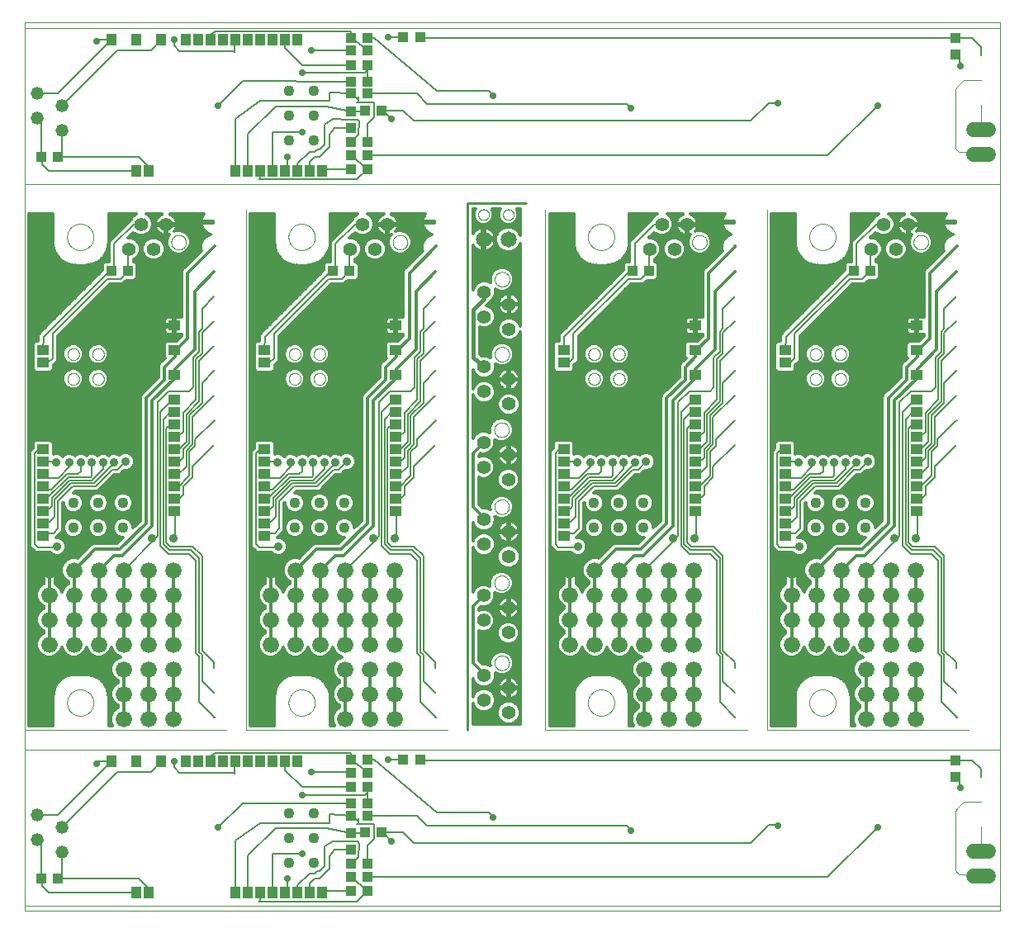
<source format=gtl>
G75*
G70*
%OFA0B0*%
%FSLAX25Y25*%
%IPPOS*%
%LPD*%
%AMOC8*
5,1,8,0,0,1.08239X$1,22.5*
%
%ADD10C,0.07000*%
%ADD12R,0.03937X0.04331*%
%ADD13C,0.05200*%
%ADD16C,0.00600*%
%ADD17C,0.01600*%
%ADD18R,0.03900X0.04000*%
%ADD19C,0.06000*%
%ADD25C,0.01000*%
%ADD30C,0.01200*%
%ADD38C,0.04362*%
%ADD39R,0.04000X0.03900*%
%ADD41R,0.03937X0.04724*%
%ADD44C,0.06496*%
%ADD45C,0.03575*%
%ADD47C,0.00787*%
%ADD48R,0.04331X0.03937*%
%ADD57C,0.05543*%
%ADD58C,0.00800*%
%ADD60C,0.06600*%
%ADD62C,0.00000*%
%ADD63C,0.02775*%
%ADD67R,0.04724X0.03937*%
X0010000Y0012000D02*
G75*
%LPD*%
D62*
X0010000Y0012001D02*
X0403696Y0012001D01*
X0403696Y0074993D01*
X0010000Y0074993D01*
X0009995Y0074993D02*
D41*
X0055195Y0017176D03*
X0060195Y0017176D03*
X0095195Y0017176D03*
X0100195Y0017176D03*
X0105195Y0017176D03*
X0110195Y0017176D03*
X0115195Y0017176D03*
X0120195Y0017176D03*
X0125195Y0017176D03*
X0130195Y0017176D03*
X0120195Y0070176D03*
X0115195Y0070176D03*
X0110195Y0070176D03*
X0105195Y0070176D03*
X0100195Y0070176D03*
X0095195Y0070176D03*
X0090195Y0070176D03*
X0085195Y0070176D03*
X0080195Y0070176D03*
X0075195Y0070176D03*
X0065195Y0070176D03*
X0055195Y0070176D03*
X0045195Y0070176D03*
D38*
X0116695Y0049401D03*
X0126695Y0049401D03*
X0126695Y0039401D03*
X0116695Y0039401D03*
X0116695Y0029401D03*
X0126695Y0029401D03*
D18*
X0141806Y0023505D03*
X0148499Y0023505D03*
X0147334Y0041623D03*
X0154027Y0041623D03*
X0148499Y0048450D03*
X0141806Y0048450D03*
X0141767Y0053347D03*
X0148460Y0053347D03*
X0148341Y0071001D03*
X0141649Y0071001D03*
X0162916Y0071127D03*
X0169609Y0071127D03*
X0023341Y0023001D03*
X0016649Y0023001D03*
D13*
X0024995Y0033501D03*
X0014995Y0038501D03*
X0024995Y0043501D03*
X0014995Y0048501D03*
D39*
X0385798Y0064095D03*
X0385798Y0070788D03*
D19*
X0393027Y0034001D02*
X0399027Y0034001D01*
X0399027Y0024001D02*
X0393027Y0024001D01*
D48*
X0148420Y0028914D03*
X0141727Y0028914D03*
X0141649Y0018001D03*
X0148341Y0018001D03*
X0148341Y0060001D03*
X0141649Y0060001D03*
X0141649Y0065788D03*
X0148341Y0065788D03*
D12*
X0141704Y0041261D03*
X0141704Y0034568D03*
D10*
X0395979Y0044009D03*
X0395979Y0054009D03*
X0395979Y0064009D03*
D47*
X0395940Y0064048D01*
X0395940Y0067276D01*
X0392428Y0070788D01*
X0385798Y0070788D01*
X0169947Y0070788D01*
X0169609Y0071127D01*
X0162916Y0071127D02*
X0156956Y0071127D01*
X0156924Y0071095D01*
X0151074Y0071001D02*
X0176412Y0049521D01*
X0197279Y0049521D01*
X0199208Y0047591D01*
X0172515Y0044324D02*
X0252948Y0044324D01*
X0254877Y0042395D01*
X0303223Y0037395D02*
X0310389Y0044560D01*
X0314050Y0044560D01*
X0314168Y0044442D01*
X0303223Y0037395D02*
X0166964Y0037395D01*
X0162735Y0041623D01*
X0154027Y0041623D01*
X0154664Y0041623D01*
X0158223Y0038064D01*
X0150995Y0039001D02*
X0148341Y0036347D01*
X0148420Y0028914D01*
X0144916Y0031749D02*
X0141727Y0028914D01*
X0132995Y0027001D02*
X0128995Y0023001D01*
X0126995Y0023001D01*
X0124995Y0021001D01*
X0124995Y0017376D01*
X0125195Y0017176D01*
X0130195Y0017176D02*
X0130195Y0018001D01*
X0141649Y0018001D01*
X0144263Y0013804D02*
X0148341Y0018001D01*
X0141806Y0023505D01*
X0148499Y0023505D02*
X0334255Y0023505D01*
X0354326Y0043576D01*
X0387633Y0059678D02*
X0387452Y0062458D01*
X0385798Y0064095D01*
X0385798Y0070788D02*
X0391208Y0070788D01*
X0172515Y0044324D02*
X0168389Y0048450D01*
X0148499Y0048450D01*
X0144838Y0047198D02*
X0144759Y0047198D01*
X0144759Y0045859D01*
X0143995Y0046654D01*
X0141806Y0048450D01*
X0132948Y0049001D01*
X0132948Y0045387D01*
X0131452Y0045387D01*
X0105168Y0045418D01*
X0095195Y0038201D01*
X0095195Y0017176D01*
X0100195Y0017176D02*
X0100195Y0032201D01*
X0111483Y0043292D01*
X0131719Y0043213D01*
X0141704Y0041261D01*
X0147223Y0041261D01*
X0147334Y0041623D01*
X0144838Y0044859D02*
X0144838Y0047198D01*
X0144838Y0044859D02*
X0144074Y0044859D01*
X0144838Y0044859D02*
X0151074Y0044859D01*
X0150995Y0039001D01*
X0144956Y0037111D02*
X0144389Y0037914D01*
X0138074Y0037993D01*
X0137310Y0038056D01*
X0134310Y0038056D01*
X0130995Y0036001D01*
X0130995Y0028001D01*
X0128995Y0026001D01*
X0127995Y0026001D01*
X0126995Y0025001D01*
X0124995Y0025001D01*
X0120195Y0020201D01*
X0120195Y0017176D01*
X0115995Y0017976D02*
X0115195Y0017176D01*
X0115995Y0017976D02*
X0115995Y0023001D01*
X0132995Y0027001D02*
X0132995Y0032001D01*
X0135011Y0034686D01*
X0141704Y0034568D01*
X0144956Y0037111D02*
X0144916Y0031749D01*
X0121995Y0033001D02*
X0109995Y0033001D01*
X0110195Y0032801D01*
X0110195Y0017176D01*
X0105195Y0017176D02*
X0105195Y0014201D01*
X0104916Y0013804D01*
X0144263Y0013804D01*
X0060195Y0017176D02*
X0059995Y0017376D01*
X0059995Y0019001D01*
X0055995Y0023001D01*
X0023341Y0023001D01*
X0024995Y0024654D01*
X0024995Y0033501D01*
X0016649Y0036847D02*
X0014995Y0038501D01*
X0016649Y0036847D02*
X0016649Y0023001D01*
X0016995Y0022654D01*
X0016995Y0020001D01*
X0019820Y0017176D01*
X0055195Y0017176D01*
X0024995Y0043501D02*
X0047495Y0066001D01*
X0060995Y0066001D01*
X0065170Y0070176D01*
X0065195Y0070176D01*
X0070271Y0070308D02*
X0070271Y0067828D01*
X0072397Y0065702D01*
X0094090Y0065702D01*
X0094641Y0065150D01*
X0094641Y0069621D01*
X0095195Y0070176D01*
X0086956Y0073552D02*
X0085195Y0072201D01*
X0085195Y0070176D01*
X0086956Y0073552D02*
X0141609Y0073552D01*
X0141649Y0071001D01*
X0148357Y0066103D01*
X0148341Y0065788D01*
X0141649Y0065788D02*
X0141578Y0065836D01*
X0125924Y0065836D01*
X0121995Y0060001D02*
X0115195Y0066801D01*
X0115195Y0070176D01*
X0148341Y0071001D02*
X0151074Y0071001D01*
X0148341Y0060001D02*
X0148341Y0057765D01*
X0147460Y0056765D01*
X0121995Y0056725D01*
X0121995Y0060001D02*
X0141649Y0060001D01*
X0148341Y0057765D02*
X0148460Y0053347D01*
X0141767Y0053347D02*
X0098184Y0053387D01*
X0087971Y0043647D01*
X0045195Y0070176D02*
X0023520Y0048501D01*
X0014995Y0048501D01*
X0038971Y0069402D02*
X0039745Y0070176D01*
X0045195Y0070176D01*
D63*
X0038971Y0069402D03*
X0070271Y0070308D03*
X0125924Y0065836D03*
X0156924Y0071095D03*
X0121995Y0056725D03*
X0087971Y0043647D03*
X0121995Y0033001D03*
X0158223Y0038064D03*
X0199208Y0047591D03*
X0254877Y0042395D03*
X0314168Y0044442D03*
X0354326Y0043576D03*
X0387633Y0059678D03*
X0115995Y0023001D03*
D10*
X0385625Y0026371D02*
X0387200Y0024796D01*
X0395231Y0024796D01*
X0396027Y0024001D01*
X0385625Y0026371D02*
X0385625Y0036489D01*
X0385704Y0050072D01*
X0386570Y0051371D01*
X0389208Y0054009D01*
X0395979Y0054009D01*
X0395979Y0044009D02*
X0395979Y0034048D01*
X0396027Y0034001D01*
X0010000Y0082970D02*
G75*
%LPD*%
D62*
X0091500Y0082974D02*
X0010004Y0082974D01*
X0010004Y0292970D01*
X0010004Y0292974D02*
X0039704Y0222312D02*
X0039588Y0222315D01*
X0039472Y0222323D01*
X0039357Y0222338D01*
X0039243Y0222357D01*
X0039130Y0222383D01*
X0039018Y0222414D01*
X0038908Y0222450D01*
X0038800Y0222492D01*
X0038694Y0222539D01*
X0038591Y0222591D01*
X0038490Y0222648D01*
X0038392Y0222710D01*
X0038297Y0222777D01*
X0038206Y0222848D01*
X0038118Y0222924D01*
X0038034Y0223004D01*
X0037954Y0223088D01*
X0037878Y0223176D01*
X0037807Y0223267D01*
X0037740Y0223362D01*
X0037678Y0223460D01*
X0037621Y0223561D01*
X0037569Y0223664D01*
X0037522Y0223770D01*
X0037480Y0223878D01*
X0037444Y0223988D01*
X0037413Y0224100D01*
X0037387Y0224213D01*
X0037368Y0224327D01*
X0037353Y0224442D01*
X0037345Y0224558D01*
X0037342Y0224674D01*
X0037345Y0224790D01*
X0037353Y0224906D01*
X0037368Y0225021D01*
X0037387Y0225135D01*
X0037413Y0225248D01*
X0037444Y0225360D01*
X0037480Y0225470D01*
X0037522Y0225578D01*
X0037569Y0225684D01*
X0037621Y0225787D01*
X0037678Y0225888D01*
X0037740Y0225986D01*
X0037807Y0226081D01*
X0037878Y0226172D01*
X0037954Y0226260D01*
X0038034Y0226344D01*
X0038118Y0226424D01*
X0038206Y0226500D01*
X0038297Y0226571D01*
X0038392Y0226638D01*
X0038490Y0226700D01*
X0038591Y0226757D01*
X0038694Y0226809D01*
X0038800Y0226856D01*
X0038908Y0226898D01*
X0039018Y0226934D01*
X0039130Y0226965D01*
X0039243Y0226991D01*
X0039357Y0227010D01*
X0039472Y0227025D01*
X0039588Y0227033D01*
X0039704Y0227036D01*
X0039820Y0227033D01*
X0039936Y0227025D01*
X0040051Y0227010D01*
X0040165Y0226991D01*
X0040278Y0226965D01*
X0040390Y0226934D01*
X0040500Y0226898D01*
X0040608Y0226856D01*
X0040714Y0226809D01*
X0040817Y0226757D01*
X0040918Y0226700D01*
X0041016Y0226638D01*
X0041111Y0226571D01*
X0041202Y0226500D01*
X0041290Y0226424D01*
X0041374Y0226344D01*
X0041454Y0226260D01*
X0041530Y0226172D01*
X0041601Y0226081D01*
X0041668Y0225986D01*
X0041730Y0225888D01*
X0041787Y0225787D01*
X0041839Y0225684D01*
X0041886Y0225578D01*
X0041928Y0225470D01*
X0041964Y0225360D01*
X0041995Y0225248D01*
X0042021Y0225135D01*
X0042040Y0225021D01*
X0042055Y0224906D01*
X0042063Y0224790D01*
X0042066Y0224674D01*
X0042063Y0224558D01*
X0042055Y0224442D01*
X0042040Y0224327D01*
X0042021Y0224213D01*
X0041995Y0224100D01*
X0041964Y0223988D01*
X0041928Y0223878D01*
X0041886Y0223770D01*
X0041839Y0223664D01*
X0041787Y0223561D01*
X0041730Y0223460D01*
X0041668Y0223362D01*
X0041601Y0223267D01*
X0041530Y0223176D01*
X0041454Y0223088D01*
X0041374Y0223004D01*
X0041290Y0222924D01*
X0041202Y0222848D01*
X0041111Y0222777D01*
X0041016Y0222710D01*
X0040918Y0222648D01*
X0040817Y0222591D01*
X0040714Y0222539D01*
X0040608Y0222492D01*
X0040500Y0222450D01*
X0040390Y0222414D01*
X0040278Y0222383D01*
X0040165Y0222357D01*
X0040051Y0222338D01*
X0039936Y0222323D01*
X0039820Y0222315D01*
X0039704Y0222312D01*
X0039704Y0232312D02*
X0039588Y0232315D01*
X0039472Y0232323D01*
X0039357Y0232338D01*
X0039243Y0232357D01*
X0039130Y0232383D01*
X0039018Y0232414D01*
X0038908Y0232450D01*
X0038800Y0232492D01*
X0038694Y0232539D01*
X0038591Y0232591D01*
X0038490Y0232648D01*
X0038392Y0232710D01*
X0038297Y0232777D01*
X0038206Y0232848D01*
X0038118Y0232924D01*
X0038034Y0233004D01*
X0037954Y0233088D01*
X0037878Y0233176D01*
X0037807Y0233267D01*
X0037740Y0233362D01*
X0037678Y0233460D01*
X0037621Y0233561D01*
X0037569Y0233664D01*
X0037522Y0233770D01*
X0037480Y0233878D01*
X0037444Y0233988D01*
X0037413Y0234100D01*
X0037387Y0234213D01*
X0037368Y0234327D01*
X0037353Y0234442D01*
X0037345Y0234558D01*
X0037342Y0234674D01*
X0037345Y0234790D01*
X0037353Y0234906D01*
X0037368Y0235021D01*
X0037387Y0235135D01*
X0037413Y0235248D01*
X0037444Y0235360D01*
X0037480Y0235470D01*
X0037522Y0235578D01*
X0037569Y0235684D01*
X0037621Y0235787D01*
X0037678Y0235888D01*
X0037740Y0235986D01*
X0037807Y0236081D01*
X0037878Y0236172D01*
X0037954Y0236260D01*
X0038034Y0236344D01*
X0038118Y0236424D01*
X0038206Y0236500D01*
X0038297Y0236571D01*
X0038392Y0236638D01*
X0038490Y0236700D01*
X0038591Y0236757D01*
X0038694Y0236809D01*
X0038800Y0236856D01*
X0038908Y0236898D01*
X0039018Y0236934D01*
X0039130Y0236965D01*
X0039243Y0236991D01*
X0039357Y0237010D01*
X0039472Y0237025D01*
X0039588Y0237033D01*
X0039704Y0237036D01*
X0039820Y0237033D01*
X0039936Y0237025D01*
X0040051Y0237010D01*
X0040165Y0236991D01*
X0040278Y0236965D01*
X0040390Y0236934D01*
X0040500Y0236898D01*
X0040608Y0236856D01*
X0040714Y0236809D01*
X0040817Y0236757D01*
X0040918Y0236700D01*
X0041016Y0236638D01*
X0041111Y0236571D01*
X0041202Y0236500D01*
X0041290Y0236424D01*
X0041374Y0236344D01*
X0041454Y0236260D01*
X0041530Y0236172D01*
X0041601Y0236081D01*
X0041668Y0235986D01*
X0041730Y0235888D01*
X0041787Y0235787D01*
X0041839Y0235684D01*
X0041886Y0235578D01*
X0041928Y0235470D01*
X0041964Y0235360D01*
X0041995Y0235248D01*
X0042021Y0235135D01*
X0042040Y0235021D01*
X0042055Y0234906D01*
X0042063Y0234790D01*
X0042066Y0234674D01*
X0042063Y0234558D01*
X0042055Y0234442D01*
X0042040Y0234327D01*
X0042021Y0234213D01*
X0041995Y0234100D01*
X0041964Y0233988D01*
X0041928Y0233878D01*
X0041886Y0233770D01*
X0041839Y0233664D01*
X0041787Y0233561D01*
X0041730Y0233460D01*
X0041668Y0233362D01*
X0041601Y0233267D01*
X0041530Y0233176D01*
X0041454Y0233088D01*
X0041374Y0233004D01*
X0041290Y0232924D01*
X0041202Y0232848D01*
X0041111Y0232777D01*
X0041016Y0232710D01*
X0040918Y0232648D01*
X0040817Y0232591D01*
X0040714Y0232539D01*
X0040608Y0232492D01*
X0040500Y0232450D01*
X0040390Y0232414D01*
X0040278Y0232383D01*
X0040165Y0232357D01*
X0040051Y0232338D01*
X0039936Y0232323D01*
X0039820Y0232315D01*
X0039704Y0232312D01*
X0029704Y0232312D02*
X0029588Y0232315D01*
X0029472Y0232323D01*
X0029357Y0232338D01*
X0029243Y0232357D01*
X0029130Y0232383D01*
X0029018Y0232414D01*
X0028908Y0232450D01*
X0028800Y0232492D01*
X0028694Y0232539D01*
X0028591Y0232591D01*
X0028490Y0232648D01*
X0028392Y0232710D01*
X0028297Y0232777D01*
X0028206Y0232848D01*
X0028118Y0232924D01*
X0028034Y0233004D01*
X0027954Y0233088D01*
X0027878Y0233176D01*
X0027807Y0233267D01*
X0027740Y0233362D01*
X0027678Y0233460D01*
X0027621Y0233561D01*
X0027569Y0233664D01*
X0027522Y0233770D01*
X0027480Y0233878D01*
X0027444Y0233988D01*
X0027413Y0234100D01*
X0027387Y0234213D01*
X0027368Y0234327D01*
X0027353Y0234442D01*
X0027345Y0234558D01*
X0027342Y0234674D01*
X0027345Y0234790D01*
X0027353Y0234906D01*
X0027368Y0235021D01*
X0027387Y0235135D01*
X0027413Y0235248D01*
X0027444Y0235360D01*
X0027480Y0235470D01*
X0027522Y0235578D01*
X0027569Y0235684D01*
X0027621Y0235787D01*
X0027678Y0235888D01*
X0027740Y0235986D01*
X0027807Y0236081D01*
X0027878Y0236172D01*
X0027954Y0236260D01*
X0028034Y0236344D01*
X0028118Y0236424D01*
X0028206Y0236500D01*
X0028297Y0236571D01*
X0028392Y0236638D01*
X0028490Y0236700D01*
X0028591Y0236757D01*
X0028694Y0236809D01*
X0028800Y0236856D01*
X0028908Y0236898D01*
X0029018Y0236934D01*
X0029130Y0236965D01*
X0029243Y0236991D01*
X0029357Y0237010D01*
X0029472Y0237025D01*
X0029588Y0237033D01*
X0029704Y0237036D01*
X0029820Y0237033D01*
X0029936Y0237025D01*
X0030051Y0237010D01*
X0030165Y0236991D01*
X0030278Y0236965D01*
X0030390Y0236934D01*
X0030500Y0236898D01*
X0030608Y0236856D01*
X0030714Y0236809D01*
X0030817Y0236757D01*
X0030918Y0236700D01*
X0031016Y0236638D01*
X0031111Y0236571D01*
X0031202Y0236500D01*
X0031290Y0236424D01*
X0031374Y0236344D01*
X0031454Y0236260D01*
X0031530Y0236172D01*
X0031601Y0236081D01*
X0031668Y0235986D01*
X0031730Y0235888D01*
X0031787Y0235787D01*
X0031839Y0235684D01*
X0031886Y0235578D01*
X0031928Y0235470D01*
X0031964Y0235360D01*
X0031995Y0235248D01*
X0032021Y0235135D01*
X0032040Y0235021D01*
X0032055Y0234906D01*
X0032063Y0234790D01*
X0032066Y0234674D01*
X0032063Y0234558D01*
X0032055Y0234442D01*
X0032040Y0234327D01*
X0032021Y0234213D01*
X0031995Y0234100D01*
X0031964Y0233988D01*
X0031928Y0233878D01*
X0031886Y0233770D01*
X0031839Y0233664D01*
X0031787Y0233561D01*
X0031730Y0233460D01*
X0031668Y0233362D01*
X0031601Y0233267D01*
X0031530Y0233176D01*
X0031454Y0233088D01*
X0031374Y0233004D01*
X0031290Y0232924D01*
X0031202Y0232848D01*
X0031111Y0232777D01*
X0031016Y0232710D01*
X0030918Y0232648D01*
X0030817Y0232591D01*
X0030714Y0232539D01*
X0030608Y0232492D01*
X0030500Y0232450D01*
X0030390Y0232414D01*
X0030278Y0232383D01*
X0030165Y0232357D01*
X0030051Y0232338D01*
X0029936Y0232323D01*
X0029820Y0232315D01*
X0029704Y0232312D01*
X0029704Y0222312D02*
X0029588Y0222315D01*
X0029472Y0222323D01*
X0029357Y0222338D01*
X0029243Y0222357D01*
X0029130Y0222383D01*
X0029018Y0222414D01*
X0028908Y0222450D01*
X0028800Y0222492D01*
X0028694Y0222539D01*
X0028591Y0222591D01*
X0028490Y0222648D01*
X0028392Y0222710D01*
X0028297Y0222777D01*
X0028206Y0222848D01*
X0028118Y0222924D01*
X0028034Y0223004D01*
X0027954Y0223088D01*
X0027878Y0223176D01*
X0027807Y0223267D01*
X0027740Y0223362D01*
X0027678Y0223460D01*
X0027621Y0223561D01*
X0027569Y0223664D01*
X0027522Y0223770D01*
X0027480Y0223878D01*
X0027444Y0223988D01*
X0027413Y0224100D01*
X0027387Y0224213D01*
X0027368Y0224327D01*
X0027353Y0224442D01*
X0027345Y0224558D01*
X0027342Y0224674D01*
X0027345Y0224790D01*
X0027353Y0224906D01*
X0027368Y0225021D01*
X0027387Y0225135D01*
X0027413Y0225248D01*
X0027444Y0225360D01*
X0027480Y0225470D01*
X0027522Y0225578D01*
X0027569Y0225684D01*
X0027621Y0225787D01*
X0027678Y0225888D01*
X0027740Y0225986D01*
X0027807Y0226081D01*
X0027878Y0226172D01*
X0027954Y0226260D01*
X0028034Y0226344D01*
X0028118Y0226424D01*
X0028206Y0226500D01*
X0028297Y0226571D01*
X0028392Y0226638D01*
X0028490Y0226700D01*
X0028591Y0226757D01*
X0028694Y0226809D01*
X0028800Y0226856D01*
X0028908Y0226898D01*
X0029018Y0226934D01*
X0029130Y0226965D01*
X0029243Y0226991D01*
X0029357Y0227010D01*
X0029472Y0227025D01*
X0029588Y0227033D01*
X0029704Y0227036D01*
X0029820Y0227033D01*
X0029936Y0227025D01*
X0030051Y0227010D01*
X0030165Y0226991D01*
X0030278Y0226965D01*
X0030390Y0226934D01*
X0030500Y0226898D01*
X0030608Y0226856D01*
X0030714Y0226809D01*
X0030817Y0226757D01*
X0030918Y0226700D01*
X0031016Y0226638D01*
X0031111Y0226571D01*
X0031202Y0226500D01*
X0031290Y0226424D01*
X0031374Y0226344D01*
X0031454Y0226260D01*
X0031530Y0226172D01*
X0031601Y0226081D01*
X0031668Y0225986D01*
X0031730Y0225888D01*
X0031787Y0225787D01*
X0031839Y0225684D01*
X0031886Y0225578D01*
X0031928Y0225470D01*
X0031964Y0225360D01*
X0031995Y0225248D01*
X0032021Y0225135D01*
X0032040Y0225021D01*
X0032055Y0224906D01*
X0032063Y0224790D01*
X0032066Y0224674D01*
X0032063Y0224558D01*
X0032055Y0224442D01*
X0032040Y0224327D01*
X0032021Y0224213D01*
X0031995Y0224100D01*
X0031964Y0223988D01*
X0031928Y0223878D01*
X0031886Y0223770D01*
X0031839Y0223664D01*
X0031787Y0223561D01*
X0031730Y0223460D01*
X0031668Y0223362D01*
X0031601Y0223267D01*
X0031530Y0223176D01*
X0031454Y0223088D01*
X0031374Y0223004D01*
X0031290Y0222924D01*
X0031202Y0222848D01*
X0031111Y0222777D01*
X0031016Y0222710D01*
X0030918Y0222648D01*
X0030817Y0222591D01*
X0030714Y0222539D01*
X0030608Y0222492D01*
X0030500Y0222450D01*
X0030390Y0222414D01*
X0030278Y0222383D01*
X0030165Y0222357D01*
X0030051Y0222338D01*
X0029936Y0222323D01*
X0029820Y0222315D01*
X0029704Y0222312D01*
X0032504Y0276659D02*
X0032243Y0276665D01*
X0031983Y0276685D01*
X0031724Y0276717D01*
X0031467Y0276761D01*
X0031213Y0276818D01*
X0030961Y0276888D01*
X0030713Y0276970D01*
X0030470Y0277064D01*
X0030232Y0277169D01*
X0029999Y0277287D01*
X0029772Y0277415D01*
X0029551Y0277555D01*
X0029338Y0277705D01*
X0029132Y0277865D01*
X0028935Y0278036D01*
X0028746Y0278216D01*
X0028566Y0278405D01*
X0028395Y0278602D01*
X0028235Y0278808D01*
X0028085Y0279021D01*
X0027945Y0279242D01*
X0027817Y0279469D01*
X0027699Y0279702D01*
X0027594Y0279940D01*
X0027500Y0280183D01*
X0027418Y0280431D01*
X0027348Y0280683D01*
X0027291Y0280937D01*
X0027247Y0281194D01*
X0027215Y0281453D01*
X0027195Y0281713D01*
X0027189Y0281974D01*
X0027195Y0282235D01*
X0027215Y0282495D01*
X0027247Y0282754D01*
X0027291Y0283011D01*
X0027348Y0283265D01*
X0027418Y0283517D01*
X0027500Y0283765D01*
X0027594Y0284008D01*
X0027699Y0284246D01*
X0027817Y0284479D01*
X0027945Y0284706D01*
X0028085Y0284927D01*
X0028235Y0285140D01*
X0028395Y0285346D01*
X0028566Y0285543D01*
X0028746Y0285732D01*
X0028935Y0285912D01*
X0029132Y0286083D01*
X0029338Y0286243D01*
X0029551Y0286393D01*
X0029772Y0286533D01*
X0029999Y0286661D01*
X0030232Y0286779D01*
X0030470Y0286884D01*
X0030713Y0286978D01*
X0030961Y0287060D01*
X0031213Y0287130D01*
X0031467Y0287187D01*
X0031724Y0287231D01*
X0031983Y0287263D01*
X0032243Y0287283D01*
X0032504Y0287289D01*
X0032765Y0287283D01*
X0033025Y0287263D01*
X0033284Y0287231D01*
X0033541Y0287187D01*
X0033795Y0287130D01*
X0034047Y0287060D01*
X0034295Y0286978D01*
X0034538Y0286884D01*
X0034776Y0286779D01*
X0035009Y0286661D01*
X0035236Y0286533D01*
X0035457Y0286393D01*
X0035670Y0286243D01*
X0035876Y0286083D01*
X0036073Y0285912D01*
X0036262Y0285732D01*
X0036442Y0285543D01*
X0036613Y0285346D01*
X0036773Y0285140D01*
X0036923Y0284927D01*
X0037063Y0284706D01*
X0037191Y0284479D01*
X0037309Y0284246D01*
X0037414Y0284008D01*
X0037508Y0283765D01*
X0037590Y0283517D01*
X0037660Y0283265D01*
X0037717Y0283011D01*
X0037761Y0282754D01*
X0037793Y0282495D01*
X0037813Y0282235D01*
X0037819Y0281974D01*
X0037813Y0281713D01*
X0037793Y0281453D01*
X0037761Y0281194D01*
X0037717Y0280937D01*
X0037660Y0280683D01*
X0037590Y0280431D01*
X0037508Y0280183D01*
X0037414Y0279940D01*
X0037309Y0279702D01*
X0037191Y0279469D01*
X0037063Y0279242D01*
X0036923Y0279021D01*
X0036773Y0278808D01*
X0036613Y0278602D01*
X0036442Y0278405D01*
X0036262Y0278216D01*
X0036073Y0278036D01*
X0035876Y0277865D01*
X0035670Y0277705D01*
X0035457Y0277555D01*
X0035236Y0277415D01*
X0035009Y0277287D01*
X0034776Y0277169D01*
X0034538Y0277064D01*
X0034295Y0276970D01*
X0034047Y0276888D01*
X0033795Y0276818D01*
X0033541Y0276761D01*
X0033284Y0276717D01*
X0033025Y0276685D01*
X0032765Y0276665D01*
X0032504Y0276659D01*
X0072197Y0276908D02*
X0072052Y0276912D01*
X0071908Y0276922D01*
X0071764Y0276940D01*
X0071621Y0276965D01*
X0071479Y0276996D01*
X0071340Y0277035D01*
X0071202Y0277081D01*
X0071067Y0277133D01*
X0070934Y0277192D01*
X0070805Y0277257D01*
X0070679Y0277328D01*
X0070556Y0277406D01*
X0070438Y0277489D01*
X0070324Y0277578D01*
X0070214Y0277673D01*
X0070109Y0277773D01*
X0070009Y0277878D01*
X0069914Y0277988D01*
X0069825Y0278102D01*
X0069742Y0278220D01*
X0069664Y0278343D01*
X0069593Y0278469D01*
X0069528Y0278598D01*
X0069469Y0278731D01*
X0069417Y0278866D01*
X0069371Y0279004D01*
X0069332Y0279143D01*
X0069301Y0279285D01*
X0069276Y0279428D01*
X0069258Y0279572D01*
X0069248Y0279716D01*
X0069244Y0279861D01*
X0069248Y0280006D01*
X0069258Y0280150D01*
X0069276Y0280294D01*
X0069301Y0280437D01*
X0069332Y0280579D01*
X0069371Y0280718D01*
X0069417Y0280856D01*
X0069469Y0280991D01*
X0069528Y0281124D01*
X0069593Y0281253D01*
X0069664Y0281379D01*
X0069742Y0281502D01*
X0069825Y0281620D01*
X0069914Y0281734D01*
X0070009Y0281844D01*
X0070109Y0281949D01*
X0070214Y0282049D01*
X0070324Y0282144D01*
X0070438Y0282233D01*
X0070556Y0282316D01*
X0070679Y0282394D01*
X0070805Y0282465D01*
X0070934Y0282530D01*
X0071067Y0282589D01*
X0071202Y0282641D01*
X0071340Y0282687D01*
X0071479Y0282726D01*
X0071621Y0282757D01*
X0071764Y0282782D01*
X0071908Y0282800D01*
X0072052Y0282810D01*
X0072197Y0282814D01*
X0072342Y0282810D01*
X0072486Y0282800D01*
X0072630Y0282782D01*
X0072773Y0282757D01*
X0072915Y0282726D01*
X0073054Y0282687D01*
X0073192Y0282641D01*
X0073327Y0282589D01*
X0073460Y0282530D01*
X0073589Y0282465D01*
X0073715Y0282394D01*
X0073838Y0282316D01*
X0073956Y0282233D01*
X0074070Y0282144D01*
X0074180Y0282049D01*
X0074285Y0281949D01*
X0074385Y0281844D01*
X0074480Y0281734D01*
X0074569Y0281620D01*
X0074652Y0281502D01*
X0074730Y0281379D01*
X0074801Y0281253D01*
X0074866Y0281124D01*
X0074925Y0280991D01*
X0074977Y0280856D01*
X0075023Y0280718D01*
X0075062Y0280579D01*
X0075093Y0280437D01*
X0075118Y0280294D01*
X0075136Y0280150D01*
X0075146Y0280006D01*
X0075150Y0279861D01*
X0075146Y0279716D01*
X0075136Y0279572D01*
X0075118Y0279428D01*
X0075093Y0279285D01*
X0075062Y0279143D01*
X0075023Y0279004D01*
X0074977Y0278866D01*
X0074925Y0278731D01*
X0074866Y0278598D01*
X0074801Y0278469D01*
X0074730Y0278343D01*
X0074652Y0278220D01*
X0074569Y0278102D01*
X0074480Y0277988D01*
X0074385Y0277878D01*
X0074285Y0277773D01*
X0074180Y0277673D01*
X0074070Y0277578D01*
X0073956Y0277489D01*
X0073838Y0277406D01*
X0073715Y0277328D01*
X0073589Y0277257D01*
X0073460Y0277192D01*
X0073327Y0277133D01*
X0073192Y0277081D01*
X0073054Y0277035D01*
X0072915Y0276996D01*
X0072773Y0276965D01*
X0072630Y0276940D01*
X0072486Y0276922D01*
X0072342Y0276912D01*
X0072197Y0276908D01*
X0032504Y0088659D02*
X0032243Y0088665D01*
X0031983Y0088685D01*
X0031724Y0088717D01*
X0031467Y0088761D01*
X0031213Y0088818D01*
X0030961Y0088888D01*
X0030713Y0088970D01*
X0030470Y0089064D01*
X0030232Y0089169D01*
X0029999Y0089287D01*
X0029772Y0089415D01*
X0029551Y0089555D01*
X0029338Y0089705D01*
X0029132Y0089865D01*
X0028935Y0090036D01*
X0028746Y0090216D01*
X0028566Y0090405D01*
X0028395Y0090602D01*
X0028235Y0090808D01*
X0028085Y0091021D01*
X0027945Y0091242D01*
X0027817Y0091469D01*
X0027699Y0091702D01*
X0027594Y0091940D01*
X0027500Y0092183D01*
X0027418Y0092431D01*
X0027348Y0092683D01*
X0027291Y0092937D01*
X0027247Y0093194D01*
X0027215Y0093453D01*
X0027195Y0093713D01*
X0027189Y0093974D01*
X0027195Y0094235D01*
X0027215Y0094495D01*
X0027247Y0094754D01*
X0027291Y0095011D01*
X0027348Y0095265D01*
X0027418Y0095517D01*
X0027500Y0095765D01*
X0027594Y0096008D01*
X0027699Y0096246D01*
X0027817Y0096479D01*
X0027945Y0096706D01*
X0028085Y0096927D01*
X0028235Y0097140D01*
X0028395Y0097346D01*
X0028566Y0097543D01*
X0028746Y0097732D01*
X0028935Y0097912D01*
X0029132Y0098083D01*
X0029338Y0098243D01*
X0029551Y0098393D01*
X0029772Y0098533D01*
X0029999Y0098661D01*
X0030232Y0098779D01*
X0030470Y0098884D01*
X0030713Y0098978D01*
X0030961Y0099060D01*
X0031213Y0099130D01*
X0031467Y0099187D01*
X0031724Y0099231D01*
X0031983Y0099263D01*
X0032243Y0099283D01*
X0032504Y0099289D01*
X0032765Y0099283D01*
X0033025Y0099263D01*
X0033284Y0099231D01*
X0033541Y0099187D01*
X0033795Y0099130D01*
X0034047Y0099060D01*
X0034295Y0098978D01*
X0034538Y0098884D01*
X0034776Y0098779D01*
X0035009Y0098661D01*
X0035236Y0098533D01*
X0035457Y0098393D01*
X0035670Y0098243D01*
X0035876Y0098083D01*
X0036073Y0097912D01*
X0036262Y0097732D01*
X0036442Y0097543D01*
X0036613Y0097346D01*
X0036773Y0097140D01*
X0036923Y0096927D01*
X0037063Y0096706D01*
X0037191Y0096479D01*
X0037309Y0096246D01*
X0037414Y0096008D01*
X0037508Y0095765D01*
X0037590Y0095517D01*
X0037660Y0095265D01*
X0037717Y0095011D01*
X0037761Y0094754D01*
X0037793Y0094495D01*
X0037813Y0094235D01*
X0037819Y0093974D01*
X0037813Y0093713D01*
X0037793Y0093453D01*
X0037761Y0093194D01*
X0037717Y0092937D01*
X0037660Y0092683D01*
X0037590Y0092431D01*
X0037508Y0092183D01*
X0037414Y0091940D01*
X0037309Y0091702D01*
X0037191Y0091469D01*
X0037063Y0091242D01*
X0036923Y0091021D01*
X0036773Y0090808D01*
X0036613Y0090602D01*
X0036442Y0090405D01*
X0036262Y0090216D01*
X0036073Y0090036D01*
X0035876Y0089865D01*
X0035670Y0089705D01*
X0035457Y0089555D01*
X0035236Y0089415D01*
X0035009Y0089287D01*
X0034776Y0089169D01*
X0034538Y0089064D01*
X0034295Y0088970D01*
X0034047Y0088888D01*
X0033795Y0088818D01*
X0033541Y0088761D01*
X0033284Y0088717D01*
X0033025Y0088685D01*
X0032765Y0088665D01*
X0032504Y0088659D01*
D10*
X0086504Y0087974D03*
X0086504Y0097974D03*
X0086504Y0107974D03*
X0086504Y0117974D03*
X0086504Y0127974D03*
X0086504Y0137974D03*
X0086504Y0147974D03*
X0086504Y0157974D03*
X0086504Y0167974D03*
X0086504Y0177974D03*
X0086504Y0187974D03*
X0086504Y0197974D03*
X0086504Y0207974D03*
X0086504Y0217974D03*
X0086504Y0227974D03*
X0086504Y0237974D03*
X0086504Y0247974D03*
X0086504Y0257974D03*
X0086504Y0267974D03*
X0086504Y0277974D03*
X0086504Y0287974D03*
D67*
X0070478Y0246174D03*
X0070478Y0236174D03*
X0070478Y0226174D03*
X0070478Y0216174D03*
X0070478Y0211174D03*
X0070478Y0206174D03*
X0070478Y0201174D03*
X0070478Y0196174D03*
X0070478Y0191174D03*
X0070478Y0186174D03*
X0070478Y0181174D03*
X0070478Y0176174D03*
X0070478Y0171174D03*
X0017478Y0171174D03*
X0017478Y0166174D03*
X0017478Y0161174D03*
X0017478Y0176174D03*
X0017478Y0181174D03*
X0017478Y0186174D03*
X0017478Y0191174D03*
X0017478Y0196174D03*
X0017478Y0231174D03*
X0017478Y0236174D03*
D38*
X0029704Y0174674D03*
X0029704Y0164674D03*
X0039704Y0164674D03*
X0039704Y0174674D03*
X0049704Y0174674D03*
X0049704Y0164674D03*
D18*
X0051850Y0268274D03*
X0045157Y0268274D03*
D57*
X0052104Y0277074D03*
X0057104Y0287074D03*
X0062104Y0277074D03*
X0067104Y0287074D03*
D30*
X0067392Y0287359D02*
X0071475Y0287359D01*
X0071475Y0287418D01*
X0071368Y0288097D01*
X0071155Y0288752D01*
X0070843Y0289365D01*
X0070438Y0289921D01*
X0069952Y0290408D01*
X0069395Y0290812D01*
X0068782Y0291125D01*
X0068631Y0291174D01*
X0082526Y0291174D01*
X0082142Y0290646D01*
X0081778Y0289931D01*
X0081530Y0289168D01*
X0081404Y0288375D01*
X0081404Y0288358D01*
X0086117Y0288358D01*
X0086117Y0287589D01*
X0081404Y0287589D01*
X0081404Y0287572D01*
X0081530Y0286779D01*
X0081778Y0286016D01*
X0082142Y0285300D01*
X0082614Y0284651D01*
X0083182Y0284083D01*
X0083831Y0283612D01*
X0084546Y0283247D01*
X0085017Y0283094D01*
X0083502Y0282467D01*
X0082011Y0280976D01*
X0081204Y0279028D01*
X0081204Y0276919D01*
X0081424Y0276388D01*
X0073869Y0268833D01*
X0073504Y0267951D01*
X0073504Y0266996D01*
X0073504Y0249606D01*
X0073458Y0249633D01*
X0073052Y0249742D01*
X0070863Y0249742D01*
X0070863Y0246560D01*
X0070094Y0246560D01*
X0070094Y0249742D01*
X0067906Y0249742D01*
X0067499Y0249633D01*
X0067134Y0249422D01*
X0066836Y0249124D01*
X0066626Y0248759D01*
X0066517Y0248353D01*
X0066517Y0246558D01*
X0070092Y0246558D01*
X0070092Y0245789D01*
X0066517Y0245789D01*
X0066517Y0243994D01*
X0066626Y0243587D01*
X0066836Y0243222D01*
X0067134Y0242925D01*
X0067499Y0242714D01*
X0067906Y0242605D01*
X0070094Y0242605D01*
X0070094Y0245787D01*
X0070863Y0245787D01*
X0070863Y0242605D01*
X0073052Y0242605D01*
X0073458Y0242714D01*
X0073504Y0242741D01*
X0073504Y0242068D01*
X0071378Y0239942D01*
X0067371Y0239942D01*
X0066317Y0238887D01*
X0066317Y0233459D01*
X0066706Y0233070D01*
X0065144Y0231508D01*
X0064469Y0230833D01*
X0064104Y0229951D01*
X0064104Y0225468D01*
X0057644Y0219008D01*
X0056969Y0218333D01*
X0056604Y0217451D01*
X0056604Y0167468D01*
X0053685Y0164548D01*
X0053685Y0165465D01*
X0053079Y0166928D01*
X0051959Y0168048D01*
X0050496Y0168654D01*
X0048912Y0168654D01*
X0047449Y0168048D01*
X0046329Y0166928D01*
X0045723Y0165465D01*
X0045723Y0163881D01*
X0046329Y0162419D01*
X0047449Y0161298D01*
X0048912Y0160693D01*
X0049829Y0160693D01*
X0047510Y0158373D01*
X0038981Y0158373D01*
X0038026Y0158373D01*
X0037144Y0158008D01*
X0031507Y0152370D01*
X0031019Y0152573D01*
X0028989Y0152573D01*
X0027115Y0151797D01*
X0025680Y0150362D01*
X0024904Y0148488D01*
X0024904Y0146459D01*
X0025680Y0144585D01*
X0027115Y0143150D01*
X0027604Y0142948D01*
X0027604Y0141999D01*
X0027115Y0141797D01*
X0025680Y0140362D01*
X0025004Y0138728D01*
X0024327Y0140362D01*
X0022893Y0141797D01*
X0022404Y0141999D01*
X0022404Y0147951D01*
X0022038Y0148833D01*
X0021363Y0149508D01*
X0020481Y0149873D01*
X0019526Y0149873D01*
X0018644Y0149508D01*
X0017969Y0148833D01*
X0017604Y0147951D01*
X0017604Y0141999D01*
X0017115Y0141797D01*
X0015680Y0140362D01*
X0014904Y0138488D01*
X0014904Y0136459D01*
X0015680Y0134585D01*
X0017115Y0133150D01*
X0017604Y0132948D01*
X0017604Y0131999D01*
X0017115Y0131797D01*
X0015680Y0130362D01*
X0014904Y0128488D01*
X0014904Y0126459D01*
X0015680Y0124585D01*
X0017115Y0123150D01*
X0017604Y0122948D01*
X0017604Y0121999D01*
X0017115Y0121797D01*
X0015680Y0120362D01*
X0014904Y0118488D01*
X0014904Y0116459D01*
X0015680Y0114585D01*
X0017115Y0113150D01*
X0018989Y0112374D01*
X0021019Y0112374D01*
X0022893Y0113150D01*
X0024327Y0114585D01*
X0025004Y0116218D01*
X0025680Y0114585D01*
X0027115Y0113150D01*
X0028989Y0112374D01*
X0031019Y0112374D01*
X0032893Y0113150D01*
X0034327Y0114585D01*
X0035004Y0116218D01*
X0035680Y0114585D01*
X0037115Y0113150D01*
X0038989Y0112374D01*
X0041019Y0112374D01*
X0042893Y0113150D01*
X0044327Y0114585D01*
X0045004Y0116218D01*
X0045680Y0114585D01*
X0047115Y0113150D01*
X0048749Y0112473D01*
X0047115Y0111797D01*
X0045680Y0110362D01*
X0044904Y0108488D01*
X0044904Y0106459D01*
X0045680Y0104585D01*
X0047115Y0103150D01*
X0047604Y0102948D01*
X0047604Y0101999D01*
X0047115Y0101797D01*
X0045680Y0100362D01*
X0044904Y0098488D01*
X0044904Y0096459D01*
X0045680Y0094585D01*
X0047115Y0093150D01*
X0047604Y0092948D01*
X0047604Y0091999D01*
X0047115Y0091797D01*
X0045680Y0090362D01*
X0044904Y0088488D01*
X0044904Y0086459D01*
X0045602Y0084773D01*
X0044004Y0084773D01*
X0044004Y0095974D01*
X0043907Y0097326D01*
X0043619Y0098650D01*
X0043145Y0099920D01*
X0042495Y0101110D01*
X0041683Y0102195D01*
X0040725Y0103153D01*
X0039640Y0103965D01*
X0038450Y0104615D01*
X0037180Y0105089D01*
X0035856Y0105377D01*
X0034504Y0105474D01*
X0030504Y0105474D01*
X0029096Y0105363D01*
X0027723Y0105033D01*
X0026418Y0104493D01*
X0025213Y0103755D01*
X0024140Y0102837D01*
X0023223Y0101764D01*
X0022485Y0100559D01*
X0021944Y0099255D01*
X0021614Y0097881D01*
X0021504Y0096474D01*
X0021504Y0084773D01*
X0011804Y0084773D01*
X0011804Y0291174D01*
X0021504Y0291174D01*
X0021504Y0279974D01*
X0021578Y0278524D01*
X0021879Y0277103D01*
X0022398Y0275747D01*
X0023123Y0274489D01*
X0024036Y0273359D01*
X0025114Y0272387D01*
X0026331Y0271595D01*
X0027657Y0271004D01*
X0029060Y0270626D01*
X0030504Y0270474D01*
X0034504Y0270474D01*
X0035856Y0270570D01*
X0037180Y0270858D01*
X0038450Y0271332D01*
X0039640Y0271982D01*
X0040725Y0272794D01*
X0041683Y0273752D01*
X0042495Y0274837D01*
X0043145Y0276027D01*
X0043619Y0277297D01*
X0043907Y0278622D01*
X0044004Y0279974D01*
X0044004Y0291174D01*
X0055058Y0291174D01*
X0054514Y0290949D01*
X0053228Y0289663D01*
X0052978Y0289059D01*
X0044004Y0280085D01*
X0044004Y0278262D01*
X0044004Y0272073D01*
X0042462Y0272073D01*
X0041408Y0271019D01*
X0041408Y0268488D01*
X0016156Y0243236D01*
X0015513Y0242639D01*
X0015512Y0242592D01*
X0015479Y0242559D01*
X0015479Y0241691D01*
X0015415Y0239942D01*
X0014371Y0239942D01*
X0013317Y0238887D01*
X0013317Y0233459D01*
X0013317Y0228459D01*
X0014371Y0227405D01*
X0020586Y0227405D01*
X0021641Y0228459D01*
X0021641Y0230199D01*
X0022215Y0230774D01*
X0023504Y0232062D01*
X0023504Y0241962D01*
X0044415Y0262874D01*
X0047693Y0262874D01*
X0049515Y0262874D01*
X0051115Y0264474D01*
X0054546Y0264474D01*
X0055600Y0265528D01*
X0055600Y0271019D01*
X0054546Y0272073D01*
X0054050Y0272073D01*
X0054050Y0272932D01*
X0054693Y0273198D01*
X0055979Y0274484D01*
X0056675Y0276164D01*
X0056675Y0277983D01*
X0055979Y0279663D01*
X0054693Y0280949D01*
X0053013Y0281645D01*
X0051786Y0281645D01*
X0053927Y0283786D01*
X0054514Y0283198D01*
X0056194Y0282502D01*
X0058013Y0282502D01*
X0059693Y0283198D01*
X0060979Y0284484D01*
X0061675Y0286164D01*
X0061675Y0287983D01*
X0060979Y0289663D01*
X0059693Y0290949D01*
X0059150Y0291174D01*
X0065577Y0291174D01*
X0065426Y0291125D01*
X0064813Y0290812D01*
X0064256Y0290408D01*
X0063769Y0289921D01*
X0063365Y0289365D01*
X0063052Y0288752D01*
X0062840Y0288097D01*
X0062732Y0287418D01*
X0062732Y0287359D01*
X0066815Y0287359D01*
X0066815Y0286787D01*
X0062732Y0286787D01*
X0062732Y0286729D01*
X0062840Y0286050D01*
X0063052Y0285395D01*
X0063365Y0284782D01*
X0063769Y0284226D01*
X0064256Y0283739D01*
X0064813Y0283335D01*
X0065426Y0283022D01*
X0066080Y0282809D01*
X0066760Y0282702D01*
X0066818Y0282702D01*
X0066818Y0286785D01*
X0067390Y0286785D01*
X0067390Y0282702D01*
X0067448Y0282702D01*
X0068128Y0282809D01*
X0068569Y0282953D01*
X0068169Y0282553D01*
X0067445Y0280806D01*
X0067445Y0278915D01*
X0068169Y0277169D01*
X0069505Y0275832D01*
X0071252Y0275108D01*
X0073143Y0275108D01*
X0074890Y0275832D01*
X0076226Y0277169D01*
X0076950Y0278915D01*
X0076950Y0280806D01*
X0076226Y0282553D01*
X0074890Y0283890D01*
X0073143Y0284613D01*
X0071252Y0284613D01*
X0070490Y0284298D01*
X0070843Y0284782D01*
X0071155Y0285395D01*
X0071368Y0286050D01*
X0071475Y0286729D01*
X0071475Y0286787D01*
X0067392Y0286787D01*
X0067392Y0287359D01*
X0067535Y0287359D02*
X0067535Y0286787D01*
X0068734Y0286787D02*
X0068734Y0287359D01*
X0069932Y0287359D02*
X0069932Y0286787D01*
X0071130Y0286787D02*
X0071130Y0287359D01*
X0071130Y0288800D02*
X0071130Y0291174D01*
X0069932Y0291174D02*
X0069932Y0290422D01*
X0068734Y0291140D02*
X0068734Y0291174D01*
X0066337Y0287359D02*
X0066337Y0286787D01*
X0066337Y0282769D02*
X0066337Y0278800D01*
X0066675Y0277983D02*
X0065979Y0279663D01*
X0064693Y0280949D01*
X0063013Y0281645D01*
X0061194Y0281645D01*
X0059514Y0280949D01*
X0058228Y0279663D01*
X0057532Y0277983D01*
X0057532Y0276164D01*
X0058228Y0274484D01*
X0059514Y0273198D01*
X0061194Y0272502D01*
X0063013Y0272502D01*
X0064693Y0273198D01*
X0065979Y0274484D01*
X0066675Y0276164D01*
X0066675Y0277983D01*
X0067535Y0278698D02*
X0067535Y0249643D01*
X0068734Y0249742D02*
X0068734Y0276604D01*
X0069932Y0275655D02*
X0069932Y0249742D01*
X0071130Y0249742D02*
X0071130Y0275159D01*
X0072329Y0275108D02*
X0072329Y0249742D01*
X0069932Y0246558D02*
X0069932Y0245789D01*
X0068734Y0245789D02*
X0068734Y0246558D01*
X0067535Y0246558D02*
X0067535Y0245789D01*
X0067535Y0242705D02*
X0067535Y0239942D01*
X0068734Y0239942D02*
X0068734Y0242605D01*
X0069932Y0242605D02*
X0069932Y0239942D01*
X0071130Y0239942D02*
X0071130Y0242605D01*
X0072329Y0242605D02*
X0072329Y0240893D01*
X0075904Y0241074D02*
X0071004Y0236174D01*
X0070478Y0236174D01*
X0070678Y0233648D01*
X0066504Y0229474D01*
X0066504Y0224474D01*
X0059004Y0216974D01*
X0059004Y0166474D01*
X0048504Y0155974D01*
X0038504Y0155974D01*
X0030004Y0147474D01*
X0030004Y0137474D01*
X0030004Y0127474D01*
X0030004Y0117474D01*
X0027987Y0112789D02*
X0027987Y0105097D01*
X0029186Y0105370D02*
X0029186Y0112374D01*
X0030384Y0112374D02*
X0030384Y0105465D01*
X0031582Y0105474D02*
X0031582Y0112607D01*
X0032781Y0113104D02*
X0032781Y0105474D01*
X0033979Y0105474D02*
X0033979Y0114237D01*
X0035178Y0115798D02*
X0035178Y0105425D01*
X0036376Y0105263D02*
X0036376Y0113889D01*
X0037574Y0112960D02*
X0037574Y0104942D01*
X0038773Y0104439D02*
X0038773Y0112463D01*
X0039971Y0112374D02*
X0039971Y0103717D01*
X0041170Y0102708D02*
X0041170Y0112436D01*
X0042368Y0112933D02*
X0042368Y0101280D01*
X0043567Y0098790D02*
X0043567Y0113824D01*
X0044765Y0115642D02*
X0044765Y0084773D01*
X0045963Y0090645D02*
X0045963Y0094302D01*
X0047162Y0093131D02*
X0047162Y0091817D01*
X0050004Y0087474D02*
X0050004Y0097474D01*
X0050004Y0107474D01*
X0048360Y0112313D02*
X0048360Y0112634D01*
X0047162Y0113131D02*
X0047162Y0111817D01*
X0045963Y0110645D02*
X0045963Y0114302D01*
X0045963Y0104302D02*
X0045963Y0100645D01*
X0047162Y0101817D02*
X0047162Y0103131D01*
X0050004Y0117474D02*
X0050004Y0127474D01*
X0050004Y0137474D01*
X0050004Y0147474D01*
X0049504Y0153474D02*
X0046004Y0153474D01*
X0040004Y0147474D01*
X0040004Y0137474D01*
X0040004Y0127474D01*
X0040004Y0117474D01*
X0031582Y0152446D02*
X0031582Y0161143D01*
X0031959Y0161298D02*
X0033079Y0162419D01*
X0033685Y0163881D01*
X0033685Y0165465D01*
X0033079Y0166928D01*
X0031959Y0168048D01*
X0030496Y0168654D01*
X0028912Y0168654D01*
X0027449Y0168048D01*
X0026329Y0166928D01*
X0025723Y0165465D01*
X0025723Y0163881D01*
X0026329Y0162419D01*
X0027449Y0161298D01*
X0028912Y0160693D01*
X0030496Y0160693D01*
X0031959Y0161298D01*
X0032781Y0162120D02*
X0032781Y0153644D01*
X0033979Y0154843D02*
X0033979Y0179274D01*
X0032781Y0179274D02*
X0032781Y0177226D01*
X0033079Y0176928D02*
X0031959Y0178048D01*
X0030496Y0178654D01*
X0029654Y0178654D01*
X0030274Y0179274D01*
X0037834Y0179274D01*
X0039574Y0179274D01*
X0046174Y0185874D01*
X0046534Y0185874D01*
X0048274Y0185874D01*
X0050086Y0187686D01*
X0051417Y0187686D01*
X0052736Y0188232D01*
X0053745Y0189241D01*
X0054291Y0190560D01*
X0054291Y0191987D01*
X0053745Y0193306D01*
X0052736Y0194315D01*
X0051417Y0194861D01*
X0049990Y0194861D01*
X0048672Y0194315D01*
X0048304Y0193946D01*
X0048236Y0194015D01*
X0046917Y0194561D01*
X0045490Y0194561D01*
X0044172Y0194015D01*
X0043954Y0193796D01*
X0043736Y0194015D01*
X0042417Y0194561D01*
X0040990Y0194561D01*
X0039672Y0194015D01*
X0039454Y0193796D01*
X0039236Y0194015D01*
X0037917Y0194561D01*
X0036490Y0194561D01*
X0035172Y0194015D01*
X0034954Y0193796D01*
X0034736Y0194015D01*
X0033417Y0194561D01*
X0031990Y0194561D01*
X0030672Y0194015D01*
X0030454Y0193796D01*
X0030236Y0194015D01*
X0028917Y0194561D01*
X0027490Y0194561D01*
X0026172Y0194015D01*
X0025504Y0193346D01*
X0024836Y0194015D01*
X0023517Y0194561D01*
X0022090Y0194561D01*
X0021641Y0194374D01*
X0021641Y0198887D01*
X0020586Y0199942D01*
X0014371Y0199942D01*
X0013317Y0198887D01*
X0013317Y0196756D01*
X0013234Y0196673D01*
X0012004Y0195443D01*
X0012004Y0158843D01*
X0012004Y0157104D01*
X0014434Y0154674D01*
X0016174Y0154674D01*
X0020330Y0154674D01*
X0021072Y0153932D01*
X0022390Y0153386D01*
X0023817Y0153386D01*
X0025136Y0153932D01*
X0026145Y0154941D01*
X0026691Y0156260D01*
X0026691Y0157687D01*
X0026145Y0159006D01*
X0025136Y0160015D01*
X0023817Y0160561D01*
X0022660Y0160561D01*
X0024274Y0162174D01*
X0025504Y0163404D01*
X0025504Y0174504D01*
X0025723Y0174723D01*
X0025723Y0173881D01*
X0026329Y0172419D01*
X0027449Y0171298D01*
X0028912Y0170693D01*
X0030496Y0170693D01*
X0031959Y0171298D01*
X0033079Y0172419D01*
X0033685Y0173881D01*
X0033685Y0175465D01*
X0033079Y0176928D01*
X0031582Y0178204D02*
X0031582Y0179274D01*
X0030384Y0179274D02*
X0030384Y0178654D01*
X0032781Y0172120D02*
X0032781Y0167226D01*
X0031582Y0168204D02*
X0031582Y0171143D01*
X0030384Y0170693D02*
X0030384Y0168654D01*
X0029186Y0168654D02*
X0029186Y0170693D01*
X0027987Y0171076D02*
X0027987Y0168272D01*
X0026789Y0167388D02*
X0026789Y0171959D01*
X0025590Y0174590D02*
X0025590Y0159560D01*
X0024392Y0160322D02*
X0024392Y0162292D01*
X0023193Y0161093D02*
X0023193Y0160561D01*
X0025590Y0154387D02*
X0025590Y0150145D01*
X0026789Y0151470D02*
X0026789Y0161959D01*
X0027987Y0161076D02*
X0027987Y0152158D01*
X0029186Y0152573D02*
X0029186Y0160693D01*
X0030384Y0160693D02*
X0030384Y0152573D01*
X0035178Y0156041D02*
X0035178Y0179274D01*
X0036376Y0179274D02*
X0036376Y0176976D01*
X0036329Y0176928D02*
X0035723Y0175465D01*
X0035723Y0173881D01*
X0036329Y0172419D01*
X0037449Y0171298D01*
X0038912Y0170693D01*
X0040496Y0170693D01*
X0041959Y0171298D01*
X0043079Y0172419D01*
X0043685Y0173881D01*
X0043685Y0175465D01*
X0043079Y0176928D01*
X0041959Y0178048D01*
X0040496Y0178654D01*
X0038912Y0178654D01*
X0037449Y0178048D01*
X0036329Y0176928D01*
X0037574Y0178101D02*
X0037574Y0179274D01*
X0038773Y0179274D02*
X0038773Y0178597D01*
X0039971Y0178654D02*
X0039971Y0179671D01*
X0041170Y0180870D02*
X0041170Y0178375D01*
X0042368Y0177639D02*
X0042368Y0182068D01*
X0043567Y0183267D02*
X0043567Y0175750D01*
X0043567Y0173596D02*
X0043567Y0165750D01*
X0043685Y0165465D02*
X0043079Y0166928D01*
X0041959Y0168048D01*
X0040496Y0168654D01*
X0038912Y0168654D01*
X0037449Y0168048D01*
X0036329Y0166928D01*
X0035723Y0165465D01*
X0035723Y0163881D01*
X0036329Y0162419D01*
X0037449Y0161298D01*
X0038912Y0160693D01*
X0040496Y0160693D01*
X0041959Y0161298D01*
X0043079Y0162419D01*
X0043685Y0163881D01*
X0043685Y0165465D01*
X0043567Y0163596D02*
X0043567Y0158373D01*
X0044765Y0158373D02*
X0044765Y0184465D01*
X0045963Y0185663D02*
X0045963Y0176046D01*
X0045723Y0175465D02*
X0045723Y0173881D01*
X0046329Y0172419D01*
X0047449Y0171298D01*
X0048912Y0170693D01*
X0050496Y0170693D01*
X0051959Y0171298D01*
X0053079Y0172419D01*
X0053685Y0173881D01*
X0053685Y0175465D01*
X0053079Y0176928D01*
X0051959Y0178048D01*
X0050496Y0178654D01*
X0048912Y0178654D01*
X0047449Y0178048D01*
X0046329Y0176928D01*
X0045723Y0175465D01*
X0045963Y0173301D02*
X0045963Y0166046D01*
X0047162Y0167761D02*
X0047162Y0171585D01*
X0048360Y0170921D02*
X0048360Y0168426D01*
X0049559Y0168654D02*
X0049559Y0170693D01*
X0050757Y0170800D02*
X0050757Y0168546D01*
X0051956Y0168050D02*
X0051956Y0171297D01*
X0053154Y0172600D02*
X0053154Y0166746D01*
X0054352Y0165216D02*
X0054352Y0264474D01*
X0053154Y0264474D02*
X0053154Y0193896D01*
X0051956Y0194637D02*
X0051956Y0264474D01*
X0050757Y0264116D02*
X0050757Y0194861D01*
X0049559Y0194682D02*
X0049559Y0262917D01*
X0048360Y0262874D02*
X0048360Y0194003D01*
X0047162Y0194459D02*
X0047162Y0262874D01*
X0045963Y0262874D02*
X0045963Y0194561D01*
X0044765Y0194261D02*
X0044765Y0262874D01*
X0043567Y0262025D02*
X0043567Y0236224D01*
X0043866Y0235502D02*
X0043232Y0237031D01*
X0042061Y0238202D01*
X0040532Y0238835D01*
X0038876Y0238835D01*
X0037346Y0238202D01*
X0036175Y0237031D01*
X0035542Y0235502D01*
X0035542Y0233845D01*
X0036175Y0232316D01*
X0037346Y0231145D01*
X0038876Y0230511D01*
X0040532Y0230511D01*
X0042061Y0231145D01*
X0043232Y0232316D01*
X0043866Y0233845D01*
X0043866Y0235502D01*
X0043567Y0233122D02*
X0043567Y0226224D01*
X0043866Y0225502D02*
X0043232Y0227031D01*
X0042061Y0228202D01*
X0040532Y0228835D01*
X0038876Y0228835D01*
X0037346Y0228202D01*
X0036175Y0227031D01*
X0035542Y0225502D01*
X0035542Y0223845D01*
X0036175Y0222316D01*
X0037346Y0221145D01*
X0038876Y0220511D01*
X0040532Y0220511D01*
X0042061Y0221145D01*
X0043232Y0222316D01*
X0043866Y0223845D01*
X0043866Y0225502D01*
X0043567Y0223122D02*
X0043567Y0194085D01*
X0042368Y0194561D02*
X0042368Y0221452D01*
X0041170Y0220775D02*
X0041170Y0194561D01*
X0039971Y0194139D02*
X0039971Y0220511D01*
X0038773Y0220554D02*
X0038773Y0194206D01*
X0037574Y0194561D02*
X0037574Y0221050D01*
X0036376Y0222115D02*
X0036376Y0194513D01*
X0035178Y0194017D02*
X0035178Y0253636D01*
X0033979Y0252438D02*
X0033979Y0194328D01*
X0032781Y0194561D02*
X0032781Y0221864D01*
X0033232Y0222316D02*
X0033866Y0223845D01*
X0033866Y0225502D01*
X0033232Y0227031D01*
X0032061Y0228202D01*
X0030532Y0228835D01*
X0028876Y0228835D01*
X0027346Y0228202D01*
X0026175Y0227031D01*
X0025542Y0225502D01*
X0025542Y0223845D01*
X0026175Y0222316D01*
X0027346Y0221145D01*
X0028876Y0220511D01*
X0030532Y0220511D01*
X0032061Y0221145D01*
X0033232Y0222316D01*
X0031582Y0220946D02*
X0031582Y0194392D01*
X0030384Y0193866D02*
X0030384Y0220511D01*
X0029186Y0220511D02*
X0029186Y0194449D01*
X0027987Y0194561D02*
X0027987Y0220880D01*
X0026789Y0221702D02*
X0026789Y0194270D01*
X0025590Y0193433D02*
X0025590Y0223729D01*
X0025590Y0225619D02*
X0025590Y0233729D01*
X0025542Y0233845D02*
X0026175Y0232316D01*
X0027346Y0231145D01*
X0028876Y0230511D01*
X0030532Y0230511D01*
X0032061Y0231145D01*
X0033232Y0232316D01*
X0033866Y0233845D01*
X0033866Y0235502D01*
X0033232Y0237031D01*
X0032061Y0238202D01*
X0030532Y0238835D01*
X0028876Y0238835D01*
X0027346Y0238202D01*
X0026175Y0237031D01*
X0025542Y0235502D01*
X0025542Y0233845D01*
X0025590Y0235619D02*
X0025590Y0244049D01*
X0024392Y0242850D02*
X0024392Y0194198D01*
X0023193Y0194561D02*
X0023193Y0231752D01*
X0021995Y0230554D02*
X0021995Y0194521D01*
X0020797Y0199731D02*
X0020797Y0227615D01*
X0019598Y0227405D02*
X0019598Y0199942D01*
X0018400Y0199942D02*
X0018400Y0227405D01*
X0017201Y0227405D02*
X0017201Y0199942D01*
X0016003Y0199942D02*
X0016003Y0227405D01*
X0014804Y0227405D02*
X0014804Y0199942D01*
X0013606Y0199177D02*
X0013606Y0228170D01*
X0013606Y0239177D02*
X0013606Y0291174D01*
X0014804Y0291174D02*
X0014804Y0239942D01*
X0016003Y0243094D02*
X0016003Y0291174D01*
X0017201Y0291174D02*
X0017201Y0244282D01*
X0018400Y0245480D02*
X0018400Y0291174D01*
X0019598Y0291174D02*
X0019598Y0246679D01*
X0020797Y0247877D02*
X0020797Y0291174D01*
X0021995Y0276800D02*
X0021995Y0249076D01*
X0023193Y0250274D02*
X0023193Y0274402D01*
X0024392Y0273039D02*
X0024392Y0251472D01*
X0025590Y0252671D02*
X0025590Y0272078D01*
X0026789Y0271391D02*
X0026789Y0253869D01*
X0027987Y0255068D02*
X0027987Y0270915D01*
X0029186Y0270613D02*
X0029186Y0256266D01*
X0030384Y0257465D02*
X0030384Y0270487D01*
X0031582Y0270474D02*
X0031582Y0258663D01*
X0032781Y0259861D02*
X0032781Y0270474D01*
X0033979Y0270474D02*
X0033979Y0261060D01*
X0035178Y0262258D02*
X0035178Y0270522D01*
X0036376Y0270683D02*
X0036376Y0263457D01*
X0037574Y0264655D02*
X0037574Y0271005D01*
X0038773Y0271508D02*
X0038773Y0265854D01*
X0039971Y0267052D02*
X0039971Y0272230D01*
X0041170Y0273239D02*
X0041170Y0268250D01*
X0042368Y0271980D02*
X0042368Y0274667D01*
X0043567Y0277157D02*
X0043567Y0272073D01*
X0044765Y0280846D02*
X0044765Y0291174D01*
X0045963Y0291174D02*
X0045963Y0282044D01*
X0047162Y0283243D02*
X0047162Y0291174D01*
X0048360Y0291174D02*
X0048360Y0284441D01*
X0049559Y0285639D02*
X0049559Y0291174D01*
X0050757Y0291174D02*
X0050757Y0286838D01*
X0051956Y0288036D02*
X0051956Y0291174D01*
X0053154Y0291174D02*
X0053154Y0289483D01*
X0054352Y0290787D02*
X0054352Y0291174D01*
X0054352Y0283360D02*
X0054352Y0281090D01*
X0053154Y0281587D02*
X0053154Y0283013D01*
X0051956Y0281815D02*
X0051956Y0281645D01*
X0055551Y0282769D02*
X0055551Y0280091D01*
X0056749Y0282502D02*
X0056749Y0217802D01*
X0057948Y0219311D02*
X0057948Y0275161D01*
X0059146Y0273566D02*
X0059146Y0220510D01*
X0060345Y0221708D02*
X0060345Y0272854D01*
X0061543Y0272502D02*
X0061543Y0222907D01*
X0062741Y0224105D02*
X0062741Y0272502D01*
X0063940Y0272885D02*
X0063940Y0225304D01*
X0065138Y0231502D02*
X0065138Y0273643D01*
X0066337Y0275346D02*
X0066337Y0238907D01*
X0066337Y0233440D02*
X0066337Y0232700D01*
X0070678Y0228648D02*
X0070478Y0226174D01*
X0070678Y0225148D01*
X0061504Y0215974D01*
X0061504Y0165474D01*
X0049504Y0153474D01*
X0048360Y0159224D02*
X0048360Y0160921D01*
X0049559Y0160693D02*
X0049559Y0160422D01*
X0047162Y0161585D02*
X0047162Y0158373D01*
X0045963Y0158373D02*
X0045963Y0163301D01*
X0042368Y0161708D02*
X0042368Y0158373D01*
X0041170Y0158373D02*
X0041170Y0160972D01*
X0039971Y0160693D02*
X0039971Y0158373D01*
X0038773Y0158373D02*
X0038773Y0160750D01*
X0037574Y0161246D02*
X0037574Y0158186D01*
X0036376Y0157240D02*
X0036376Y0162371D01*
X0036376Y0166976D02*
X0036376Y0172371D01*
X0037574Y0171246D02*
X0037574Y0168101D01*
X0038773Y0168597D02*
X0038773Y0170750D01*
X0039971Y0170693D02*
X0039971Y0168654D01*
X0041170Y0168375D02*
X0041170Y0170972D01*
X0042368Y0171708D02*
X0042368Y0167639D01*
X0047162Y0177761D02*
X0047162Y0185874D01*
X0048360Y0185960D02*
X0048360Y0178426D01*
X0049559Y0178654D02*
X0049559Y0187159D01*
X0050757Y0187686D02*
X0050757Y0178546D01*
X0051956Y0178050D02*
X0051956Y0187909D01*
X0053154Y0188650D02*
X0053154Y0176746D01*
X0055551Y0166415D02*
X0055551Y0265479D01*
X0055551Y0271068D02*
X0055551Y0274056D01*
X0054352Y0273057D02*
X0054352Y0272073D01*
X0057948Y0278986D02*
X0057948Y0282502D01*
X0059146Y0282971D02*
X0059146Y0280581D01*
X0060345Y0281293D02*
X0060345Y0283849D01*
X0061543Y0285844D02*
X0061543Y0281645D01*
X0062741Y0281645D02*
X0062741Y0286672D01*
X0062741Y0286787D02*
X0062741Y0287359D01*
X0062741Y0287475D02*
X0062741Y0291174D01*
X0061543Y0291174D02*
X0061543Y0288302D01*
X0060345Y0290298D02*
X0060345Y0291174D01*
X0063940Y0291174D02*
X0063940Y0290092D01*
X0065138Y0290978D02*
X0065138Y0291174D01*
X0065138Y0287359D02*
X0065138Y0286787D01*
X0063940Y0286787D02*
X0063940Y0287359D01*
X0063940Y0284055D02*
X0063940Y0281261D01*
X0065138Y0280504D02*
X0065138Y0283169D01*
X0067535Y0282715D02*
X0067535Y0281024D01*
X0071130Y0284563D02*
X0071130Y0285346D01*
X0072329Y0284613D02*
X0072329Y0291174D01*
X0073527Y0291174D02*
X0073527Y0284454D01*
X0074726Y0283957D02*
X0074726Y0291174D01*
X0075924Y0291174D02*
X0075924Y0282856D01*
X0075924Y0276866D02*
X0075924Y0270888D01*
X0077123Y0272086D02*
X0077123Y0291174D01*
X0078321Y0291174D02*
X0078321Y0273285D01*
X0079519Y0274483D02*
X0079519Y0291174D01*
X0080718Y0291174D02*
X0080718Y0275681D01*
X0081916Y0280748D02*
X0081916Y0285744D01*
X0081916Y0287589D02*
X0081916Y0288358D01*
X0083115Y0288358D02*
X0083115Y0287589D01*
X0084313Y0287589D02*
X0084313Y0288358D01*
X0083115Y0284150D02*
X0083115Y0282080D01*
X0084313Y0282803D02*
X0084313Y0283366D01*
X0085511Y0287589D02*
X0085511Y0288358D01*
X0086704Y0278274D02*
X0086504Y0278074D01*
X0075904Y0267474D01*
X0075904Y0241074D01*
X0078604Y0236574D02*
X0078604Y0259974D01*
X0086504Y0267874D01*
X0086504Y0267974D01*
X0086504Y0277974D02*
X0086504Y0278074D01*
X0081916Y0290203D02*
X0081916Y0291174D01*
X0074726Y0275764D02*
X0074726Y0269689D01*
X0073527Y0268007D02*
X0073527Y0275267D01*
X0078604Y0236574D02*
X0070678Y0228648D01*
X0070004Y0147474D02*
X0070004Y0137474D01*
X0070004Y0127474D01*
X0070004Y0117474D01*
X0070004Y0107474D02*
X0070004Y0097474D01*
X0070004Y0087474D01*
X0060004Y0087474D02*
X0060004Y0097474D01*
X0060004Y0107474D01*
X0060004Y0117474D02*
X0060004Y0127474D01*
X0060004Y0137474D01*
X0060004Y0147474D01*
X0042368Y0227895D02*
X0042368Y0231452D01*
X0041170Y0230775D02*
X0041170Y0228571D01*
X0039971Y0228835D02*
X0039971Y0230511D01*
X0038773Y0230554D02*
X0038773Y0228793D01*
X0037574Y0228297D02*
X0037574Y0231050D01*
X0036376Y0232115D02*
X0036376Y0227232D01*
X0032781Y0227483D02*
X0032781Y0231864D01*
X0031582Y0230946D02*
X0031582Y0228400D01*
X0030384Y0228835D02*
X0030384Y0230511D01*
X0029186Y0230511D02*
X0029186Y0228835D01*
X0027987Y0228468D02*
X0027987Y0230880D01*
X0026789Y0231702D02*
X0026789Y0227644D01*
X0026789Y0237644D02*
X0026789Y0245247D01*
X0027987Y0246446D02*
X0027987Y0238468D01*
X0029186Y0238835D02*
X0029186Y0247644D01*
X0030384Y0248843D02*
X0030384Y0238835D01*
X0031582Y0238400D02*
X0031582Y0250041D01*
X0032781Y0251239D02*
X0032781Y0237483D01*
X0036376Y0237232D02*
X0036376Y0254835D01*
X0037574Y0256033D02*
X0037574Y0238297D01*
X0038773Y0238793D02*
X0038773Y0257231D01*
X0039971Y0258430D02*
X0039971Y0238835D01*
X0041170Y0238571D02*
X0041170Y0259628D01*
X0042368Y0260827D02*
X0042368Y0237895D01*
X0024392Y0153624D02*
X0024392Y0140206D01*
X0025590Y0140145D02*
X0025590Y0144802D01*
X0026789Y0143476D02*
X0026789Y0141470D01*
X0023193Y0141496D02*
X0023193Y0153386D01*
X0021995Y0153550D02*
X0021995Y0148876D01*
X0020797Y0149743D02*
X0020797Y0154207D01*
X0019598Y0154674D02*
X0019598Y0149873D01*
X0018400Y0149263D02*
X0018400Y0154674D01*
X0017201Y0154674D02*
X0017201Y0141833D01*
X0016003Y0140685D02*
X0016003Y0154674D01*
X0014804Y0154674D02*
X0014804Y0084773D01*
X0013606Y0084773D02*
X0013606Y0155502D01*
X0012408Y0156700D02*
X0012408Y0084773D01*
X0016003Y0084773D02*
X0016003Y0114262D01*
X0017201Y0113115D02*
X0017201Y0084773D01*
X0018400Y0084773D02*
X0018400Y0112618D01*
X0019598Y0112374D02*
X0019598Y0084773D01*
X0020797Y0084773D02*
X0020797Y0112374D01*
X0021995Y0112778D02*
X0021995Y0099378D01*
X0023193Y0101717D02*
X0023193Y0113451D01*
X0024392Y0114741D02*
X0024392Y0103053D01*
X0025590Y0103986D02*
X0025590Y0114802D01*
X0026789Y0113476D02*
X0026789Y0104646D01*
X0020004Y0117474D02*
X0020004Y0127474D01*
X0020004Y0137474D01*
X0020004Y0147474D01*
X0016003Y0134262D02*
X0016003Y0130685D01*
X0017201Y0131833D02*
X0017201Y0133115D01*
X0016003Y0124262D02*
X0016003Y0120685D01*
X0017201Y0121833D02*
X0017201Y0123115D01*
X0012408Y0195847D02*
X0012408Y0291174D01*
D60*
X0020004Y0147474D03*
X0020004Y0137474D03*
X0020004Y0127474D03*
X0020004Y0117474D03*
X0030004Y0117474D03*
X0030004Y0127474D03*
X0030004Y0137474D03*
X0030004Y0147474D03*
X0040004Y0147474D03*
X0040004Y0137474D03*
X0040004Y0127474D03*
X0040004Y0117474D03*
X0050004Y0117474D03*
X0050004Y0127474D03*
X0050004Y0137474D03*
X0050004Y0147474D03*
X0060004Y0147474D03*
X0060004Y0137474D03*
X0060004Y0127474D03*
X0060004Y0117474D03*
X0060004Y0107474D03*
X0060004Y0097474D03*
X0060004Y0087474D03*
X0070004Y0087474D03*
X0070004Y0097474D03*
X0070004Y0107474D03*
X0070004Y0117474D03*
X0070004Y0127474D03*
X0070004Y0137474D03*
X0070004Y0147474D03*
X0050004Y0107474D03*
X0050004Y0097474D03*
X0050004Y0087474D03*
D16*
X0050004Y0147474D02*
X0062904Y0160374D01*
X0061504Y0160374D01*
X0062704Y0160374D01*
X0063604Y0161274D01*
X0063604Y0215274D01*
X0068104Y0219774D01*
X0076504Y0219774D01*
X0078004Y0221274D01*
X0078004Y0233274D01*
X0080404Y0235674D01*
X0080404Y0243774D01*
X0081604Y0244974D01*
X0081604Y0253074D01*
X0086504Y0257974D01*
X0086404Y0247974D02*
X0086504Y0247974D01*
X0086404Y0247974D02*
X0081604Y0243174D01*
X0081604Y0235074D01*
X0079204Y0232674D01*
X0079204Y0216174D01*
X0074104Y0211074D01*
X0074104Y0203474D01*
X0071804Y0201174D01*
X0070478Y0201174D01*
X0070478Y0196174D02*
X0071604Y0195674D01*
X0075304Y0199374D01*
X0075304Y0210474D01*
X0080404Y0215574D01*
X0080404Y0232074D01*
X0086404Y0238074D01*
X0086504Y0237974D01*
X0086704Y0228174D02*
X0086504Y0227974D01*
X0081604Y0223074D01*
X0081604Y0214974D01*
X0076504Y0209874D01*
X0076504Y0198774D01*
X0074104Y0196374D01*
X0074104Y0193074D01*
X0071704Y0190674D01*
X0070478Y0191174D01*
X0070478Y0186174D02*
X0071804Y0185974D01*
X0075304Y0189474D01*
X0075304Y0195774D01*
X0077704Y0198174D01*
X0077704Y0209274D01*
X0086404Y0217974D01*
X0086504Y0217974D01*
X0086704Y0208074D02*
X0086604Y0207974D01*
X0078904Y0200274D01*
X0078904Y0197574D01*
X0076504Y0195174D01*
X0076504Y0185574D01*
X0071604Y0180674D01*
X0070478Y0181174D01*
X0074104Y0178074D02*
X0071704Y0175674D01*
X0070478Y0176174D01*
X0070478Y0171174D02*
X0070678Y0170999D01*
X0070804Y0170874D01*
X0070804Y0160974D01*
X0070204Y0160374D01*
X0067204Y0158574D02*
X0068804Y0156974D01*
X0077804Y0156974D01*
X0081604Y0153174D01*
X0081604Y0115074D01*
X0086504Y0110174D01*
X0086504Y0107974D01*
X0081604Y0102774D02*
X0086404Y0097974D01*
X0086504Y0097974D01*
X0080404Y0094374D02*
X0086704Y0088074D01*
X0086604Y0087974D01*
X0086504Y0087974D01*
X0081604Y0102774D02*
X0081604Y0113274D01*
X0080404Y0114474D01*
X0080404Y0152274D01*
X0077104Y0155574D01*
X0068404Y0155574D01*
X0066004Y0157974D01*
X0066004Y0208474D01*
X0069204Y0211674D01*
X0070478Y0211174D01*
X0069104Y0215674D02*
X0064804Y0211374D01*
X0064804Y0157374D01*
X0068104Y0154074D01*
X0076504Y0154074D01*
X0079204Y0151374D01*
X0079204Y0113874D01*
X0080404Y0112674D01*
X0080404Y0094374D01*
X0067204Y0158574D02*
X0067204Y0204574D01*
X0069304Y0206674D01*
X0070478Y0206174D01*
X0069104Y0215674D02*
X0070478Y0216174D01*
X0086504Y0197974D02*
X0077704Y0189174D01*
X0077704Y0184974D01*
X0074104Y0181374D01*
X0074104Y0178074D01*
X0086504Y0207974D02*
X0086604Y0207974D01*
X0050704Y0191274D02*
X0047404Y0187974D01*
X0045304Y0187974D01*
X0038704Y0181374D01*
X0029404Y0181374D01*
X0023404Y0175374D01*
X0023404Y0164274D01*
X0021604Y0162474D01*
X0019504Y0162474D01*
X0018204Y0161174D01*
X0017478Y0161174D01*
X0014104Y0157974D02*
X0015304Y0156774D01*
X0023004Y0156774D01*
X0023004Y0156974D01*
X0023104Y0156974D01*
X0020104Y0166974D02*
X0022204Y0169074D01*
X0022204Y0175974D01*
X0028804Y0182574D01*
X0038104Y0182574D01*
X0046204Y0190674D01*
X0046204Y0190974D01*
X0041704Y0190974D02*
X0041704Y0188274D01*
X0037204Y0183774D01*
X0028204Y0183774D01*
X0021004Y0176574D01*
X0021004Y0173274D01*
X0020104Y0172374D01*
X0019504Y0172374D01*
X0018304Y0171174D01*
X0017478Y0171174D01*
X0017478Y0166174D02*
X0018704Y0166174D01*
X0019504Y0166974D01*
X0020104Y0166974D01*
X0018804Y0176174D02*
X0017478Y0176174D01*
X0018804Y0176174D02*
X0027604Y0184974D01*
X0036604Y0184974D01*
X0037204Y0185574D01*
X0037204Y0190974D01*
X0032704Y0190974D02*
X0032704Y0187374D01*
X0031504Y0186174D01*
X0027004Y0186174D01*
X0020704Y0179874D01*
X0018978Y0179874D01*
X0017478Y0181174D01*
X0019504Y0184674D02*
X0018004Y0186174D01*
X0017478Y0186174D01*
X0019504Y0184674D02*
X0023704Y0184674D01*
X0028204Y0189174D01*
X0028204Y0190974D01*
X0022804Y0190974D02*
X0022604Y0191174D01*
X0017478Y0191174D01*
X0014104Y0194574D02*
X0015704Y0196174D01*
X0017478Y0196174D01*
X0014104Y0194574D02*
X0014104Y0157974D01*
D45*
X0023104Y0156974D03*
X0022804Y0190974D03*
X0028204Y0190974D03*
X0032704Y0190974D03*
X0037204Y0190974D03*
X0041704Y0190974D03*
X0046204Y0190974D03*
X0050704Y0191274D03*
X0061504Y0160374D03*
X0070204Y0160374D03*
D58*
X0021304Y0242874D02*
X0043504Y0265074D01*
X0048604Y0265074D01*
X0051850Y0268320D01*
X0051850Y0268274D01*
X0051850Y0276420D01*
X0052204Y0276774D01*
X0052104Y0276874D01*
X0052104Y0277074D01*
X0051904Y0268374D02*
X0051850Y0268320D01*
X0046204Y0269274D02*
X0046204Y0279174D01*
X0054004Y0286974D01*
X0056704Y0286974D01*
X0057004Y0287274D01*
X0057104Y0287174D01*
X0057104Y0287074D01*
X0046204Y0269274D02*
X0045204Y0268274D01*
X0045157Y0268274D01*
X0045104Y0268274D01*
X0044704Y0268674D01*
X0017678Y0241648D01*
X0017478Y0236174D01*
X0021304Y0232974D02*
X0019504Y0231174D01*
X0017478Y0231174D01*
X0021304Y0232974D02*
X0021304Y0242874D01*
X0099370Y0082970D02*
G75*
%LPD*%
D62*
X0180870Y0082974D02*
X0099374Y0082974D01*
X0099374Y0292970D01*
X0099374Y0292974D02*
X0129074Y0222312D02*
X0128958Y0222315D01*
X0128842Y0222323D01*
X0128727Y0222338D01*
X0128613Y0222357D01*
X0128500Y0222383D01*
X0128388Y0222414D01*
X0128278Y0222450D01*
X0128170Y0222492D01*
X0128064Y0222539D01*
X0127961Y0222591D01*
X0127860Y0222648D01*
X0127762Y0222710D01*
X0127667Y0222777D01*
X0127576Y0222848D01*
X0127488Y0222924D01*
X0127404Y0223004D01*
X0127324Y0223088D01*
X0127248Y0223176D01*
X0127177Y0223267D01*
X0127110Y0223362D01*
X0127048Y0223460D01*
X0126991Y0223561D01*
X0126939Y0223664D01*
X0126892Y0223770D01*
X0126850Y0223878D01*
X0126814Y0223988D01*
X0126783Y0224100D01*
X0126757Y0224213D01*
X0126738Y0224327D01*
X0126723Y0224442D01*
X0126715Y0224558D01*
X0126712Y0224674D01*
X0126715Y0224790D01*
X0126723Y0224906D01*
X0126738Y0225021D01*
X0126757Y0225135D01*
X0126783Y0225248D01*
X0126814Y0225360D01*
X0126850Y0225470D01*
X0126892Y0225578D01*
X0126939Y0225684D01*
X0126991Y0225787D01*
X0127048Y0225888D01*
X0127110Y0225986D01*
X0127177Y0226081D01*
X0127248Y0226172D01*
X0127324Y0226260D01*
X0127404Y0226344D01*
X0127488Y0226424D01*
X0127576Y0226500D01*
X0127667Y0226571D01*
X0127762Y0226638D01*
X0127860Y0226700D01*
X0127961Y0226757D01*
X0128064Y0226809D01*
X0128170Y0226856D01*
X0128278Y0226898D01*
X0128388Y0226934D01*
X0128500Y0226965D01*
X0128613Y0226991D01*
X0128727Y0227010D01*
X0128842Y0227025D01*
X0128958Y0227033D01*
X0129074Y0227036D01*
X0129190Y0227033D01*
X0129306Y0227025D01*
X0129421Y0227010D01*
X0129535Y0226991D01*
X0129648Y0226965D01*
X0129760Y0226934D01*
X0129870Y0226898D01*
X0129978Y0226856D01*
X0130084Y0226809D01*
X0130187Y0226757D01*
X0130288Y0226700D01*
X0130386Y0226638D01*
X0130481Y0226571D01*
X0130572Y0226500D01*
X0130660Y0226424D01*
X0130744Y0226344D01*
X0130824Y0226260D01*
X0130900Y0226172D01*
X0130971Y0226081D01*
X0131038Y0225986D01*
X0131100Y0225888D01*
X0131157Y0225787D01*
X0131209Y0225684D01*
X0131256Y0225578D01*
X0131298Y0225470D01*
X0131334Y0225360D01*
X0131365Y0225248D01*
X0131391Y0225135D01*
X0131410Y0225021D01*
X0131425Y0224906D01*
X0131433Y0224790D01*
X0131436Y0224674D01*
X0131433Y0224558D01*
X0131425Y0224442D01*
X0131410Y0224327D01*
X0131391Y0224213D01*
X0131365Y0224100D01*
X0131334Y0223988D01*
X0131298Y0223878D01*
X0131256Y0223770D01*
X0131209Y0223664D01*
X0131157Y0223561D01*
X0131100Y0223460D01*
X0131038Y0223362D01*
X0130971Y0223267D01*
X0130900Y0223176D01*
X0130824Y0223088D01*
X0130744Y0223004D01*
X0130660Y0222924D01*
X0130572Y0222848D01*
X0130481Y0222777D01*
X0130386Y0222710D01*
X0130288Y0222648D01*
X0130187Y0222591D01*
X0130084Y0222539D01*
X0129978Y0222492D01*
X0129870Y0222450D01*
X0129760Y0222414D01*
X0129648Y0222383D01*
X0129535Y0222357D01*
X0129421Y0222338D01*
X0129306Y0222323D01*
X0129190Y0222315D01*
X0129074Y0222312D01*
X0129074Y0232312D02*
X0128958Y0232315D01*
X0128842Y0232323D01*
X0128727Y0232338D01*
X0128613Y0232357D01*
X0128500Y0232383D01*
X0128388Y0232414D01*
X0128278Y0232450D01*
X0128170Y0232492D01*
X0128064Y0232539D01*
X0127961Y0232591D01*
X0127860Y0232648D01*
X0127762Y0232710D01*
X0127667Y0232777D01*
X0127576Y0232848D01*
X0127488Y0232924D01*
X0127404Y0233004D01*
X0127324Y0233088D01*
X0127248Y0233176D01*
X0127177Y0233267D01*
X0127110Y0233362D01*
X0127048Y0233460D01*
X0126991Y0233561D01*
X0126939Y0233664D01*
X0126892Y0233770D01*
X0126850Y0233878D01*
X0126814Y0233988D01*
X0126783Y0234100D01*
X0126757Y0234213D01*
X0126738Y0234327D01*
X0126723Y0234442D01*
X0126715Y0234558D01*
X0126712Y0234674D01*
X0126715Y0234790D01*
X0126723Y0234906D01*
X0126738Y0235021D01*
X0126757Y0235135D01*
X0126783Y0235248D01*
X0126814Y0235360D01*
X0126850Y0235470D01*
X0126892Y0235578D01*
X0126939Y0235684D01*
X0126991Y0235787D01*
X0127048Y0235888D01*
X0127110Y0235986D01*
X0127177Y0236081D01*
X0127248Y0236172D01*
X0127324Y0236260D01*
X0127404Y0236344D01*
X0127488Y0236424D01*
X0127576Y0236500D01*
X0127667Y0236571D01*
X0127762Y0236638D01*
X0127860Y0236700D01*
X0127961Y0236757D01*
X0128064Y0236809D01*
X0128170Y0236856D01*
X0128278Y0236898D01*
X0128388Y0236934D01*
X0128500Y0236965D01*
X0128613Y0236991D01*
X0128727Y0237010D01*
X0128842Y0237025D01*
X0128958Y0237033D01*
X0129074Y0237036D01*
X0129190Y0237033D01*
X0129306Y0237025D01*
X0129421Y0237010D01*
X0129535Y0236991D01*
X0129648Y0236965D01*
X0129760Y0236934D01*
X0129870Y0236898D01*
X0129978Y0236856D01*
X0130084Y0236809D01*
X0130187Y0236757D01*
X0130288Y0236700D01*
X0130386Y0236638D01*
X0130481Y0236571D01*
X0130572Y0236500D01*
X0130660Y0236424D01*
X0130744Y0236344D01*
X0130824Y0236260D01*
X0130900Y0236172D01*
X0130971Y0236081D01*
X0131038Y0235986D01*
X0131100Y0235888D01*
X0131157Y0235787D01*
X0131209Y0235684D01*
X0131256Y0235578D01*
X0131298Y0235470D01*
X0131334Y0235360D01*
X0131365Y0235248D01*
X0131391Y0235135D01*
X0131410Y0235021D01*
X0131425Y0234906D01*
X0131433Y0234790D01*
X0131436Y0234674D01*
X0131433Y0234558D01*
X0131425Y0234442D01*
X0131410Y0234327D01*
X0131391Y0234213D01*
X0131365Y0234100D01*
X0131334Y0233988D01*
X0131298Y0233878D01*
X0131256Y0233770D01*
X0131209Y0233664D01*
X0131157Y0233561D01*
X0131100Y0233460D01*
X0131038Y0233362D01*
X0130971Y0233267D01*
X0130900Y0233176D01*
X0130824Y0233088D01*
X0130744Y0233004D01*
X0130660Y0232924D01*
X0130572Y0232848D01*
X0130481Y0232777D01*
X0130386Y0232710D01*
X0130288Y0232648D01*
X0130187Y0232591D01*
X0130084Y0232539D01*
X0129978Y0232492D01*
X0129870Y0232450D01*
X0129760Y0232414D01*
X0129648Y0232383D01*
X0129535Y0232357D01*
X0129421Y0232338D01*
X0129306Y0232323D01*
X0129190Y0232315D01*
X0129074Y0232312D01*
X0119074Y0232312D02*
X0118958Y0232315D01*
X0118842Y0232323D01*
X0118727Y0232338D01*
X0118613Y0232357D01*
X0118500Y0232383D01*
X0118388Y0232414D01*
X0118278Y0232450D01*
X0118170Y0232492D01*
X0118064Y0232539D01*
X0117961Y0232591D01*
X0117860Y0232648D01*
X0117762Y0232710D01*
X0117667Y0232777D01*
X0117576Y0232848D01*
X0117488Y0232924D01*
X0117404Y0233004D01*
X0117324Y0233088D01*
X0117248Y0233176D01*
X0117177Y0233267D01*
X0117110Y0233362D01*
X0117048Y0233460D01*
X0116991Y0233561D01*
X0116939Y0233664D01*
X0116892Y0233770D01*
X0116850Y0233878D01*
X0116814Y0233988D01*
X0116783Y0234100D01*
X0116757Y0234213D01*
X0116738Y0234327D01*
X0116723Y0234442D01*
X0116715Y0234558D01*
X0116712Y0234674D01*
X0116715Y0234790D01*
X0116723Y0234906D01*
X0116738Y0235021D01*
X0116757Y0235135D01*
X0116783Y0235248D01*
X0116814Y0235360D01*
X0116850Y0235470D01*
X0116892Y0235578D01*
X0116939Y0235684D01*
X0116991Y0235787D01*
X0117048Y0235888D01*
X0117110Y0235986D01*
X0117177Y0236081D01*
X0117248Y0236172D01*
X0117324Y0236260D01*
X0117404Y0236344D01*
X0117488Y0236424D01*
X0117576Y0236500D01*
X0117667Y0236571D01*
X0117762Y0236638D01*
X0117860Y0236700D01*
X0117961Y0236757D01*
X0118064Y0236809D01*
X0118170Y0236856D01*
X0118278Y0236898D01*
X0118388Y0236934D01*
X0118500Y0236965D01*
X0118613Y0236991D01*
X0118727Y0237010D01*
X0118842Y0237025D01*
X0118958Y0237033D01*
X0119074Y0237036D01*
X0119190Y0237033D01*
X0119306Y0237025D01*
X0119421Y0237010D01*
X0119535Y0236991D01*
X0119648Y0236965D01*
X0119760Y0236934D01*
X0119870Y0236898D01*
X0119978Y0236856D01*
X0120084Y0236809D01*
X0120187Y0236757D01*
X0120288Y0236700D01*
X0120386Y0236638D01*
X0120481Y0236571D01*
X0120572Y0236500D01*
X0120660Y0236424D01*
X0120744Y0236344D01*
X0120824Y0236260D01*
X0120900Y0236172D01*
X0120971Y0236081D01*
X0121038Y0235986D01*
X0121100Y0235888D01*
X0121157Y0235787D01*
X0121209Y0235684D01*
X0121256Y0235578D01*
X0121298Y0235470D01*
X0121334Y0235360D01*
X0121365Y0235248D01*
X0121391Y0235135D01*
X0121410Y0235021D01*
X0121425Y0234906D01*
X0121433Y0234790D01*
X0121436Y0234674D01*
X0121433Y0234558D01*
X0121425Y0234442D01*
X0121410Y0234327D01*
X0121391Y0234213D01*
X0121365Y0234100D01*
X0121334Y0233988D01*
X0121298Y0233878D01*
X0121256Y0233770D01*
X0121209Y0233664D01*
X0121157Y0233561D01*
X0121100Y0233460D01*
X0121038Y0233362D01*
X0120971Y0233267D01*
X0120900Y0233176D01*
X0120824Y0233088D01*
X0120744Y0233004D01*
X0120660Y0232924D01*
X0120572Y0232848D01*
X0120481Y0232777D01*
X0120386Y0232710D01*
X0120288Y0232648D01*
X0120187Y0232591D01*
X0120084Y0232539D01*
X0119978Y0232492D01*
X0119870Y0232450D01*
X0119760Y0232414D01*
X0119648Y0232383D01*
X0119535Y0232357D01*
X0119421Y0232338D01*
X0119306Y0232323D01*
X0119190Y0232315D01*
X0119074Y0232312D01*
X0119074Y0222312D02*
X0118958Y0222315D01*
X0118842Y0222323D01*
X0118727Y0222338D01*
X0118613Y0222357D01*
X0118500Y0222383D01*
X0118388Y0222414D01*
X0118278Y0222450D01*
X0118170Y0222492D01*
X0118064Y0222539D01*
X0117961Y0222591D01*
X0117860Y0222648D01*
X0117762Y0222710D01*
X0117667Y0222777D01*
X0117576Y0222848D01*
X0117488Y0222924D01*
X0117404Y0223004D01*
X0117324Y0223088D01*
X0117248Y0223176D01*
X0117177Y0223267D01*
X0117110Y0223362D01*
X0117048Y0223460D01*
X0116991Y0223561D01*
X0116939Y0223664D01*
X0116892Y0223770D01*
X0116850Y0223878D01*
X0116814Y0223988D01*
X0116783Y0224100D01*
X0116757Y0224213D01*
X0116738Y0224327D01*
X0116723Y0224442D01*
X0116715Y0224558D01*
X0116712Y0224674D01*
X0116715Y0224790D01*
X0116723Y0224906D01*
X0116738Y0225021D01*
X0116757Y0225135D01*
X0116783Y0225248D01*
X0116814Y0225360D01*
X0116850Y0225470D01*
X0116892Y0225578D01*
X0116939Y0225684D01*
X0116991Y0225787D01*
X0117048Y0225888D01*
X0117110Y0225986D01*
X0117177Y0226081D01*
X0117248Y0226172D01*
X0117324Y0226260D01*
X0117404Y0226344D01*
X0117488Y0226424D01*
X0117576Y0226500D01*
X0117667Y0226571D01*
X0117762Y0226638D01*
X0117860Y0226700D01*
X0117961Y0226757D01*
X0118064Y0226809D01*
X0118170Y0226856D01*
X0118278Y0226898D01*
X0118388Y0226934D01*
X0118500Y0226965D01*
X0118613Y0226991D01*
X0118727Y0227010D01*
X0118842Y0227025D01*
X0118958Y0227033D01*
X0119074Y0227036D01*
X0119190Y0227033D01*
X0119306Y0227025D01*
X0119421Y0227010D01*
X0119535Y0226991D01*
X0119648Y0226965D01*
X0119760Y0226934D01*
X0119870Y0226898D01*
X0119978Y0226856D01*
X0120084Y0226809D01*
X0120187Y0226757D01*
X0120288Y0226700D01*
X0120386Y0226638D01*
X0120481Y0226571D01*
X0120572Y0226500D01*
X0120660Y0226424D01*
X0120744Y0226344D01*
X0120824Y0226260D01*
X0120900Y0226172D01*
X0120971Y0226081D01*
X0121038Y0225986D01*
X0121100Y0225888D01*
X0121157Y0225787D01*
X0121209Y0225684D01*
X0121256Y0225578D01*
X0121298Y0225470D01*
X0121334Y0225360D01*
X0121365Y0225248D01*
X0121391Y0225135D01*
X0121410Y0225021D01*
X0121425Y0224906D01*
X0121433Y0224790D01*
X0121436Y0224674D01*
X0121433Y0224558D01*
X0121425Y0224442D01*
X0121410Y0224327D01*
X0121391Y0224213D01*
X0121365Y0224100D01*
X0121334Y0223988D01*
X0121298Y0223878D01*
X0121256Y0223770D01*
X0121209Y0223664D01*
X0121157Y0223561D01*
X0121100Y0223460D01*
X0121038Y0223362D01*
X0120971Y0223267D01*
X0120900Y0223176D01*
X0120824Y0223088D01*
X0120744Y0223004D01*
X0120660Y0222924D01*
X0120572Y0222848D01*
X0120481Y0222777D01*
X0120386Y0222710D01*
X0120288Y0222648D01*
X0120187Y0222591D01*
X0120084Y0222539D01*
X0119978Y0222492D01*
X0119870Y0222450D01*
X0119760Y0222414D01*
X0119648Y0222383D01*
X0119535Y0222357D01*
X0119421Y0222338D01*
X0119306Y0222323D01*
X0119190Y0222315D01*
X0119074Y0222312D01*
X0121874Y0276659D02*
X0121613Y0276665D01*
X0121353Y0276685D01*
X0121094Y0276717D01*
X0120837Y0276761D01*
X0120583Y0276818D01*
X0120331Y0276888D01*
X0120083Y0276970D01*
X0119840Y0277064D01*
X0119602Y0277169D01*
X0119369Y0277287D01*
X0119142Y0277415D01*
X0118921Y0277555D01*
X0118708Y0277705D01*
X0118502Y0277865D01*
X0118305Y0278036D01*
X0118116Y0278216D01*
X0117936Y0278405D01*
X0117765Y0278602D01*
X0117605Y0278808D01*
X0117455Y0279021D01*
X0117315Y0279242D01*
X0117187Y0279469D01*
X0117069Y0279702D01*
X0116964Y0279940D01*
X0116870Y0280183D01*
X0116788Y0280431D01*
X0116718Y0280683D01*
X0116661Y0280937D01*
X0116617Y0281194D01*
X0116585Y0281453D01*
X0116565Y0281713D01*
X0116559Y0281974D01*
X0116565Y0282235D01*
X0116585Y0282495D01*
X0116617Y0282754D01*
X0116661Y0283011D01*
X0116718Y0283265D01*
X0116788Y0283517D01*
X0116870Y0283765D01*
X0116964Y0284008D01*
X0117069Y0284246D01*
X0117187Y0284479D01*
X0117315Y0284706D01*
X0117455Y0284927D01*
X0117605Y0285140D01*
X0117765Y0285346D01*
X0117936Y0285543D01*
X0118116Y0285732D01*
X0118305Y0285912D01*
X0118502Y0286083D01*
X0118708Y0286243D01*
X0118921Y0286393D01*
X0119142Y0286533D01*
X0119369Y0286661D01*
X0119602Y0286779D01*
X0119840Y0286884D01*
X0120083Y0286978D01*
X0120331Y0287060D01*
X0120583Y0287130D01*
X0120837Y0287187D01*
X0121094Y0287231D01*
X0121353Y0287263D01*
X0121613Y0287283D01*
X0121874Y0287289D01*
X0122135Y0287283D01*
X0122395Y0287263D01*
X0122654Y0287231D01*
X0122911Y0287187D01*
X0123165Y0287130D01*
X0123417Y0287060D01*
X0123665Y0286978D01*
X0123908Y0286884D01*
X0124146Y0286779D01*
X0124379Y0286661D01*
X0124606Y0286533D01*
X0124827Y0286393D01*
X0125040Y0286243D01*
X0125246Y0286083D01*
X0125443Y0285912D01*
X0125632Y0285732D01*
X0125812Y0285543D01*
X0125983Y0285346D01*
X0126143Y0285140D01*
X0126293Y0284927D01*
X0126433Y0284706D01*
X0126561Y0284479D01*
X0126679Y0284246D01*
X0126784Y0284008D01*
X0126878Y0283765D01*
X0126960Y0283517D01*
X0127030Y0283265D01*
X0127087Y0283011D01*
X0127131Y0282754D01*
X0127163Y0282495D01*
X0127183Y0282235D01*
X0127189Y0281974D01*
X0127183Y0281713D01*
X0127163Y0281453D01*
X0127131Y0281194D01*
X0127087Y0280937D01*
X0127030Y0280683D01*
X0126960Y0280431D01*
X0126878Y0280183D01*
X0126784Y0279940D01*
X0126679Y0279702D01*
X0126561Y0279469D01*
X0126433Y0279242D01*
X0126293Y0279021D01*
X0126143Y0278808D01*
X0125983Y0278602D01*
X0125812Y0278405D01*
X0125632Y0278216D01*
X0125443Y0278036D01*
X0125246Y0277865D01*
X0125040Y0277705D01*
X0124827Y0277555D01*
X0124606Y0277415D01*
X0124379Y0277287D01*
X0124146Y0277169D01*
X0123908Y0277064D01*
X0123665Y0276970D01*
X0123417Y0276888D01*
X0123165Y0276818D01*
X0122911Y0276761D01*
X0122654Y0276717D01*
X0122395Y0276685D01*
X0122135Y0276665D01*
X0121874Y0276659D01*
X0161567Y0276908D02*
X0161422Y0276912D01*
X0161278Y0276922D01*
X0161134Y0276940D01*
X0160991Y0276965D01*
X0160849Y0276996D01*
X0160710Y0277035D01*
X0160572Y0277081D01*
X0160437Y0277133D01*
X0160304Y0277192D01*
X0160175Y0277257D01*
X0160049Y0277328D01*
X0159926Y0277406D01*
X0159808Y0277489D01*
X0159694Y0277578D01*
X0159584Y0277673D01*
X0159479Y0277773D01*
X0159379Y0277878D01*
X0159284Y0277988D01*
X0159195Y0278102D01*
X0159112Y0278220D01*
X0159034Y0278343D01*
X0158963Y0278469D01*
X0158898Y0278598D01*
X0158839Y0278731D01*
X0158787Y0278866D01*
X0158741Y0279004D01*
X0158702Y0279143D01*
X0158671Y0279285D01*
X0158646Y0279428D01*
X0158628Y0279572D01*
X0158618Y0279716D01*
X0158614Y0279861D01*
X0158618Y0280006D01*
X0158628Y0280150D01*
X0158646Y0280294D01*
X0158671Y0280437D01*
X0158702Y0280579D01*
X0158741Y0280718D01*
X0158787Y0280856D01*
X0158839Y0280991D01*
X0158898Y0281124D01*
X0158963Y0281253D01*
X0159034Y0281379D01*
X0159112Y0281502D01*
X0159195Y0281620D01*
X0159284Y0281734D01*
X0159379Y0281844D01*
X0159479Y0281949D01*
X0159584Y0282049D01*
X0159694Y0282144D01*
X0159808Y0282233D01*
X0159926Y0282316D01*
X0160049Y0282394D01*
X0160175Y0282465D01*
X0160304Y0282530D01*
X0160437Y0282589D01*
X0160572Y0282641D01*
X0160710Y0282687D01*
X0160849Y0282726D01*
X0160991Y0282757D01*
X0161134Y0282782D01*
X0161278Y0282800D01*
X0161422Y0282810D01*
X0161567Y0282814D01*
X0161712Y0282810D01*
X0161856Y0282800D01*
X0162000Y0282782D01*
X0162143Y0282757D01*
X0162285Y0282726D01*
X0162424Y0282687D01*
X0162562Y0282641D01*
X0162697Y0282589D01*
X0162830Y0282530D01*
X0162959Y0282465D01*
X0163085Y0282394D01*
X0163208Y0282316D01*
X0163326Y0282233D01*
X0163440Y0282144D01*
X0163550Y0282049D01*
X0163655Y0281949D01*
X0163755Y0281844D01*
X0163850Y0281734D01*
X0163939Y0281620D01*
X0164022Y0281502D01*
X0164100Y0281379D01*
X0164171Y0281253D01*
X0164236Y0281124D01*
X0164295Y0280991D01*
X0164347Y0280856D01*
X0164393Y0280718D01*
X0164432Y0280579D01*
X0164463Y0280437D01*
X0164488Y0280294D01*
X0164506Y0280150D01*
X0164516Y0280006D01*
X0164520Y0279861D01*
X0164516Y0279716D01*
X0164506Y0279572D01*
X0164488Y0279428D01*
X0164463Y0279285D01*
X0164432Y0279143D01*
X0164393Y0279004D01*
X0164347Y0278866D01*
X0164295Y0278731D01*
X0164236Y0278598D01*
X0164171Y0278469D01*
X0164100Y0278343D01*
X0164022Y0278220D01*
X0163939Y0278102D01*
X0163850Y0277988D01*
X0163755Y0277878D01*
X0163655Y0277773D01*
X0163550Y0277673D01*
X0163440Y0277578D01*
X0163326Y0277489D01*
X0163208Y0277406D01*
X0163085Y0277328D01*
X0162959Y0277257D01*
X0162830Y0277192D01*
X0162697Y0277133D01*
X0162562Y0277081D01*
X0162424Y0277035D01*
X0162285Y0276996D01*
X0162143Y0276965D01*
X0162000Y0276940D01*
X0161856Y0276922D01*
X0161712Y0276912D01*
X0161567Y0276908D01*
X0121874Y0088659D02*
X0121613Y0088665D01*
X0121353Y0088685D01*
X0121094Y0088717D01*
X0120837Y0088761D01*
X0120583Y0088818D01*
X0120331Y0088888D01*
X0120083Y0088970D01*
X0119840Y0089064D01*
X0119602Y0089169D01*
X0119369Y0089287D01*
X0119142Y0089415D01*
X0118921Y0089555D01*
X0118708Y0089705D01*
X0118502Y0089865D01*
X0118305Y0090036D01*
X0118116Y0090216D01*
X0117936Y0090405D01*
X0117765Y0090602D01*
X0117605Y0090808D01*
X0117455Y0091021D01*
X0117315Y0091242D01*
X0117187Y0091469D01*
X0117069Y0091702D01*
X0116964Y0091940D01*
X0116870Y0092183D01*
X0116788Y0092431D01*
X0116718Y0092683D01*
X0116661Y0092937D01*
X0116617Y0093194D01*
X0116585Y0093453D01*
X0116565Y0093713D01*
X0116559Y0093974D01*
X0116565Y0094235D01*
X0116585Y0094495D01*
X0116617Y0094754D01*
X0116661Y0095011D01*
X0116718Y0095265D01*
X0116788Y0095517D01*
X0116870Y0095765D01*
X0116964Y0096008D01*
X0117069Y0096246D01*
X0117187Y0096479D01*
X0117315Y0096706D01*
X0117455Y0096927D01*
X0117605Y0097140D01*
X0117765Y0097346D01*
X0117936Y0097543D01*
X0118116Y0097732D01*
X0118305Y0097912D01*
X0118502Y0098083D01*
X0118708Y0098243D01*
X0118921Y0098393D01*
X0119142Y0098533D01*
X0119369Y0098661D01*
X0119602Y0098779D01*
X0119840Y0098884D01*
X0120083Y0098978D01*
X0120331Y0099060D01*
X0120583Y0099130D01*
X0120837Y0099187D01*
X0121094Y0099231D01*
X0121353Y0099263D01*
X0121613Y0099283D01*
X0121874Y0099289D01*
X0122135Y0099283D01*
X0122395Y0099263D01*
X0122654Y0099231D01*
X0122911Y0099187D01*
X0123165Y0099130D01*
X0123417Y0099060D01*
X0123665Y0098978D01*
X0123908Y0098884D01*
X0124146Y0098779D01*
X0124379Y0098661D01*
X0124606Y0098533D01*
X0124827Y0098393D01*
X0125040Y0098243D01*
X0125246Y0098083D01*
X0125443Y0097912D01*
X0125632Y0097732D01*
X0125812Y0097543D01*
X0125983Y0097346D01*
X0126143Y0097140D01*
X0126293Y0096927D01*
X0126433Y0096706D01*
X0126561Y0096479D01*
X0126679Y0096246D01*
X0126784Y0096008D01*
X0126878Y0095765D01*
X0126960Y0095517D01*
X0127030Y0095265D01*
X0127087Y0095011D01*
X0127131Y0094754D01*
X0127163Y0094495D01*
X0127183Y0094235D01*
X0127189Y0093974D01*
X0127183Y0093713D01*
X0127163Y0093453D01*
X0127131Y0093194D01*
X0127087Y0092937D01*
X0127030Y0092683D01*
X0126960Y0092431D01*
X0126878Y0092183D01*
X0126784Y0091940D01*
X0126679Y0091702D01*
X0126561Y0091469D01*
X0126433Y0091242D01*
X0126293Y0091021D01*
X0126143Y0090808D01*
X0125983Y0090602D01*
X0125812Y0090405D01*
X0125632Y0090216D01*
X0125443Y0090036D01*
X0125246Y0089865D01*
X0125040Y0089705D01*
X0124827Y0089555D01*
X0124606Y0089415D01*
X0124379Y0089287D01*
X0124146Y0089169D01*
X0123908Y0089064D01*
X0123665Y0088970D01*
X0123417Y0088888D01*
X0123165Y0088818D01*
X0122911Y0088761D01*
X0122654Y0088717D01*
X0122395Y0088685D01*
X0122135Y0088665D01*
X0121874Y0088659D01*
D10*
X0175874Y0087974D03*
X0175874Y0097974D03*
X0175874Y0107974D03*
X0175874Y0117974D03*
X0175874Y0127974D03*
X0175874Y0137974D03*
X0175874Y0147974D03*
X0175874Y0157974D03*
X0175874Y0167974D03*
X0175874Y0177974D03*
X0175874Y0187974D03*
X0175874Y0197974D03*
X0175874Y0207974D03*
X0175874Y0217974D03*
X0175874Y0227974D03*
X0175874Y0237974D03*
X0175874Y0247974D03*
X0175874Y0257974D03*
X0175874Y0267974D03*
X0175874Y0277974D03*
X0175874Y0287974D03*
D67*
X0159848Y0246174D03*
X0159848Y0236174D03*
X0159848Y0226174D03*
X0159848Y0216174D03*
X0159848Y0211174D03*
X0159848Y0206174D03*
X0159848Y0201174D03*
X0159848Y0196174D03*
X0159848Y0191174D03*
X0159848Y0186174D03*
X0159848Y0181174D03*
X0159848Y0176174D03*
X0159848Y0171174D03*
X0106848Y0171174D03*
X0106848Y0166174D03*
X0106848Y0161174D03*
X0106848Y0176174D03*
X0106848Y0181174D03*
X0106848Y0186174D03*
X0106848Y0191174D03*
X0106848Y0196174D03*
X0106848Y0231174D03*
X0106848Y0236174D03*
D38*
X0119074Y0174674D03*
X0119074Y0164674D03*
X0129074Y0164674D03*
X0129074Y0174674D03*
X0139074Y0174674D03*
X0139074Y0164674D03*
D18*
X0141220Y0268274D03*
X0134527Y0268274D03*
D57*
X0141474Y0277074D03*
X0146474Y0287074D03*
X0151474Y0277074D03*
X0156474Y0287074D03*
D30*
X0156762Y0287359D02*
X0160845Y0287359D01*
X0160845Y0287418D01*
X0160738Y0288097D01*
X0160525Y0288752D01*
X0160213Y0289365D01*
X0159808Y0289921D01*
X0159322Y0290408D01*
X0158765Y0290812D01*
X0158152Y0291125D01*
X0158001Y0291174D01*
X0171896Y0291174D01*
X0171512Y0290646D01*
X0171148Y0289931D01*
X0170900Y0289168D01*
X0170774Y0288375D01*
X0170774Y0288358D01*
X0175487Y0288358D01*
X0175487Y0287589D01*
X0170774Y0287589D01*
X0170774Y0287572D01*
X0170900Y0286779D01*
X0171148Y0286016D01*
X0171512Y0285300D01*
X0171984Y0284651D01*
X0172552Y0284083D01*
X0173201Y0283612D01*
X0173916Y0283247D01*
X0174387Y0283094D01*
X0172872Y0282467D01*
X0171381Y0280976D01*
X0170574Y0279028D01*
X0170574Y0276919D01*
X0170794Y0276388D01*
X0163239Y0268833D01*
X0162874Y0267951D01*
X0162874Y0266996D01*
X0162874Y0249606D01*
X0162828Y0249633D01*
X0162422Y0249742D01*
X0160233Y0249742D01*
X0160233Y0246560D01*
X0159464Y0246560D01*
X0159464Y0249742D01*
X0157276Y0249742D01*
X0156869Y0249633D01*
X0156504Y0249422D01*
X0156206Y0249124D01*
X0155996Y0248759D01*
X0155887Y0248353D01*
X0155887Y0246558D01*
X0159462Y0246558D01*
X0159462Y0245789D01*
X0155887Y0245789D01*
X0155887Y0243994D01*
X0155996Y0243587D01*
X0156206Y0243222D01*
X0156504Y0242925D01*
X0156869Y0242714D01*
X0157276Y0242605D01*
X0159464Y0242605D01*
X0159464Y0245787D01*
X0160233Y0245787D01*
X0160233Y0242605D01*
X0162422Y0242605D01*
X0162828Y0242714D01*
X0162874Y0242741D01*
X0162874Y0242068D01*
X0160748Y0239942D01*
X0156741Y0239942D01*
X0155687Y0238887D01*
X0155687Y0233459D01*
X0156076Y0233070D01*
X0154514Y0231508D01*
X0153839Y0230833D01*
X0153474Y0229951D01*
X0153474Y0225468D01*
X0147014Y0219008D01*
X0146339Y0218333D01*
X0145974Y0217451D01*
X0145974Y0167468D01*
X0143055Y0164548D01*
X0143055Y0165465D01*
X0142449Y0166928D01*
X0141329Y0168048D01*
X0139866Y0168654D01*
X0138282Y0168654D01*
X0136819Y0168048D01*
X0135699Y0166928D01*
X0135093Y0165465D01*
X0135093Y0163881D01*
X0135699Y0162419D01*
X0136819Y0161298D01*
X0138282Y0160693D01*
X0139199Y0160693D01*
X0136880Y0158373D01*
X0128351Y0158373D01*
X0127396Y0158373D01*
X0126514Y0158008D01*
X0120877Y0152370D01*
X0120389Y0152573D01*
X0118359Y0152573D01*
X0116485Y0151797D01*
X0115050Y0150362D01*
X0114274Y0148488D01*
X0114274Y0146459D01*
X0115050Y0144585D01*
X0116485Y0143150D01*
X0116974Y0142948D01*
X0116974Y0141999D01*
X0116485Y0141797D01*
X0115050Y0140362D01*
X0114374Y0138728D01*
X0113697Y0140362D01*
X0112263Y0141797D01*
X0111774Y0141999D01*
X0111774Y0147951D01*
X0111408Y0148833D01*
X0110733Y0149508D01*
X0109851Y0149873D01*
X0108896Y0149873D01*
X0108014Y0149508D01*
X0107339Y0148833D01*
X0106974Y0147951D01*
X0106974Y0141999D01*
X0106485Y0141797D01*
X0105050Y0140362D01*
X0104274Y0138488D01*
X0104274Y0136459D01*
X0105050Y0134585D01*
X0106485Y0133150D01*
X0106974Y0132948D01*
X0106974Y0131999D01*
X0106485Y0131797D01*
X0105050Y0130362D01*
X0104274Y0128488D01*
X0104274Y0126459D01*
X0105050Y0124585D01*
X0106485Y0123150D01*
X0106974Y0122948D01*
X0106974Y0121999D01*
X0106485Y0121797D01*
X0105050Y0120362D01*
X0104274Y0118488D01*
X0104274Y0116459D01*
X0105050Y0114585D01*
X0106485Y0113150D01*
X0108359Y0112374D01*
X0110389Y0112374D01*
X0112263Y0113150D01*
X0113697Y0114585D01*
X0114374Y0116218D01*
X0115050Y0114585D01*
X0116485Y0113150D01*
X0118359Y0112374D01*
X0120389Y0112374D01*
X0122263Y0113150D01*
X0123697Y0114585D01*
X0124374Y0116218D01*
X0125050Y0114585D01*
X0126485Y0113150D01*
X0128359Y0112374D01*
X0130389Y0112374D01*
X0132263Y0113150D01*
X0133697Y0114585D01*
X0134374Y0116218D01*
X0135050Y0114585D01*
X0136485Y0113150D01*
X0138119Y0112473D01*
X0136485Y0111797D01*
X0135050Y0110362D01*
X0134274Y0108488D01*
X0134274Y0106459D01*
X0135050Y0104585D01*
X0136485Y0103150D01*
X0136974Y0102948D01*
X0136974Y0101999D01*
X0136485Y0101797D01*
X0135050Y0100362D01*
X0134274Y0098488D01*
X0134274Y0096459D01*
X0135050Y0094585D01*
X0136485Y0093150D01*
X0136974Y0092948D01*
X0136974Y0091999D01*
X0136485Y0091797D01*
X0135050Y0090362D01*
X0134274Y0088488D01*
X0134274Y0086459D01*
X0134972Y0084773D01*
X0133374Y0084773D01*
X0133374Y0095974D01*
X0133277Y0097326D01*
X0132989Y0098650D01*
X0132515Y0099920D01*
X0131865Y0101110D01*
X0131053Y0102195D01*
X0130095Y0103153D01*
X0129010Y0103965D01*
X0127820Y0104615D01*
X0126550Y0105089D01*
X0125226Y0105377D01*
X0123874Y0105474D01*
X0119874Y0105474D01*
X0118466Y0105363D01*
X0117093Y0105033D01*
X0115788Y0104493D01*
X0114583Y0103755D01*
X0113510Y0102837D01*
X0112593Y0101764D01*
X0111855Y0100559D01*
X0111314Y0099255D01*
X0110984Y0097881D01*
X0110874Y0096474D01*
X0110874Y0084773D01*
X0101174Y0084773D01*
X0101174Y0291174D01*
X0110874Y0291174D01*
X0110874Y0279974D01*
X0110948Y0278524D01*
X0111249Y0277103D01*
X0111768Y0275747D01*
X0112493Y0274489D01*
X0113406Y0273359D01*
X0114484Y0272387D01*
X0115701Y0271595D01*
X0117027Y0271004D01*
X0118430Y0270626D01*
X0119874Y0270474D01*
X0123874Y0270474D01*
X0125226Y0270570D01*
X0126550Y0270858D01*
X0127820Y0271332D01*
X0129010Y0271982D01*
X0130095Y0272794D01*
X0131053Y0273752D01*
X0131865Y0274837D01*
X0132515Y0276027D01*
X0132989Y0277297D01*
X0133277Y0278622D01*
X0133374Y0279974D01*
X0133374Y0291174D01*
X0144428Y0291174D01*
X0143884Y0290949D01*
X0142598Y0289663D01*
X0142348Y0289059D01*
X0133374Y0280085D01*
X0133374Y0278262D01*
X0133374Y0272073D01*
X0131832Y0272073D01*
X0130778Y0271019D01*
X0130778Y0268488D01*
X0105526Y0243236D01*
X0104883Y0242639D01*
X0104882Y0242592D01*
X0104849Y0242559D01*
X0104849Y0241691D01*
X0104785Y0239942D01*
X0103741Y0239942D01*
X0102687Y0238887D01*
X0102687Y0233459D01*
X0102687Y0228459D01*
X0103741Y0227405D01*
X0109956Y0227405D01*
X0111011Y0228459D01*
X0111011Y0230199D01*
X0111585Y0230774D01*
X0112874Y0232062D01*
X0112874Y0241962D01*
X0133785Y0262874D01*
X0137063Y0262874D01*
X0138885Y0262874D01*
X0140485Y0264474D01*
X0143916Y0264474D01*
X0144970Y0265528D01*
X0144970Y0271019D01*
X0143916Y0272073D01*
X0143420Y0272073D01*
X0143420Y0272932D01*
X0144063Y0273198D01*
X0145349Y0274484D01*
X0146045Y0276164D01*
X0146045Y0277983D01*
X0145349Y0279663D01*
X0144063Y0280949D01*
X0142383Y0281645D01*
X0141156Y0281645D01*
X0143297Y0283786D01*
X0143884Y0283198D01*
X0145564Y0282502D01*
X0147383Y0282502D01*
X0149063Y0283198D01*
X0150349Y0284484D01*
X0151045Y0286164D01*
X0151045Y0287983D01*
X0150349Y0289663D01*
X0149063Y0290949D01*
X0148520Y0291174D01*
X0154947Y0291174D01*
X0154796Y0291125D01*
X0154183Y0290812D01*
X0153626Y0290408D01*
X0153139Y0289921D01*
X0152735Y0289365D01*
X0152422Y0288752D01*
X0152210Y0288097D01*
X0152102Y0287418D01*
X0152102Y0287359D01*
X0156185Y0287359D01*
X0156185Y0286787D01*
X0152102Y0286787D01*
X0152102Y0286729D01*
X0152210Y0286050D01*
X0152422Y0285395D01*
X0152735Y0284782D01*
X0153139Y0284226D01*
X0153626Y0283739D01*
X0154183Y0283335D01*
X0154796Y0283022D01*
X0155450Y0282809D01*
X0156130Y0282702D01*
X0156188Y0282702D01*
X0156188Y0286785D01*
X0156760Y0286785D01*
X0156760Y0282702D01*
X0156818Y0282702D01*
X0157498Y0282809D01*
X0157939Y0282953D01*
X0157539Y0282553D01*
X0156815Y0280806D01*
X0156815Y0278915D01*
X0157539Y0277169D01*
X0158875Y0275832D01*
X0160622Y0275108D01*
X0162513Y0275108D01*
X0164260Y0275832D01*
X0165596Y0277169D01*
X0166320Y0278915D01*
X0166320Y0280806D01*
X0165596Y0282553D01*
X0164260Y0283890D01*
X0162513Y0284613D01*
X0160622Y0284613D01*
X0159860Y0284298D01*
X0160213Y0284782D01*
X0160525Y0285395D01*
X0160738Y0286050D01*
X0160845Y0286729D01*
X0160845Y0286787D01*
X0156762Y0286787D01*
X0156762Y0287359D01*
X0156905Y0287359D02*
X0156905Y0286787D01*
X0158104Y0286787D02*
X0158104Y0287359D01*
X0159302Y0287359D02*
X0159302Y0286787D01*
X0160500Y0286787D02*
X0160500Y0287359D01*
X0160500Y0288800D02*
X0160500Y0291174D01*
X0159302Y0291174D02*
X0159302Y0290422D01*
X0158104Y0291140D02*
X0158104Y0291174D01*
X0155707Y0287359D02*
X0155707Y0286787D01*
X0155707Y0282769D02*
X0155707Y0278800D01*
X0156045Y0277983D02*
X0155349Y0279663D01*
X0154063Y0280949D01*
X0152383Y0281645D01*
X0150564Y0281645D01*
X0148884Y0280949D01*
X0147598Y0279663D01*
X0146902Y0277983D01*
X0146902Y0276164D01*
X0147598Y0274484D01*
X0148884Y0273198D01*
X0150564Y0272502D01*
X0152383Y0272502D01*
X0154063Y0273198D01*
X0155349Y0274484D01*
X0156045Y0276164D01*
X0156045Y0277983D01*
X0156905Y0278698D02*
X0156905Y0249643D01*
X0158104Y0249742D02*
X0158104Y0276604D01*
X0159302Y0275655D02*
X0159302Y0249742D01*
X0160500Y0249742D02*
X0160500Y0275159D01*
X0161699Y0275108D02*
X0161699Y0249742D01*
X0159302Y0246558D02*
X0159302Y0245789D01*
X0158104Y0245789D02*
X0158104Y0246558D01*
X0156905Y0246558D02*
X0156905Y0245789D01*
X0156905Y0242705D02*
X0156905Y0239942D01*
X0158104Y0239942D02*
X0158104Y0242605D01*
X0159302Y0242605D02*
X0159302Y0239942D01*
X0160500Y0239942D02*
X0160500Y0242605D01*
X0161699Y0242605D02*
X0161699Y0240893D01*
X0165274Y0241074D02*
X0160374Y0236174D01*
X0159848Y0236174D01*
X0160048Y0233648D01*
X0155874Y0229474D01*
X0155874Y0224474D01*
X0148374Y0216974D01*
X0148374Y0166474D01*
X0137874Y0155974D01*
X0127874Y0155974D01*
X0119374Y0147474D01*
X0119374Y0137474D01*
X0119374Y0127474D01*
X0119374Y0117474D01*
X0117357Y0112789D02*
X0117357Y0105097D01*
X0118556Y0105370D02*
X0118556Y0112374D01*
X0119754Y0112374D02*
X0119754Y0105465D01*
X0120952Y0105474D02*
X0120952Y0112607D01*
X0122151Y0113104D02*
X0122151Y0105474D01*
X0123349Y0105474D02*
X0123349Y0114237D01*
X0124548Y0115798D02*
X0124548Y0105425D01*
X0125746Y0105263D02*
X0125746Y0113889D01*
X0126944Y0112960D02*
X0126944Y0104942D01*
X0128143Y0104439D02*
X0128143Y0112463D01*
X0129341Y0112374D02*
X0129341Y0103717D01*
X0130540Y0102708D02*
X0130540Y0112436D01*
X0131738Y0112933D02*
X0131738Y0101280D01*
X0132937Y0098790D02*
X0132937Y0113824D01*
X0134135Y0115642D02*
X0134135Y0084773D01*
X0135333Y0090645D02*
X0135333Y0094302D01*
X0136532Y0093131D02*
X0136532Y0091817D01*
X0139374Y0087474D02*
X0139374Y0097474D01*
X0139374Y0107474D01*
X0137730Y0112313D02*
X0137730Y0112634D01*
X0136532Y0113131D02*
X0136532Y0111817D01*
X0135333Y0110645D02*
X0135333Y0114302D01*
X0135333Y0104302D02*
X0135333Y0100645D01*
X0136532Y0101817D02*
X0136532Y0103131D01*
X0139374Y0117474D02*
X0139374Y0127474D01*
X0139374Y0137474D01*
X0139374Y0147474D01*
X0138874Y0153474D02*
X0135374Y0153474D01*
X0129374Y0147474D01*
X0129374Y0137474D01*
X0129374Y0127474D01*
X0129374Y0117474D01*
X0120952Y0152446D02*
X0120952Y0161143D01*
X0121329Y0161298D02*
X0122449Y0162419D01*
X0123055Y0163881D01*
X0123055Y0165465D01*
X0122449Y0166928D01*
X0121329Y0168048D01*
X0119866Y0168654D01*
X0118282Y0168654D01*
X0116819Y0168048D01*
X0115699Y0166928D01*
X0115093Y0165465D01*
X0115093Y0163881D01*
X0115699Y0162419D01*
X0116819Y0161298D01*
X0118282Y0160693D01*
X0119866Y0160693D01*
X0121329Y0161298D01*
X0122151Y0162120D02*
X0122151Y0153644D01*
X0123349Y0154843D02*
X0123349Y0179274D01*
X0122151Y0179274D02*
X0122151Y0177226D01*
X0122449Y0176928D02*
X0121329Y0178048D01*
X0119866Y0178654D01*
X0119024Y0178654D01*
X0119644Y0179274D01*
X0127204Y0179274D01*
X0128944Y0179274D01*
X0135544Y0185874D01*
X0135904Y0185874D01*
X0137644Y0185874D01*
X0139456Y0187686D01*
X0140787Y0187686D01*
X0142106Y0188232D01*
X0143115Y0189241D01*
X0143661Y0190560D01*
X0143661Y0191987D01*
X0143115Y0193306D01*
X0142106Y0194315D01*
X0140787Y0194861D01*
X0139360Y0194861D01*
X0138042Y0194315D01*
X0137674Y0193946D01*
X0137606Y0194015D01*
X0136287Y0194561D01*
X0134860Y0194561D01*
X0133542Y0194015D01*
X0133324Y0193796D01*
X0133106Y0194015D01*
X0131787Y0194561D01*
X0130360Y0194561D01*
X0129042Y0194015D01*
X0128824Y0193796D01*
X0128606Y0194015D01*
X0127287Y0194561D01*
X0125860Y0194561D01*
X0124542Y0194015D01*
X0124324Y0193796D01*
X0124106Y0194015D01*
X0122787Y0194561D01*
X0121360Y0194561D01*
X0120042Y0194015D01*
X0119824Y0193796D01*
X0119606Y0194015D01*
X0118287Y0194561D01*
X0116860Y0194561D01*
X0115542Y0194015D01*
X0114874Y0193346D01*
X0114206Y0194015D01*
X0112887Y0194561D01*
X0111460Y0194561D01*
X0111011Y0194374D01*
X0111011Y0198887D01*
X0109956Y0199942D01*
X0103741Y0199942D01*
X0102687Y0198887D01*
X0102687Y0196756D01*
X0102604Y0196673D01*
X0101374Y0195443D01*
X0101374Y0158843D01*
X0101374Y0157104D01*
X0103804Y0154674D01*
X0105544Y0154674D01*
X0109700Y0154674D01*
X0110442Y0153932D01*
X0111760Y0153386D01*
X0113187Y0153386D01*
X0114506Y0153932D01*
X0115515Y0154941D01*
X0116061Y0156260D01*
X0116061Y0157687D01*
X0115515Y0159006D01*
X0114506Y0160015D01*
X0113187Y0160561D01*
X0112030Y0160561D01*
X0113644Y0162174D01*
X0114874Y0163404D01*
X0114874Y0174504D01*
X0115093Y0174723D01*
X0115093Y0173881D01*
X0115699Y0172419D01*
X0116819Y0171298D01*
X0118282Y0170693D01*
X0119866Y0170693D01*
X0121329Y0171298D01*
X0122449Y0172419D01*
X0123055Y0173881D01*
X0123055Y0175465D01*
X0122449Y0176928D01*
X0120952Y0178204D02*
X0120952Y0179274D01*
X0119754Y0179274D02*
X0119754Y0178654D01*
X0122151Y0172120D02*
X0122151Y0167226D01*
X0120952Y0168204D02*
X0120952Y0171143D01*
X0119754Y0170693D02*
X0119754Y0168654D01*
X0118556Y0168654D02*
X0118556Y0170693D01*
X0117357Y0171076D02*
X0117357Y0168272D01*
X0116159Y0167388D02*
X0116159Y0171959D01*
X0114960Y0174590D02*
X0114960Y0159560D01*
X0113762Y0160322D02*
X0113762Y0162292D01*
X0112563Y0161093D02*
X0112563Y0160561D01*
X0114960Y0154387D02*
X0114960Y0150145D01*
X0116159Y0151470D02*
X0116159Y0161959D01*
X0117357Y0161076D02*
X0117357Y0152158D01*
X0118556Y0152573D02*
X0118556Y0160693D01*
X0119754Y0160693D02*
X0119754Y0152573D01*
X0124548Y0156041D02*
X0124548Y0179274D01*
X0125746Y0179274D02*
X0125746Y0176976D01*
X0125699Y0176928D02*
X0125093Y0175465D01*
X0125093Y0173881D01*
X0125699Y0172419D01*
X0126819Y0171298D01*
X0128282Y0170693D01*
X0129866Y0170693D01*
X0131329Y0171298D01*
X0132449Y0172419D01*
X0133055Y0173881D01*
X0133055Y0175465D01*
X0132449Y0176928D01*
X0131329Y0178048D01*
X0129866Y0178654D01*
X0128282Y0178654D01*
X0126819Y0178048D01*
X0125699Y0176928D01*
X0126944Y0178101D02*
X0126944Y0179274D01*
X0128143Y0179274D02*
X0128143Y0178597D01*
X0129341Y0178654D02*
X0129341Y0179671D01*
X0130540Y0180870D02*
X0130540Y0178375D01*
X0131738Y0177639D02*
X0131738Y0182068D01*
X0132937Y0183267D02*
X0132937Y0175750D01*
X0132937Y0173596D02*
X0132937Y0165750D01*
X0133055Y0165465D02*
X0132449Y0166928D01*
X0131329Y0168048D01*
X0129866Y0168654D01*
X0128282Y0168654D01*
X0126819Y0168048D01*
X0125699Y0166928D01*
X0125093Y0165465D01*
X0125093Y0163881D01*
X0125699Y0162419D01*
X0126819Y0161298D01*
X0128282Y0160693D01*
X0129866Y0160693D01*
X0131329Y0161298D01*
X0132449Y0162419D01*
X0133055Y0163881D01*
X0133055Y0165465D01*
X0132937Y0163596D02*
X0132937Y0158373D01*
X0134135Y0158373D02*
X0134135Y0184465D01*
X0135333Y0185663D02*
X0135333Y0176046D01*
X0135093Y0175465D02*
X0135093Y0173881D01*
X0135699Y0172419D01*
X0136819Y0171298D01*
X0138282Y0170693D01*
X0139866Y0170693D01*
X0141329Y0171298D01*
X0142449Y0172419D01*
X0143055Y0173881D01*
X0143055Y0175465D01*
X0142449Y0176928D01*
X0141329Y0178048D01*
X0139866Y0178654D01*
X0138282Y0178654D01*
X0136819Y0178048D01*
X0135699Y0176928D01*
X0135093Y0175465D01*
X0135333Y0173301D02*
X0135333Y0166046D01*
X0136532Y0167761D02*
X0136532Y0171585D01*
X0137730Y0170921D02*
X0137730Y0168426D01*
X0138929Y0168654D02*
X0138929Y0170693D01*
X0140127Y0170800D02*
X0140127Y0168546D01*
X0141326Y0168050D02*
X0141326Y0171297D01*
X0142524Y0172600D02*
X0142524Y0166746D01*
X0143722Y0165216D02*
X0143722Y0264474D01*
X0142524Y0264474D02*
X0142524Y0193896D01*
X0141326Y0194637D02*
X0141326Y0264474D01*
X0140127Y0264116D02*
X0140127Y0194861D01*
X0138929Y0194682D02*
X0138929Y0262917D01*
X0137730Y0262874D02*
X0137730Y0194003D01*
X0136532Y0194459D02*
X0136532Y0262874D01*
X0135333Y0262874D02*
X0135333Y0194561D01*
X0134135Y0194261D02*
X0134135Y0262874D01*
X0132937Y0262025D02*
X0132937Y0236224D01*
X0133236Y0235502D02*
X0132602Y0237031D01*
X0131431Y0238202D01*
X0129902Y0238835D01*
X0128246Y0238835D01*
X0126716Y0238202D01*
X0125545Y0237031D01*
X0124912Y0235502D01*
X0124912Y0233845D01*
X0125545Y0232316D01*
X0126716Y0231145D01*
X0128246Y0230511D01*
X0129902Y0230511D01*
X0131431Y0231145D01*
X0132602Y0232316D01*
X0133236Y0233845D01*
X0133236Y0235502D01*
X0132937Y0233122D02*
X0132937Y0226224D01*
X0133236Y0225502D02*
X0132602Y0227031D01*
X0131431Y0228202D01*
X0129902Y0228835D01*
X0128246Y0228835D01*
X0126716Y0228202D01*
X0125545Y0227031D01*
X0124912Y0225502D01*
X0124912Y0223845D01*
X0125545Y0222316D01*
X0126716Y0221145D01*
X0128246Y0220511D01*
X0129902Y0220511D01*
X0131431Y0221145D01*
X0132602Y0222316D01*
X0133236Y0223845D01*
X0133236Y0225502D01*
X0132937Y0223122D02*
X0132937Y0194085D01*
X0131738Y0194561D02*
X0131738Y0221452D01*
X0130540Y0220775D02*
X0130540Y0194561D01*
X0129341Y0194139D02*
X0129341Y0220511D01*
X0128143Y0220554D02*
X0128143Y0194206D01*
X0126944Y0194561D02*
X0126944Y0221050D01*
X0125746Y0222115D02*
X0125746Y0194513D01*
X0124548Y0194017D02*
X0124548Y0253636D01*
X0123349Y0252438D02*
X0123349Y0194328D01*
X0122151Y0194561D02*
X0122151Y0221864D01*
X0122602Y0222316D02*
X0123236Y0223845D01*
X0123236Y0225502D01*
X0122602Y0227031D01*
X0121431Y0228202D01*
X0119902Y0228835D01*
X0118246Y0228835D01*
X0116716Y0228202D01*
X0115545Y0227031D01*
X0114912Y0225502D01*
X0114912Y0223845D01*
X0115545Y0222316D01*
X0116716Y0221145D01*
X0118246Y0220511D01*
X0119902Y0220511D01*
X0121431Y0221145D01*
X0122602Y0222316D01*
X0120952Y0220946D02*
X0120952Y0194392D01*
X0119754Y0193866D02*
X0119754Y0220511D01*
X0118556Y0220511D02*
X0118556Y0194449D01*
X0117357Y0194561D02*
X0117357Y0220880D01*
X0116159Y0221702D02*
X0116159Y0194270D01*
X0114960Y0193433D02*
X0114960Y0223729D01*
X0114960Y0225619D02*
X0114960Y0233729D01*
X0114912Y0233845D02*
X0115545Y0232316D01*
X0116716Y0231145D01*
X0118246Y0230511D01*
X0119902Y0230511D01*
X0121431Y0231145D01*
X0122602Y0232316D01*
X0123236Y0233845D01*
X0123236Y0235502D01*
X0122602Y0237031D01*
X0121431Y0238202D01*
X0119902Y0238835D01*
X0118246Y0238835D01*
X0116716Y0238202D01*
X0115545Y0237031D01*
X0114912Y0235502D01*
X0114912Y0233845D01*
X0114960Y0235619D02*
X0114960Y0244049D01*
X0113762Y0242850D02*
X0113762Y0194198D01*
X0112563Y0194561D02*
X0112563Y0231752D01*
X0111365Y0230554D02*
X0111365Y0194521D01*
X0110167Y0199731D02*
X0110167Y0227615D01*
X0108968Y0227405D02*
X0108968Y0199942D01*
X0107770Y0199942D02*
X0107770Y0227405D01*
X0106571Y0227405D02*
X0106571Y0199942D01*
X0105373Y0199942D02*
X0105373Y0227405D01*
X0104174Y0227405D02*
X0104174Y0199942D01*
X0102976Y0199177D02*
X0102976Y0228170D01*
X0102976Y0239177D02*
X0102976Y0291174D01*
X0104174Y0291174D02*
X0104174Y0239942D01*
X0105373Y0243094D02*
X0105373Y0291174D01*
X0106571Y0291174D02*
X0106571Y0244282D01*
X0107770Y0245480D02*
X0107770Y0291174D01*
X0108968Y0291174D02*
X0108968Y0246679D01*
X0110167Y0247877D02*
X0110167Y0291174D01*
X0111365Y0276800D02*
X0111365Y0249076D01*
X0112563Y0250274D02*
X0112563Y0274402D01*
X0113762Y0273039D02*
X0113762Y0251472D01*
X0114960Y0252671D02*
X0114960Y0272078D01*
X0116159Y0271391D02*
X0116159Y0253869D01*
X0117357Y0255068D02*
X0117357Y0270915D01*
X0118556Y0270613D02*
X0118556Y0256266D01*
X0119754Y0257465D02*
X0119754Y0270487D01*
X0120952Y0270474D02*
X0120952Y0258663D01*
X0122151Y0259861D02*
X0122151Y0270474D01*
X0123349Y0270474D02*
X0123349Y0261060D01*
X0124548Y0262258D02*
X0124548Y0270522D01*
X0125746Y0270683D02*
X0125746Y0263457D01*
X0126944Y0264655D02*
X0126944Y0271005D01*
X0128143Y0271508D02*
X0128143Y0265854D01*
X0129341Y0267052D02*
X0129341Y0272230D01*
X0130540Y0273239D02*
X0130540Y0268250D01*
X0131738Y0271980D02*
X0131738Y0274667D01*
X0132937Y0277157D02*
X0132937Y0272073D01*
X0134135Y0280846D02*
X0134135Y0291174D01*
X0135333Y0291174D02*
X0135333Y0282044D01*
X0136532Y0283243D02*
X0136532Y0291174D01*
X0137730Y0291174D02*
X0137730Y0284441D01*
X0138929Y0285639D02*
X0138929Y0291174D01*
X0140127Y0291174D02*
X0140127Y0286838D01*
X0141326Y0288036D02*
X0141326Y0291174D01*
X0142524Y0291174D02*
X0142524Y0289483D01*
X0143722Y0290787D02*
X0143722Y0291174D01*
X0143722Y0283360D02*
X0143722Y0281090D01*
X0142524Y0281587D02*
X0142524Y0283013D01*
X0141326Y0281815D02*
X0141326Y0281645D01*
X0144921Y0282769D02*
X0144921Y0280091D01*
X0146119Y0282502D02*
X0146119Y0217802D01*
X0147318Y0219311D02*
X0147318Y0275161D01*
X0148516Y0273566D02*
X0148516Y0220510D01*
X0149715Y0221708D02*
X0149715Y0272854D01*
X0150913Y0272502D02*
X0150913Y0222907D01*
X0152111Y0224105D02*
X0152111Y0272502D01*
X0153310Y0272885D02*
X0153310Y0225304D01*
X0154508Y0231502D02*
X0154508Y0273643D01*
X0155707Y0275346D02*
X0155707Y0238907D01*
X0155707Y0233440D02*
X0155707Y0232700D01*
X0160048Y0228648D02*
X0159848Y0226174D01*
X0160048Y0225148D01*
X0150874Y0215974D01*
X0150874Y0165474D01*
X0138874Y0153474D01*
X0137730Y0159224D02*
X0137730Y0160921D01*
X0138929Y0160693D02*
X0138929Y0160422D01*
X0136532Y0161585D02*
X0136532Y0158373D01*
X0135333Y0158373D02*
X0135333Y0163301D01*
X0131738Y0161708D02*
X0131738Y0158373D01*
X0130540Y0158373D02*
X0130540Y0160972D01*
X0129341Y0160693D02*
X0129341Y0158373D01*
X0128143Y0158373D02*
X0128143Y0160750D01*
X0126944Y0161246D02*
X0126944Y0158186D01*
X0125746Y0157240D02*
X0125746Y0162371D01*
X0125746Y0166976D02*
X0125746Y0172371D01*
X0126944Y0171246D02*
X0126944Y0168101D01*
X0128143Y0168597D02*
X0128143Y0170750D01*
X0129341Y0170693D02*
X0129341Y0168654D01*
X0130540Y0168375D02*
X0130540Y0170972D01*
X0131738Y0171708D02*
X0131738Y0167639D01*
X0136532Y0177761D02*
X0136532Y0185874D01*
X0137730Y0185960D02*
X0137730Y0178426D01*
X0138929Y0178654D02*
X0138929Y0187159D01*
X0140127Y0187686D02*
X0140127Y0178546D01*
X0141326Y0178050D02*
X0141326Y0187909D01*
X0142524Y0188650D02*
X0142524Y0176746D01*
X0144921Y0166415D02*
X0144921Y0265479D01*
X0144921Y0271068D02*
X0144921Y0274056D01*
X0143722Y0273057D02*
X0143722Y0272073D01*
X0147318Y0278986D02*
X0147318Y0282502D01*
X0148516Y0282971D02*
X0148516Y0280581D01*
X0149715Y0281293D02*
X0149715Y0283849D01*
X0150913Y0285844D02*
X0150913Y0281645D01*
X0152111Y0281645D02*
X0152111Y0286672D01*
X0152111Y0286787D02*
X0152111Y0287359D01*
X0152111Y0287475D02*
X0152111Y0291174D01*
X0150913Y0291174D02*
X0150913Y0288302D01*
X0149715Y0290298D02*
X0149715Y0291174D01*
X0153310Y0291174D02*
X0153310Y0290092D01*
X0154508Y0290978D02*
X0154508Y0291174D01*
X0154508Y0287359D02*
X0154508Y0286787D01*
X0153310Y0286787D02*
X0153310Y0287359D01*
X0153310Y0284055D02*
X0153310Y0281261D01*
X0154508Y0280504D02*
X0154508Y0283169D01*
X0156905Y0282715D02*
X0156905Y0281024D01*
X0160500Y0284563D02*
X0160500Y0285346D01*
X0161699Y0284613D02*
X0161699Y0291174D01*
X0162897Y0291174D02*
X0162897Y0284454D01*
X0164096Y0283957D02*
X0164096Y0291174D01*
X0165294Y0291174D02*
X0165294Y0282856D01*
X0165294Y0276866D02*
X0165294Y0270888D01*
X0166493Y0272086D02*
X0166493Y0291174D01*
X0167691Y0291174D02*
X0167691Y0273285D01*
X0168889Y0274483D02*
X0168889Y0291174D01*
X0170088Y0291174D02*
X0170088Y0275681D01*
X0171286Y0280748D02*
X0171286Y0285744D01*
X0171286Y0287589D02*
X0171286Y0288358D01*
X0172485Y0288358D02*
X0172485Y0287589D01*
X0173683Y0287589D02*
X0173683Y0288358D01*
X0172485Y0284150D02*
X0172485Y0282080D01*
X0173683Y0282803D02*
X0173683Y0283366D01*
X0174881Y0287589D02*
X0174881Y0288358D01*
X0176074Y0278274D02*
X0175874Y0278074D01*
X0165274Y0267474D01*
X0165274Y0241074D01*
X0167974Y0236574D02*
X0167974Y0259974D01*
X0175874Y0267874D01*
X0175874Y0267974D01*
X0175874Y0277974D02*
X0175874Y0278074D01*
X0171286Y0290203D02*
X0171286Y0291174D01*
X0164096Y0275764D02*
X0164096Y0269689D01*
X0162897Y0268007D02*
X0162897Y0275267D01*
X0167974Y0236574D02*
X0160048Y0228648D01*
X0159374Y0147474D02*
X0159374Y0137474D01*
X0159374Y0127474D01*
X0159374Y0117474D01*
X0159374Y0107474D02*
X0159374Y0097474D01*
X0159374Y0087474D01*
X0149374Y0087474D02*
X0149374Y0097474D01*
X0149374Y0107474D01*
X0149374Y0117474D02*
X0149374Y0127474D01*
X0149374Y0137474D01*
X0149374Y0147474D01*
X0131738Y0227895D02*
X0131738Y0231452D01*
X0130540Y0230775D02*
X0130540Y0228571D01*
X0129341Y0228835D02*
X0129341Y0230511D01*
X0128143Y0230554D02*
X0128143Y0228793D01*
X0126944Y0228297D02*
X0126944Y0231050D01*
X0125746Y0232115D02*
X0125746Y0227232D01*
X0122151Y0227483D02*
X0122151Y0231864D01*
X0120952Y0230946D02*
X0120952Y0228400D01*
X0119754Y0228835D02*
X0119754Y0230511D01*
X0118556Y0230511D02*
X0118556Y0228835D01*
X0117357Y0228468D02*
X0117357Y0230880D01*
X0116159Y0231702D02*
X0116159Y0227644D01*
X0116159Y0237644D02*
X0116159Y0245247D01*
X0117357Y0246446D02*
X0117357Y0238468D01*
X0118556Y0238835D02*
X0118556Y0247644D01*
X0119754Y0248843D02*
X0119754Y0238835D01*
X0120952Y0238400D02*
X0120952Y0250041D01*
X0122151Y0251239D02*
X0122151Y0237483D01*
X0125746Y0237232D02*
X0125746Y0254835D01*
X0126944Y0256033D02*
X0126944Y0238297D01*
X0128143Y0238793D02*
X0128143Y0257231D01*
X0129341Y0258430D02*
X0129341Y0238835D01*
X0130540Y0238571D02*
X0130540Y0259628D01*
X0131738Y0260827D02*
X0131738Y0237895D01*
X0113762Y0153624D02*
X0113762Y0140206D01*
X0114960Y0140145D02*
X0114960Y0144802D01*
X0116159Y0143476D02*
X0116159Y0141470D01*
X0112563Y0141496D02*
X0112563Y0153386D01*
X0111365Y0153550D02*
X0111365Y0148876D01*
X0110167Y0149743D02*
X0110167Y0154207D01*
X0108968Y0154674D02*
X0108968Y0149873D01*
X0107770Y0149263D02*
X0107770Y0154674D01*
X0106571Y0154674D02*
X0106571Y0141833D01*
X0105373Y0140685D02*
X0105373Y0154674D01*
X0104174Y0154674D02*
X0104174Y0084773D01*
X0102976Y0084773D02*
X0102976Y0155502D01*
X0101778Y0156700D02*
X0101778Y0084773D01*
X0105373Y0084773D02*
X0105373Y0114262D01*
X0106571Y0113115D02*
X0106571Y0084773D01*
X0107770Y0084773D02*
X0107770Y0112618D01*
X0108968Y0112374D02*
X0108968Y0084773D01*
X0110167Y0084773D02*
X0110167Y0112374D01*
X0111365Y0112778D02*
X0111365Y0099378D01*
X0112563Y0101717D02*
X0112563Y0113451D01*
X0113762Y0114741D02*
X0113762Y0103053D01*
X0114960Y0103986D02*
X0114960Y0114802D01*
X0116159Y0113476D02*
X0116159Y0104646D01*
X0109374Y0117474D02*
X0109374Y0127474D01*
X0109374Y0137474D01*
X0109374Y0147474D01*
X0105373Y0134262D02*
X0105373Y0130685D01*
X0106571Y0131833D02*
X0106571Y0133115D01*
X0105373Y0124262D02*
X0105373Y0120685D01*
X0106571Y0121833D02*
X0106571Y0123115D01*
X0101778Y0195847D02*
X0101778Y0291174D01*
D60*
X0109374Y0147474D03*
X0109374Y0137474D03*
X0109374Y0127474D03*
X0109374Y0117474D03*
X0119374Y0117474D03*
X0119374Y0127474D03*
X0119374Y0137474D03*
X0119374Y0147474D03*
X0129374Y0147474D03*
X0129374Y0137474D03*
X0129374Y0127474D03*
X0129374Y0117474D03*
X0139374Y0117474D03*
X0139374Y0127474D03*
X0139374Y0137474D03*
X0139374Y0147474D03*
X0149374Y0147474D03*
X0149374Y0137474D03*
X0149374Y0127474D03*
X0149374Y0117474D03*
X0149374Y0107474D03*
X0149374Y0097474D03*
X0149374Y0087474D03*
X0159374Y0087474D03*
X0159374Y0097474D03*
X0159374Y0107474D03*
X0159374Y0117474D03*
X0159374Y0127474D03*
X0159374Y0137474D03*
X0159374Y0147474D03*
X0139374Y0107474D03*
X0139374Y0097474D03*
X0139374Y0087474D03*
D16*
X0139374Y0147474D02*
X0152274Y0160374D01*
X0150874Y0160374D01*
X0152074Y0160374D01*
X0152974Y0161274D01*
X0152974Y0215274D01*
X0157474Y0219774D01*
X0165874Y0219774D01*
X0167374Y0221274D01*
X0167374Y0233274D01*
X0169774Y0235674D01*
X0169774Y0243774D01*
X0170974Y0244974D01*
X0170974Y0253074D01*
X0175874Y0257974D01*
X0175774Y0247974D02*
X0175874Y0247974D01*
X0175774Y0247974D02*
X0170974Y0243174D01*
X0170974Y0235074D01*
X0168574Y0232674D01*
X0168574Y0216174D01*
X0163474Y0211074D01*
X0163474Y0203474D01*
X0161174Y0201174D01*
X0159848Y0201174D01*
X0159848Y0196174D02*
X0160974Y0195674D01*
X0164674Y0199374D01*
X0164674Y0210474D01*
X0169774Y0215574D01*
X0169774Y0232074D01*
X0175774Y0238074D01*
X0175874Y0237974D01*
X0176074Y0228174D02*
X0175874Y0227974D01*
X0170974Y0223074D01*
X0170974Y0214974D01*
X0165874Y0209874D01*
X0165874Y0198774D01*
X0163474Y0196374D01*
X0163474Y0193074D01*
X0161074Y0190674D01*
X0159848Y0191174D01*
X0159848Y0186174D02*
X0161174Y0185974D01*
X0164674Y0189474D01*
X0164674Y0195774D01*
X0167074Y0198174D01*
X0167074Y0209274D01*
X0175774Y0217974D01*
X0175874Y0217974D01*
X0176074Y0208074D02*
X0175974Y0207974D01*
X0168274Y0200274D01*
X0168274Y0197574D01*
X0165874Y0195174D01*
X0165874Y0185574D01*
X0160974Y0180674D01*
X0159848Y0181174D01*
X0163474Y0178074D02*
X0161074Y0175674D01*
X0159848Y0176174D01*
X0159848Y0171174D02*
X0160048Y0170999D01*
X0160174Y0170874D01*
X0160174Y0160974D01*
X0159574Y0160374D01*
X0156574Y0158574D02*
X0158174Y0156974D01*
X0167174Y0156974D01*
X0170974Y0153174D01*
X0170974Y0115074D01*
X0175874Y0110174D01*
X0175874Y0107974D01*
X0170974Y0102774D02*
X0175774Y0097974D01*
X0175874Y0097974D01*
X0169774Y0094374D02*
X0176074Y0088074D01*
X0175974Y0087974D01*
X0175874Y0087974D01*
X0170974Y0102774D02*
X0170974Y0113274D01*
X0169774Y0114474D01*
X0169774Y0152274D01*
X0166474Y0155574D01*
X0157774Y0155574D01*
X0155374Y0157974D01*
X0155374Y0208474D01*
X0158574Y0211674D01*
X0159848Y0211174D01*
X0158474Y0215674D02*
X0154174Y0211374D01*
X0154174Y0157374D01*
X0157474Y0154074D01*
X0165874Y0154074D01*
X0168574Y0151374D01*
X0168574Y0113874D01*
X0169774Y0112674D01*
X0169774Y0094374D01*
X0156574Y0158574D02*
X0156574Y0204574D01*
X0158674Y0206674D01*
X0159848Y0206174D01*
X0158474Y0215674D02*
X0159848Y0216174D01*
X0175874Y0197974D02*
X0167074Y0189174D01*
X0167074Y0184974D01*
X0163474Y0181374D01*
X0163474Y0178074D01*
X0175874Y0207974D02*
X0175974Y0207974D01*
X0140074Y0191274D02*
X0136774Y0187974D01*
X0134674Y0187974D01*
X0128074Y0181374D01*
X0118774Y0181374D01*
X0112774Y0175374D01*
X0112774Y0164274D01*
X0110974Y0162474D01*
X0108874Y0162474D01*
X0107574Y0161174D01*
X0106848Y0161174D01*
X0103474Y0157974D02*
X0104674Y0156774D01*
X0112374Y0156774D01*
X0112374Y0156974D01*
X0112474Y0156974D01*
X0109474Y0166974D02*
X0111574Y0169074D01*
X0111574Y0175974D01*
X0118174Y0182574D01*
X0127474Y0182574D01*
X0135574Y0190674D01*
X0135574Y0190974D01*
X0131074Y0190974D02*
X0131074Y0188274D01*
X0126574Y0183774D01*
X0117574Y0183774D01*
X0110374Y0176574D01*
X0110374Y0173274D01*
X0109474Y0172374D01*
X0108874Y0172374D01*
X0107674Y0171174D01*
X0106848Y0171174D01*
X0106848Y0166174D02*
X0108074Y0166174D01*
X0108874Y0166974D01*
X0109474Y0166974D01*
X0108174Y0176174D02*
X0106848Y0176174D01*
X0108174Y0176174D02*
X0116974Y0184974D01*
X0125974Y0184974D01*
X0126574Y0185574D01*
X0126574Y0190974D01*
X0122074Y0190974D02*
X0122074Y0187374D01*
X0120874Y0186174D01*
X0116374Y0186174D01*
X0110074Y0179874D01*
X0108348Y0179874D01*
X0106848Y0181174D01*
X0108874Y0184674D02*
X0107374Y0186174D01*
X0106848Y0186174D01*
X0108874Y0184674D02*
X0113074Y0184674D01*
X0117574Y0189174D01*
X0117574Y0190974D01*
X0112174Y0190974D02*
X0111974Y0191174D01*
X0106848Y0191174D01*
X0103474Y0194574D02*
X0105074Y0196174D01*
X0106848Y0196174D01*
X0103474Y0194574D02*
X0103474Y0157974D01*
D45*
X0112474Y0156974D03*
X0112174Y0190974D03*
X0117574Y0190974D03*
X0122074Y0190974D03*
X0126574Y0190974D03*
X0131074Y0190974D03*
X0135574Y0190974D03*
X0140074Y0191274D03*
X0150874Y0160374D03*
X0159574Y0160374D03*
D58*
X0110674Y0242874D02*
X0132874Y0265074D01*
X0137974Y0265074D01*
X0141220Y0268320D01*
X0141220Y0268274D01*
X0141220Y0276420D01*
X0141574Y0276774D01*
X0141474Y0276874D01*
X0141474Y0277074D01*
X0141274Y0268374D02*
X0141220Y0268320D01*
X0135574Y0269274D02*
X0135574Y0279174D01*
X0143374Y0286974D01*
X0146074Y0286974D01*
X0146374Y0287274D01*
X0146474Y0287174D01*
X0146474Y0287074D01*
X0135574Y0269274D02*
X0134574Y0268274D01*
X0134527Y0268274D01*
X0134474Y0268274D01*
X0134074Y0268674D01*
X0107048Y0241648D01*
X0106848Y0236174D01*
X0110674Y0232974D02*
X0108874Y0231174D01*
X0106848Y0231174D01*
X0110674Y0232974D02*
X0110674Y0242874D01*
X0188740Y0082970D02*
G75*
%LPD*%
D25*
X0212360Y0295567D02*
X0188742Y0295567D01*
X0188742Y0082970D01*
X0188742Y0082968D02*
D57*
X0195449Y0094941D03*
X0195449Y0104941D03*
X0195348Y0127224D03*
X0195348Y0137224D03*
X0195420Y0157933D03*
X0195420Y0167933D03*
X0195320Y0189035D03*
X0195320Y0199035D03*
X0195487Y0219523D03*
X0195487Y0229523D03*
X0195578Y0249807D03*
X0195578Y0259807D03*
X0205578Y0254807D03*
X0205578Y0244807D03*
X0205487Y0224523D03*
X0205487Y0214523D03*
X0205320Y0194035D03*
X0205320Y0184035D03*
X0205420Y0162933D03*
X0205420Y0152933D03*
X0205348Y0132224D03*
X0205348Y0122224D03*
X0205449Y0099941D03*
X0205449Y0089941D03*
D62*
X0199708Y0110034D02*
X0199712Y0110179D01*
X0199722Y0110323D01*
X0199740Y0110467D01*
X0199765Y0110610D01*
X0199796Y0110752D01*
X0199835Y0110891D01*
X0199881Y0111029D01*
X0199933Y0111164D01*
X0199992Y0111297D01*
X0200057Y0111426D01*
X0200128Y0111552D01*
X0200206Y0111675D01*
X0200289Y0111793D01*
X0200378Y0111907D01*
X0200473Y0112017D01*
X0200573Y0112122D01*
X0200678Y0112222D01*
X0200788Y0112317D01*
X0200902Y0112406D01*
X0201020Y0112489D01*
X0201143Y0112567D01*
X0201269Y0112638D01*
X0201398Y0112703D01*
X0201531Y0112762D01*
X0201666Y0112814D01*
X0201804Y0112860D01*
X0201943Y0112899D01*
X0202085Y0112930D01*
X0202228Y0112955D01*
X0202372Y0112973D01*
X0202516Y0112983D01*
X0202661Y0112987D01*
X0202806Y0112983D01*
X0202950Y0112973D01*
X0203094Y0112955D01*
X0203237Y0112930D01*
X0203379Y0112899D01*
X0203518Y0112860D01*
X0203656Y0112814D01*
X0203791Y0112762D01*
X0203924Y0112703D01*
X0204053Y0112638D01*
X0204179Y0112567D01*
X0204302Y0112489D01*
X0204420Y0112406D01*
X0204534Y0112317D01*
X0204644Y0112222D01*
X0204749Y0112122D01*
X0204849Y0112017D01*
X0204944Y0111907D01*
X0205033Y0111793D01*
X0205116Y0111675D01*
X0205194Y0111552D01*
X0205265Y0111426D01*
X0205330Y0111297D01*
X0205389Y0111164D01*
X0205441Y0111029D01*
X0205487Y0110891D01*
X0205526Y0110752D01*
X0205557Y0110610D01*
X0205582Y0110467D01*
X0205600Y0110323D01*
X0205610Y0110179D01*
X0205614Y0110034D01*
X0205610Y0109889D01*
X0205600Y0109745D01*
X0205582Y0109601D01*
X0205557Y0109458D01*
X0205526Y0109316D01*
X0205487Y0109177D01*
X0205441Y0109039D01*
X0205389Y0108904D01*
X0205330Y0108771D01*
X0205265Y0108642D01*
X0205194Y0108516D01*
X0205116Y0108393D01*
X0205033Y0108275D01*
X0204944Y0108161D01*
X0204849Y0108051D01*
X0204749Y0107946D01*
X0204644Y0107846D01*
X0204534Y0107751D01*
X0204420Y0107662D01*
X0204302Y0107579D01*
X0204179Y0107501D01*
X0204053Y0107430D01*
X0203924Y0107365D01*
X0203791Y0107306D01*
X0203656Y0107254D01*
X0203518Y0107208D01*
X0203379Y0107169D01*
X0203237Y0107138D01*
X0203094Y0107113D01*
X0202950Y0107095D01*
X0202806Y0107085D01*
X0202661Y0107081D01*
X0202516Y0107085D01*
X0202372Y0107095D01*
X0202228Y0107113D01*
X0202085Y0107138D01*
X0201943Y0107169D01*
X0201804Y0107208D01*
X0201666Y0107254D01*
X0201531Y0107306D01*
X0201398Y0107365D01*
X0201269Y0107430D01*
X0201143Y0107501D01*
X0201020Y0107579D01*
X0200902Y0107662D01*
X0200788Y0107751D01*
X0200678Y0107846D01*
X0200573Y0107946D01*
X0200473Y0108051D01*
X0200378Y0108161D01*
X0200289Y0108275D01*
X0200206Y0108393D01*
X0200128Y0108516D01*
X0200057Y0108642D01*
X0199992Y0108771D01*
X0199933Y0108904D01*
X0199881Y0109039D01*
X0199835Y0109177D01*
X0199796Y0109316D01*
X0199765Y0109458D01*
X0199740Y0109601D01*
X0199722Y0109745D01*
X0199712Y0109889D01*
X0199708Y0110034D01*
X0199608Y0142318D02*
X0199612Y0142463D01*
X0199622Y0142607D01*
X0199640Y0142751D01*
X0199665Y0142894D01*
X0199696Y0143036D01*
X0199735Y0143175D01*
X0199781Y0143313D01*
X0199833Y0143448D01*
X0199892Y0143581D01*
X0199957Y0143710D01*
X0200028Y0143836D01*
X0200106Y0143959D01*
X0200189Y0144077D01*
X0200278Y0144191D01*
X0200373Y0144301D01*
X0200473Y0144406D01*
X0200578Y0144506D01*
X0200688Y0144601D01*
X0200802Y0144690D01*
X0200920Y0144773D01*
X0201043Y0144851D01*
X0201169Y0144922D01*
X0201298Y0144987D01*
X0201431Y0145046D01*
X0201566Y0145098D01*
X0201704Y0145144D01*
X0201843Y0145183D01*
X0201985Y0145214D01*
X0202128Y0145239D01*
X0202272Y0145257D01*
X0202416Y0145267D01*
X0202561Y0145271D01*
X0202706Y0145267D01*
X0202850Y0145257D01*
X0202994Y0145239D01*
X0203137Y0145214D01*
X0203279Y0145183D01*
X0203418Y0145144D01*
X0203556Y0145098D01*
X0203691Y0145046D01*
X0203824Y0144987D01*
X0203953Y0144922D01*
X0204079Y0144851D01*
X0204202Y0144773D01*
X0204320Y0144690D01*
X0204434Y0144601D01*
X0204544Y0144506D01*
X0204649Y0144406D01*
X0204749Y0144301D01*
X0204844Y0144191D01*
X0204933Y0144077D01*
X0205016Y0143959D01*
X0205094Y0143836D01*
X0205165Y0143710D01*
X0205230Y0143581D01*
X0205289Y0143448D01*
X0205341Y0143313D01*
X0205387Y0143175D01*
X0205426Y0143036D01*
X0205457Y0142894D01*
X0205482Y0142751D01*
X0205500Y0142607D01*
X0205510Y0142463D01*
X0205514Y0142318D01*
X0205510Y0142173D01*
X0205500Y0142029D01*
X0205482Y0141885D01*
X0205457Y0141742D01*
X0205426Y0141600D01*
X0205387Y0141461D01*
X0205341Y0141323D01*
X0205289Y0141188D01*
X0205230Y0141055D01*
X0205165Y0140926D01*
X0205094Y0140800D01*
X0205016Y0140677D01*
X0204933Y0140559D01*
X0204844Y0140445D01*
X0204749Y0140335D01*
X0204649Y0140230D01*
X0204544Y0140130D01*
X0204434Y0140035D01*
X0204320Y0139946D01*
X0204202Y0139863D01*
X0204079Y0139785D01*
X0203953Y0139714D01*
X0203824Y0139649D01*
X0203691Y0139590D01*
X0203556Y0139538D01*
X0203418Y0139492D01*
X0203279Y0139453D01*
X0203137Y0139422D01*
X0202994Y0139397D01*
X0202850Y0139379D01*
X0202706Y0139369D01*
X0202561Y0139365D01*
X0202416Y0139369D01*
X0202272Y0139379D01*
X0202128Y0139397D01*
X0201985Y0139422D01*
X0201843Y0139453D01*
X0201704Y0139492D01*
X0201566Y0139538D01*
X0201431Y0139590D01*
X0201298Y0139649D01*
X0201169Y0139714D01*
X0201043Y0139785D01*
X0200920Y0139863D01*
X0200802Y0139946D01*
X0200688Y0140035D01*
X0200578Y0140130D01*
X0200473Y0140230D01*
X0200373Y0140335D01*
X0200278Y0140445D01*
X0200189Y0140559D01*
X0200106Y0140677D01*
X0200028Y0140800D01*
X0199957Y0140926D01*
X0199892Y0141055D01*
X0199833Y0141188D01*
X0199781Y0141323D01*
X0199735Y0141461D01*
X0199696Y0141600D01*
X0199665Y0141742D01*
X0199640Y0141885D01*
X0199622Y0142029D01*
X0199612Y0142173D01*
X0199608Y0142318D01*
X0199680Y0173026D02*
X0199684Y0173171D01*
X0199694Y0173315D01*
X0199712Y0173459D01*
X0199737Y0173602D01*
X0199768Y0173744D01*
X0199807Y0173883D01*
X0199853Y0174021D01*
X0199905Y0174156D01*
X0199964Y0174289D01*
X0200029Y0174418D01*
X0200100Y0174544D01*
X0200178Y0174667D01*
X0200261Y0174785D01*
X0200350Y0174899D01*
X0200445Y0175009D01*
X0200545Y0175114D01*
X0200650Y0175214D01*
X0200760Y0175309D01*
X0200874Y0175398D01*
X0200992Y0175481D01*
X0201115Y0175559D01*
X0201241Y0175630D01*
X0201370Y0175695D01*
X0201503Y0175754D01*
X0201638Y0175806D01*
X0201776Y0175852D01*
X0201915Y0175891D01*
X0202057Y0175922D01*
X0202200Y0175947D01*
X0202344Y0175965D01*
X0202488Y0175975D01*
X0202633Y0175979D01*
X0202778Y0175975D01*
X0202922Y0175965D01*
X0203066Y0175947D01*
X0203209Y0175922D01*
X0203351Y0175891D01*
X0203490Y0175852D01*
X0203628Y0175806D01*
X0203763Y0175754D01*
X0203896Y0175695D01*
X0204025Y0175630D01*
X0204151Y0175559D01*
X0204274Y0175481D01*
X0204392Y0175398D01*
X0204506Y0175309D01*
X0204616Y0175214D01*
X0204721Y0175114D01*
X0204821Y0175009D01*
X0204916Y0174899D01*
X0205005Y0174785D01*
X0205088Y0174667D01*
X0205166Y0174544D01*
X0205237Y0174418D01*
X0205302Y0174289D01*
X0205361Y0174156D01*
X0205413Y0174021D01*
X0205459Y0173883D01*
X0205498Y0173744D01*
X0205529Y0173602D01*
X0205554Y0173459D01*
X0205572Y0173315D01*
X0205582Y0173171D01*
X0205586Y0173026D01*
X0205582Y0172881D01*
X0205572Y0172737D01*
X0205554Y0172593D01*
X0205529Y0172450D01*
X0205498Y0172308D01*
X0205459Y0172169D01*
X0205413Y0172031D01*
X0205361Y0171896D01*
X0205302Y0171763D01*
X0205237Y0171634D01*
X0205166Y0171508D01*
X0205088Y0171385D01*
X0205005Y0171267D01*
X0204916Y0171153D01*
X0204821Y0171043D01*
X0204721Y0170938D01*
X0204616Y0170838D01*
X0204506Y0170743D01*
X0204392Y0170654D01*
X0204274Y0170571D01*
X0204151Y0170493D01*
X0204025Y0170422D01*
X0203896Y0170357D01*
X0203763Y0170298D01*
X0203628Y0170246D01*
X0203490Y0170200D01*
X0203351Y0170161D01*
X0203209Y0170130D01*
X0203066Y0170105D01*
X0202922Y0170087D01*
X0202778Y0170077D01*
X0202633Y0170073D01*
X0202488Y0170077D01*
X0202344Y0170087D01*
X0202200Y0170105D01*
X0202057Y0170130D01*
X0201915Y0170161D01*
X0201776Y0170200D01*
X0201638Y0170246D01*
X0201503Y0170298D01*
X0201370Y0170357D01*
X0201241Y0170422D01*
X0201115Y0170493D01*
X0200992Y0170571D01*
X0200874Y0170654D01*
X0200760Y0170743D01*
X0200650Y0170838D01*
X0200545Y0170938D01*
X0200445Y0171043D01*
X0200350Y0171153D01*
X0200261Y0171267D01*
X0200178Y0171385D01*
X0200100Y0171508D01*
X0200029Y0171634D01*
X0199964Y0171763D01*
X0199905Y0171896D01*
X0199853Y0172031D01*
X0199807Y0172169D01*
X0199768Y0172308D01*
X0199737Y0172450D01*
X0199712Y0172593D01*
X0199694Y0172737D01*
X0199684Y0172881D01*
X0199680Y0173026D01*
X0199579Y0204129D02*
X0199583Y0204274D01*
X0199593Y0204418D01*
X0199611Y0204562D01*
X0199636Y0204705D01*
X0199667Y0204847D01*
X0199706Y0204986D01*
X0199752Y0205124D01*
X0199804Y0205259D01*
X0199863Y0205392D01*
X0199928Y0205521D01*
X0199999Y0205647D01*
X0200077Y0205770D01*
X0200160Y0205888D01*
X0200249Y0206002D01*
X0200344Y0206112D01*
X0200444Y0206217D01*
X0200549Y0206317D01*
X0200659Y0206412D01*
X0200773Y0206501D01*
X0200891Y0206584D01*
X0201014Y0206662D01*
X0201140Y0206733D01*
X0201269Y0206798D01*
X0201402Y0206857D01*
X0201537Y0206909D01*
X0201675Y0206955D01*
X0201814Y0206994D01*
X0201956Y0207025D01*
X0202099Y0207050D01*
X0202243Y0207068D01*
X0202387Y0207078D01*
X0202532Y0207082D01*
X0202677Y0207078D01*
X0202821Y0207068D01*
X0202965Y0207050D01*
X0203108Y0207025D01*
X0203250Y0206994D01*
X0203389Y0206955D01*
X0203527Y0206909D01*
X0203662Y0206857D01*
X0203795Y0206798D01*
X0203924Y0206733D01*
X0204050Y0206662D01*
X0204173Y0206584D01*
X0204291Y0206501D01*
X0204405Y0206412D01*
X0204515Y0206317D01*
X0204620Y0206217D01*
X0204720Y0206112D01*
X0204815Y0206002D01*
X0204904Y0205888D01*
X0204987Y0205770D01*
X0205065Y0205647D01*
X0205136Y0205521D01*
X0205201Y0205392D01*
X0205260Y0205259D01*
X0205312Y0205124D01*
X0205358Y0204986D01*
X0205397Y0204847D01*
X0205428Y0204705D01*
X0205453Y0204562D01*
X0205471Y0204418D01*
X0205481Y0204274D01*
X0205485Y0204129D01*
X0205481Y0203984D01*
X0205471Y0203840D01*
X0205453Y0203696D01*
X0205428Y0203553D01*
X0205397Y0203411D01*
X0205358Y0203272D01*
X0205312Y0203134D01*
X0205260Y0202999D01*
X0205201Y0202866D01*
X0205136Y0202737D01*
X0205065Y0202611D01*
X0204987Y0202488D01*
X0204904Y0202370D01*
X0204815Y0202256D01*
X0204720Y0202146D01*
X0204620Y0202041D01*
X0204515Y0201941D01*
X0204405Y0201846D01*
X0204291Y0201757D01*
X0204173Y0201674D01*
X0204050Y0201596D01*
X0203924Y0201525D01*
X0203795Y0201460D01*
X0203662Y0201401D01*
X0203527Y0201349D01*
X0203389Y0201303D01*
X0203250Y0201264D01*
X0203108Y0201233D01*
X0202965Y0201208D01*
X0202821Y0201190D01*
X0202677Y0201180D01*
X0202532Y0201176D01*
X0202387Y0201180D01*
X0202243Y0201190D01*
X0202099Y0201208D01*
X0201956Y0201233D01*
X0201814Y0201264D01*
X0201675Y0201303D01*
X0201537Y0201349D01*
X0201402Y0201401D01*
X0201269Y0201460D01*
X0201140Y0201525D01*
X0201014Y0201596D01*
X0200891Y0201674D01*
X0200773Y0201757D01*
X0200659Y0201846D01*
X0200549Y0201941D01*
X0200444Y0202041D01*
X0200344Y0202146D01*
X0200249Y0202256D01*
X0200160Y0202370D01*
X0200077Y0202488D01*
X0199999Y0202611D01*
X0199928Y0202737D01*
X0199863Y0202866D01*
X0199804Y0202999D01*
X0199752Y0203134D01*
X0199706Y0203272D01*
X0199667Y0203411D01*
X0199636Y0203553D01*
X0199611Y0203696D01*
X0199593Y0203840D01*
X0199583Y0203984D01*
X0199579Y0204129D01*
X0199746Y0234617D02*
X0199750Y0234762D01*
X0199760Y0234906D01*
X0199778Y0235050D01*
X0199803Y0235193D01*
X0199834Y0235335D01*
X0199873Y0235474D01*
X0199919Y0235612D01*
X0199971Y0235747D01*
X0200030Y0235880D01*
X0200095Y0236009D01*
X0200166Y0236135D01*
X0200244Y0236258D01*
X0200327Y0236376D01*
X0200416Y0236490D01*
X0200511Y0236600D01*
X0200611Y0236705D01*
X0200716Y0236805D01*
X0200826Y0236900D01*
X0200940Y0236989D01*
X0201058Y0237072D01*
X0201181Y0237150D01*
X0201307Y0237221D01*
X0201436Y0237286D01*
X0201569Y0237345D01*
X0201704Y0237397D01*
X0201842Y0237443D01*
X0201981Y0237482D01*
X0202123Y0237513D01*
X0202266Y0237538D01*
X0202410Y0237556D01*
X0202554Y0237566D01*
X0202699Y0237570D01*
X0202844Y0237566D01*
X0202988Y0237556D01*
X0203132Y0237538D01*
X0203275Y0237513D01*
X0203417Y0237482D01*
X0203556Y0237443D01*
X0203694Y0237397D01*
X0203829Y0237345D01*
X0203962Y0237286D01*
X0204091Y0237221D01*
X0204217Y0237150D01*
X0204340Y0237072D01*
X0204458Y0236989D01*
X0204572Y0236900D01*
X0204682Y0236805D01*
X0204787Y0236705D01*
X0204887Y0236600D01*
X0204982Y0236490D01*
X0205071Y0236376D01*
X0205154Y0236258D01*
X0205232Y0236135D01*
X0205303Y0236009D01*
X0205368Y0235880D01*
X0205427Y0235747D01*
X0205479Y0235612D01*
X0205525Y0235474D01*
X0205564Y0235335D01*
X0205595Y0235193D01*
X0205620Y0235050D01*
X0205638Y0234906D01*
X0205648Y0234762D01*
X0205652Y0234617D01*
X0205648Y0234472D01*
X0205638Y0234328D01*
X0205620Y0234184D01*
X0205595Y0234041D01*
X0205564Y0233899D01*
X0205525Y0233760D01*
X0205479Y0233622D01*
X0205427Y0233487D01*
X0205368Y0233354D01*
X0205303Y0233225D01*
X0205232Y0233099D01*
X0205154Y0232976D01*
X0205071Y0232858D01*
X0204982Y0232744D01*
X0204887Y0232634D01*
X0204787Y0232529D01*
X0204682Y0232429D01*
X0204572Y0232334D01*
X0204458Y0232245D01*
X0204340Y0232162D01*
X0204217Y0232084D01*
X0204091Y0232013D01*
X0203962Y0231948D01*
X0203829Y0231889D01*
X0203694Y0231837D01*
X0203556Y0231791D01*
X0203417Y0231752D01*
X0203275Y0231721D01*
X0203132Y0231696D01*
X0202988Y0231678D01*
X0202844Y0231668D01*
X0202699Y0231664D01*
X0202554Y0231668D01*
X0202410Y0231678D01*
X0202266Y0231696D01*
X0202123Y0231721D01*
X0201981Y0231752D01*
X0201842Y0231791D01*
X0201704Y0231837D01*
X0201569Y0231889D01*
X0201436Y0231948D01*
X0201307Y0232013D01*
X0201181Y0232084D01*
X0201058Y0232162D01*
X0200940Y0232245D01*
X0200826Y0232334D01*
X0200716Y0232429D01*
X0200611Y0232529D01*
X0200511Y0232634D01*
X0200416Y0232744D01*
X0200327Y0232858D01*
X0200244Y0232976D01*
X0200166Y0233099D01*
X0200095Y0233225D01*
X0200030Y0233354D01*
X0199971Y0233487D01*
X0199919Y0233622D01*
X0199873Y0233760D01*
X0199834Y0233899D01*
X0199803Y0234041D01*
X0199778Y0234184D01*
X0199760Y0234328D01*
X0199750Y0234472D01*
X0199746Y0234617D01*
X0199837Y0264900D02*
X0199841Y0265045D01*
X0199851Y0265189D01*
X0199869Y0265333D01*
X0199894Y0265476D01*
X0199925Y0265618D01*
X0199964Y0265757D01*
X0200010Y0265895D01*
X0200062Y0266030D01*
X0200121Y0266163D01*
X0200186Y0266292D01*
X0200257Y0266418D01*
X0200335Y0266541D01*
X0200418Y0266659D01*
X0200507Y0266773D01*
X0200602Y0266883D01*
X0200702Y0266988D01*
X0200807Y0267088D01*
X0200917Y0267183D01*
X0201031Y0267272D01*
X0201149Y0267355D01*
X0201272Y0267433D01*
X0201398Y0267504D01*
X0201527Y0267569D01*
X0201660Y0267628D01*
X0201795Y0267680D01*
X0201933Y0267726D01*
X0202072Y0267765D01*
X0202214Y0267796D01*
X0202357Y0267821D01*
X0202501Y0267839D01*
X0202645Y0267849D01*
X0202790Y0267853D01*
X0202935Y0267849D01*
X0203079Y0267839D01*
X0203223Y0267821D01*
X0203366Y0267796D01*
X0203508Y0267765D01*
X0203647Y0267726D01*
X0203785Y0267680D01*
X0203920Y0267628D01*
X0204053Y0267569D01*
X0204182Y0267504D01*
X0204308Y0267433D01*
X0204431Y0267355D01*
X0204549Y0267272D01*
X0204663Y0267183D01*
X0204773Y0267088D01*
X0204878Y0266988D01*
X0204978Y0266883D01*
X0205073Y0266773D01*
X0205162Y0266659D01*
X0205245Y0266541D01*
X0205323Y0266418D01*
X0205394Y0266292D01*
X0205459Y0266163D01*
X0205518Y0266030D01*
X0205570Y0265895D01*
X0205616Y0265757D01*
X0205655Y0265618D01*
X0205686Y0265476D01*
X0205711Y0265333D01*
X0205729Y0265189D01*
X0205739Y0265045D01*
X0205743Y0264900D01*
X0205739Y0264755D01*
X0205729Y0264611D01*
X0205711Y0264467D01*
X0205686Y0264324D01*
X0205655Y0264182D01*
X0205616Y0264043D01*
X0205570Y0263905D01*
X0205518Y0263770D01*
X0205459Y0263637D01*
X0205394Y0263508D01*
X0205323Y0263382D01*
X0205245Y0263259D01*
X0205162Y0263141D01*
X0205073Y0263027D01*
X0204978Y0262917D01*
X0204878Y0262812D01*
X0204773Y0262712D01*
X0204663Y0262617D01*
X0204549Y0262528D01*
X0204431Y0262445D01*
X0204308Y0262367D01*
X0204182Y0262296D01*
X0204053Y0262231D01*
X0203920Y0262172D01*
X0203785Y0262120D01*
X0203647Y0262074D01*
X0203508Y0262035D01*
X0203366Y0262004D01*
X0203223Y0261979D01*
X0203079Y0261961D01*
X0202935Y0261951D01*
X0202790Y0261947D01*
X0202645Y0261951D01*
X0202501Y0261961D01*
X0202357Y0261979D01*
X0202214Y0262004D01*
X0202072Y0262035D01*
X0201933Y0262074D01*
X0201795Y0262120D01*
X0201660Y0262172D01*
X0201527Y0262231D01*
X0201398Y0262296D01*
X0201272Y0262367D01*
X0201149Y0262445D01*
X0201031Y0262528D01*
X0200917Y0262617D01*
X0200807Y0262712D01*
X0200702Y0262812D01*
X0200602Y0262917D01*
X0200507Y0263027D01*
X0200418Y0263141D01*
X0200335Y0263259D01*
X0200257Y0263382D01*
X0200186Y0263508D01*
X0200121Y0263637D01*
X0200062Y0263770D01*
X0200010Y0263905D01*
X0199964Y0264043D01*
X0199925Y0264182D01*
X0199894Y0264324D01*
X0199869Y0264467D01*
X0199851Y0264611D01*
X0199841Y0264755D01*
X0199837Y0264900D01*
X0193112Y0291000D02*
X0193115Y0291106D01*
X0193122Y0291212D01*
X0193135Y0291318D01*
X0193154Y0291422D01*
X0193177Y0291526D01*
X0193205Y0291628D01*
X0193239Y0291729D01*
X0193277Y0291829D01*
X0193320Y0291926D01*
X0193368Y0292021D01*
X0193420Y0292113D01*
X0193477Y0292203D01*
X0193538Y0292290D01*
X0193603Y0292373D01*
X0193673Y0292454D01*
X0193746Y0292531D01*
X0193823Y0292604D01*
X0193904Y0292674D01*
X0193987Y0292739D01*
X0194074Y0292800D01*
X0194164Y0292857D01*
X0194256Y0292909D01*
X0194351Y0292957D01*
X0194448Y0293000D01*
X0194548Y0293038D01*
X0194649Y0293072D01*
X0194751Y0293100D01*
X0194855Y0293123D01*
X0194959Y0293142D01*
X0195065Y0293155D01*
X0195171Y0293162D01*
X0195277Y0293165D01*
X0195383Y0293162D01*
X0195489Y0293155D01*
X0195595Y0293142D01*
X0195699Y0293123D01*
X0195803Y0293100D01*
X0195905Y0293072D01*
X0196006Y0293038D01*
X0196106Y0293000D01*
X0196203Y0292957D01*
X0196298Y0292909D01*
X0196390Y0292857D01*
X0196480Y0292800D01*
X0196567Y0292739D01*
X0196650Y0292674D01*
X0196731Y0292604D01*
X0196808Y0292531D01*
X0196881Y0292454D01*
X0196951Y0292373D01*
X0197016Y0292290D01*
X0197077Y0292203D01*
X0197134Y0292113D01*
X0197186Y0292021D01*
X0197234Y0291926D01*
X0197277Y0291829D01*
X0197315Y0291729D01*
X0197349Y0291628D01*
X0197377Y0291526D01*
X0197400Y0291422D01*
X0197419Y0291318D01*
X0197432Y0291212D01*
X0197439Y0291106D01*
X0197442Y0291000D01*
X0197439Y0290894D01*
X0197432Y0290788D01*
X0197419Y0290682D01*
X0197400Y0290578D01*
X0197377Y0290474D01*
X0197349Y0290372D01*
X0197315Y0290271D01*
X0197277Y0290171D01*
X0197234Y0290074D01*
X0197186Y0289979D01*
X0197134Y0289887D01*
X0197077Y0289797D01*
X0197016Y0289710D01*
X0196951Y0289627D01*
X0196881Y0289546D01*
X0196808Y0289469D01*
X0196731Y0289396D01*
X0196650Y0289326D01*
X0196567Y0289261D01*
X0196480Y0289200D01*
X0196390Y0289143D01*
X0196298Y0289091D01*
X0196203Y0289043D01*
X0196106Y0289000D01*
X0196006Y0288962D01*
X0195905Y0288928D01*
X0195803Y0288900D01*
X0195699Y0288877D01*
X0195595Y0288858D01*
X0195489Y0288845D01*
X0195383Y0288838D01*
X0195277Y0288835D01*
X0195171Y0288838D01*
X0195065Y0288845D01*
X0194959Y0288858D01*
X0194855Y0288877D01*
X0194751Y0288900D01*
X0194649Y0288928D01*
X0194548Y0288962D01*
X0194448Y0289000D01*
X0194351Y0289043D01*
X0194256Y0289091D01*
X0194164Y0289143D01*
X0194074Y0289200D01*
X0193987Y0289261D01*
X0193904Y0289326D01*
X0193823Y0289396D01*
X0193746Y0289469D01*
X0193673Y0289546D01*
X0193603Y0289627D01*
X0193538Y0289710D01*
X0193477Y0289797D01*
X0193420Y0289887D01*
X0193368Y0289979D01*
X0193320Y0290074D01*
X0193277Y0290171D01*
X0193239Y0290271D01*
X0193205Y0290372D01*
X0193177Y0290474D01*
X0193154Y0290578D01*
X0193135Y0290682D01*
X0193122Y0290788D01*
X0193115Y0290894D01*
X0193112Y0291000D01*
X0203112Y0291000D02*
X0203115Y0291106D01*
X0203122Y0291212D01*
X0203135Y0291318D01*
X0203154Y0291422D01*
X0203177Y0291526D01*
X0203205Y0291628D01*
X0203239Y0291729D01*
X0203277Y0291829D01*
X0203320Y0291926D01*
X0203368Y0292021D01*
X0203420Y0292113D01*
X0203477Y0292203D01*
X0203538Y0292290D01*
X0203603Y0292373D01*
X0203673Y0292454D01*
X0203746Y0292531D01*
X0203823Y0292604D01*
X0203904Y0292674D01*
X0203987Y0292739D01*
X0204074Y0292800D01*
X0204164Y0292857D01*
X0204256Y0292909D01*
X0204351Y0292957D01*
X0204448Y0293000D01*
X0204548Y0293038D01*
X0204649Y0293072D01*
X0204751Y0293100D01*
X0204855Y0293123D01*
X0204959Y0293142D01*
X0205065Y0293155D01*
X0205171Y0293162D01*
X0205277Y0293165D01*
X0205383Y0293162D01*
X0205489Y0293155D01*
X0205595Y0293142D01*
X0205699Y0293123D01*
X0205803Y0293100D01*
X0205905Y0293072D01*
X0206006Y0293038D01*
X0206106Y0293000D01*
X0206203Y0292957D01*
X0206298Y0292909D01*
X0206390Y0292857D01*
X0206480Y0292800D01*
X0206567Y0292739D01*
X0206650Y0292674D01*
X0206731Y0292604D01*
X0206808Y0292531D01*
X0206881Y0292454D01*
X0206951Y0292373D01*
X0207016Y0292290D01*
X0207077Y0292203D01*
X0207134Y0292113D01*
X0207186Y0292021D01*
X0207234Y0291926D01*
X0207277Y0291829D01*
X0207315Y0291729D01*
X0207349Y0291628D01*
X0207377Y0291526D01*
X0207400Y0291422D01*
X0207419Y0291318D01*
X0207432Y0291212D01*
X0207439Y0291106D01*
X0207442Y0291000D01*
X0207439Y0290894D01*
X0207432Y0290788D01*
X0207419Y0290682D01*
X0207400Y0290578D01*
X0207377Y0290474D01*
X0207349Y0290372D01*
X0207315Y0290271D01*
X0207277Y0290171D01*
X0207234Y0290074D01*
X0207186Y0289979D01*
X0207134Y0289887D01*
X0207077Y0289797D01*
X0207016Y0289710D01*
X0206951Y0289627D01*
X0206881Y0289546D01*
X0206808Y0289469D01*
X0206731Y0289396D01*
X0206650Y0289326D01*
X0206567Y0289261D01*
X0206480Y0289200D01*
X0206390Y0289143D01*
X0206298Y0289091D01*
X0206203Y0289043D01*
X0206106Y0289000D01*
X0206006Y0288962D01*
X0205905Y0288928D01*
X0205803Y0288900D01*
X0205699Y0288877D01*
X0205595Y0288858D01*
X0205489Y0288845D01*
X0205383Y0288838D01*
X0205277Y0288835D01*
X0205171Y0288838D01*
X0205065Y0288845D01*
X0204959Y0288858D01*
X0204855Y0288877D01*
X0204751Y0288900D01*
X0204649Y0288928D01*
X0204548Y0288962D01*
X0204448Y0289000D01*
X0204351Y0289043D01*
X0204256Y0289091D01*
X0204164Y0289143D01*
X0204074Y0289200D01*
X0203987Y0289261D01*
X0203904Y0289326D01*
X0203823Y0289396D01*
X0203746Y0289469D01*
X0203673Y0289546D01*
X0203603Y0289627D01*
X0203538Y0289710D01*
X0203477Y0289797D01*
X0203420Y0289887D01*
X0203368Y0289979D01*
X0203320Y0290074D01*
X0203277Y0290171D01*
X0203239Y0290271D01*
X0203205Y0290372D01*
X0203177Y0290474D01*
X0203154Y0290578D01*
X0203135Y0290682D01*
X0203122Y0290788D01*
X0203115Y0290894D01*
X0203112Y0291000D01*
D44*
X0205277Y0281000D03*
X0195277Y0281000D03*
D30*
X0195762Y0280708D02*
X0200229Y0280708D01*
X0200109Y0280516D02*
X0195762Y0280516D01*
X0195762Y0281482D01*
X0200109Y0281482D01*
X0200005Y0282135D01*
X0199770Y0282861D01*
X0199423Y0283540D01*
X0198975Y0284157D01*
X0198435Y0284697D01*
X0197818Y0285146D01*
X0197138Y0285492D01*
X0196412Y0285728D01*
X0195760Y0285831D01*
X0195760Y0281485D01*
X0194794Y0281485D01*
X0194794Y0285831D01*
X0194142Y0285728D01*
X0193416Y0285492D01*
X0192736Y0285146D01*
X0192119Y0284697D01*
X0191579Y0284157D01*
X0191131Y0283540D01*
X0191041Y0283364D01*
X0191041Y0293267D01*
X0191937Y0293267D01*
X0191915Y0293246D01*
X0191312Y0291788D01*
X0191312Y0290211D01*
X0191915Y0288753D01*
X0193031Y0287638D01*
X0194488Y0287034D01*
X0196066Y0287034D01*
X0197523Y0287638D01*
X0198639Y0288753D01*
X0199242Y0290211D01*
X0199242Y0291788D01*
X0198639Y0293246D01*
X0198617Y0293267D01*
X0201937Y0293267D01*
X0201915Y0293246D01*
X0201312Y0291788D01*
X0201312Y0290211D01*
X0201915Y0288753D01*
X0203031Y0287638D01*
X0204488Y0287034D01*
X0206066Y0287034D01*
X0207523Y0287638D01*
X0208639Y0288753D01*
X0209242Y0290211D01*
X0209242Y0291788D01*
X0208639Y0293246D01*
X0208617Y0293267D01*
X0210064Y0293267D01*
X0210064Y0282633D01*
X0209556Y0283859D01*
X0208137Y0285279D01*
X0206281Y0286047D01*
X0204273Y0286047D01*
X0202417Y0285279D01*
X0200998Y0283859D01*
X0200229Y0282004D01*
X0200229Y0279995D01*
X0200998Y0278140D01*
X0202417Y0276720D01*
X0204273Y0275952D01*
X0206281Y0275952D01*
X0208137Y0276720D01*
X0209556Y0278140D01*
X0210064Y0279366D01*
X0210064Y0245921D01*
X0209453Y0247396D01*
X0208167Y0248682D01*
X0206487Y0249378D01*
X0204668Y0249378D01*
X0202988Y0248682D01*
X0201702Y0247396D01*
X0201006Y0245716D01*
X0201006Y0243897D01*
X0201702Y0242217D01*
X0202988Y0240931D01*
X0204668Y0240235D01*
X0206487Y0240235D01*
X0208167Y0240931D01*
X0209453Y0242217D01*
X0210064Y0243692D01*
X0210064Y0085268D01*
X0191041Y0085268D01*
X0191041Y0093635D01*
X0191573Y0092351D01*
X0192859Y0091065D01*
X0194539Y0090369D01*
X0196358Y0090369D01*
X0198038Y0091065D01*
X0199324Y0092351D01*
X0200020Y0094031D01*
X0200020Y0095850D01*
X0199324Y0097530D01*
X0198038Y0098816D01*
X0196358Y0099512D01*
X0194539Y0099512D01*
X0192859Y0098816D01*
X0191573Y0097530D01*
X0191041Y0096245D01*
X0191041Y0103635D01*
X0191573Y0102351D01*
X0192859Y0101065D01*
X0194539Y0100369D01*
X0196358Y0100369D01*
X0198038Y0101065D01*
X0199324Y0102351D01*
X0200020Y0104031D01*
X0200020Y0105850D01*
X0199946Y0106028D01*
X0199969Y0106005D01*
X0201716Y0105281D01*
X0203607Y0105281D01*
X0205353Y0106005D01*
X0206690Y0107342D01*
X0207414Y0109089D01*
X0207414Y0110980D01*
X0206690Y0112726D01*
X0205353Y0114063D01*
X0203607Y0114787D01*
X0201716Y0114787D01*
X0199969Y0114063D01*
X0198632Y0112726D01*
X0197909Y0110980D01*
X0197909Y0109089D01*
X0198018Y0108824D01*
X0196358Y0109512D01*
X0194892Y0109512D01*
X0193441Y0110962D01*
X0193441Y0123066D01*
X0194438Y0122652D01*
X0196257Y0122652D01*
X0197937Y0123348D01*
X0199223Y0124634D01*
X0199919Y0126314D01*
X0199919Y0128133D01*
X0199223Y0129813D01*
X0197937Y0131099D01*
X0196257Y0131795D01*
X0194438Y0131795D01*
X0193441Y0131382D01*
X0193441Y0131923D01*
X0194249Y0132731D01*
X0194438Y0132652D01*
X0196257Y0132652D01*
X0197937Y0133348D01*
X0199223Y0134634D01*
X0199919Y0136314D01*
X0199919Y0138133D01*
X0199845Y0138312D01*
X0199868Y0138289D01*
X0201615Y0137565D01*
X0203506Y0137565D01*
X0205253Y0138289D01*
X0206589Y0139625D01*
X0207313Y0141372D01*
X0207313Y0143263D01*
X0206589Y0145010D01*
X0205253Y0146346D01*
X0203506Y0147070D01*
X0201615Y0147070D01*
X0199868Y0146346D01*
X0198531Y0145010D01*
X0197808Y0143263D01*
X0197808Y0141372D01*
X0197918Y0141107D01*
X0196257Y0141795D01*
X0194438Y0141795D01*
X0192758Y0141099D01*
X0191472Y0139813D01*
X0191041Y0138772D01*
X0191041Y0156559D01*
X0191545Y0155343D01*
X0192831Y0154057D01*
X0194511Y0153361D01*
X0196330Y0153361D01*
X0198010Y0154057D01*
X0199296Y0155343D01*
X0199992Y0157023D01*
X0199992Y0158842D01*
X0199296Y0160522D01*
X0198010Y0161808D01*
X0196330Y0162504D01*
X0194511Y0162504D01*
X0192831Y0161808D01*
X0191545Y0160522D01*
X0191041Y0159306D01*
X0191041Y0166559D01*
X0191545Y0165343D01*
X0192831Y0164057D01*
X0194511Y0163361D01*
X0196330Y0163361D01*
X0198010Y0164057D01*
X0199296Y0165343D01*
X0199992Y0167023D01*
X0199992Y0168842D01*
X0199918Y0169020D01*
X0199940Y0168997D01*
X0201687Y0168274D01*
X0203578Y0168274D01*
X0205325Y0168997D01*
X0206662Y0170334D01*
X0207385Y0172081D01*
X0207385Y0173972D01*
X0206662Y0175719D01*
X0205325Y0177055D01*
X0203578Y0177779D01*
X0201687Y0177779D01*
X0199940Y0177055D01*
X0198604Y0175719D01*
X0197880Y0173972D01*
X0197880Y0172081D01*
X0197990Y0171816D01*
X0196330Y0172504D01*
X0194800Y0172504D01*
X0193441Y0173862D01*
X0193441Y0184865D01*
X0194410Y0184463D01*
X0196229Y0184463D01*
X0197909Y0185159D01*
X0199195Y0186445D01*
X0199891Y0188125D01*
X0199891Y0189944D01*
X0199195Y0191624D01*
X0197909Y0192910D01*
X0196229Y0193606D01*
X0194410Y0193606D01*
X0193441Y0193205D01*
X0193441Y0193763D01*
X0194220Y0194542D01*
X0194410Y0194463D01*
X0196229Y0194463D01*
X0197909Y0195159D01*
X0199195Y0196445D01*
X0199891Y0198125D01*
X0199891Y0199944D01*
X0199817Y0200123D01*
X0199840Y0200100D01*
X0201587Y0199376D01*
X0203477Y0199376D01*
X0205224Y0200100D01*
X0206561Y0201436D01*
X0207285Y0203183D01*
X0207285Y0205074D01*
X0206561Y0206821D01*
X0205224Y0208157D01*
X0203477Y0208881D01*
X0201587Y0208881D01*
X0199840Y0208157D01*
X0198503Y0206821D01*
X0197779Y0205074D01*
X0197779Y0203183D01*
X0197889Y0202918D01*
X0196229Y0203606D01*
X0194410Y0203606D01*
X0192730Y0202910D01*
X0191444Y0201624D01*
X0191041Y0200652D01*
X0191041Y0218309D01*
X0191611Y0216933D01*
X0192897Y0215648D01*
X0194577Y0214952D01*
X0196396Y0214952D01*
X0198076Y0215648D01*
X0199362Y0216933D01*
X0200058Y0218613D01*
X0200058Y0220433D01*
X0199362Y0222113D01*
X0198076Y0223398D01*
X0196396Y0224094D01*
X0194577Y0224094D01*
X0192897Y0223398D01*
X0191611Y0222113D01*
X0191041Y0220737D01*
X0191041Y0228309D01*
X0191611Y0226933D01*
X0192897Y0225648D01*
X0194577Y0224952D01*
X0196396Y0224952D01*
X0198076Y0225648D01*
X0199362Y0226933D01*
X0200058Y0228613D01*
X0200058Y0230433D01*
X0199984Y0230611D01*
X0200007Y0230588D01*
X0201753Y0229864D01*
X0203644Y0229864D01*
X0205391Y0230588D01*
X0206728Y0231924D01*
X0207451Y0233671D01*
X0207451Y0235562D01*
X0206728Y0237309D01*
X0205391Y0238646D01*
X0203644Y0239369D01*
X0201753Y0239369D01*
X0200007Y0238646D01*
X0198670Y0237309D01*
X0197946Y0235562D01*
X0197946Y0233671D01*
X0198056Y0233406D01*
X0196396Y0234094D01*
X0194577Y0234094D01*
X0194355Y0234002D01*
X0193641Y0234637D01*
X0193641Y0245661D01*
X0194668Y0245235D01*
X0196487Y0245235D01*
X0198167Y0245931D01*
X0199453Y0247217D01*
X0200149Y0248897D01*
X0200149Y0250716D01*
X0199453Y0252396D01*
X0198167Y0253682D01*
X0196516Y0254366D01*
X0197782Y0255631D01*
X0197851Y0255800D01*
X0198167Y0255931D01*
X0199453Y0257217D01*
X0200149Y0258897D01*
X0200149Y0260716D01*
X0200075Y0260894D01*
X0200098Y0260871D01*
X0201845Y0260148D01*
X0203736Y0260148D01*
X0205483Y0260871D01*
X0206819Y0262208D01*
X0207543Y0263955D01*
X0207543Y0265846D01*
X0206819Y0267593D01*
X0205483Y0268929D01*
X0203736Y0269653D01*
X0201845Y0269653D01*
X0200098Y0268929D01*
X0198761Y0267593D01*
X0198038Y0265846D01*
X0198038Y0263955D01*
X0198148Y0263690D01*
X0196487Y0264378D01*
X0194668Y0264378D01*
X0192988Y0263682D01*
X0191702Y0262396D01*
X0191041Y0260800D01*
X0191041Y0278635D01*
X0191131Y0278459D01*
X0191579Y0277841D01*
X0192119Y0277302D01*
X0192736Y0276853D01*
X0193416Y0276507D01*
X0194142Y0276271D01*
X0194794Y0276167D01*
X0194794Y0280514D01*
X0195760Y0280514D01*
X0195760Y0276167D01*
X0196412Y0276271D01*
X0197138Y0276507D01*
X0197818Y0276853D01*
X0198435Y0277302D01*
X0198975Y0277841D01*
X0199423Y0278459D01*
X0199770Y0279138D01*
X0200005Y0279864D01*
X0200109Y0280516D01*
X0199890Y0279510D02*
X0200430Y0279510D01*
X0200926Y0278311D02*
X0199316Y0278311D01*
X0198175Y0277113D02*
X0202024Y0277113D01*
X0200229Y0281907D02*
X0200042Y0281907D01*
X0199645Y0283105D02*
X0200685Y0283105D01*
X0201442Y0284304D02*
X0198829Y0284304D01*
X0197784Y0287899D02*
X0202770Y0287899D01*
X0202956Y0285502D02*
X0197108Y0285502D01*
X0195760Y0285502D02*
X0194794Y0285502D01*
X0194794Y0284304D02*
X0195760Y0284304D01*
X0195760Y0283105D02*
X0194794Y0283105D01*
X0194794Y0281907D02*
X0195760Y0281907D01*
X0195760Y0279510D02*
X0194794Y0279510D01*
X0194794Y0278311D02*
X0195760Y0278311D01*
X0195760Y0277113D02*
X0194794Y0277113D01*
X0192378Y0277113D02*
X0191041Y0277113D01*
X0191041Y0275915D02*
X0210064Y0275915D01*
X0210064Y0277113D02*
X0208529Y0277113D01*
X0209627Y0278311D02*
X0210064Y0278311D01*
X0210064Y0274716D02*
X0191041Y0274716D01*
X0191041Y0273518D02*
X0210064Y0273518D01*
X0210064Y0272319D02*
X0191041Y0272319D01*
X0191041Y0271121D02*
X0210064Y0271121D01*
X0210064Y0269922D02*
X0191041Y0269922D01*
X0191041Y0268724D02*
X0199893Y0268724D01*
X0198734Y0267526D02*
X0191041Y0267526D01*
X0191041Y0266327D02*
X0198237Y0266327D01*
X0198038Y0265129D02*
X0191041Y0265129D01*
X0191041Y0263930D02*
X0193588Y0263930D01*
X0192038Y0262732D02*
X0191041Y0262732D01*
X0191041Y0261533D02*
X0191345Y0261533D01*
X0193641Y0244756D02*
X0201006Y0244756D01*
X0201105Y0245954D02*
X0198190Y0245954D01*
X0199389Y0247152D02*
X0201601Y0247152D01*
X0202657Y0248351D02*
X0199923Y0248351D01*
X0200149Y0249549D02*
X0210064Y0249549D01*
X0210064Y0248351D02*
X0208498Y0248351D01*
X0209554Y0247152D02*
X0210064Y0247152D01*
X0210050Y0245954D02*
X0210064Y0245954D01*
X0210008Y0243557D02*
X0210064Y0243557D01*
X0210064Y0242359D02*
X0209512Y0242359D01*
X0210064Y0241160D02*
X0208396Y0241160D01*
X0207118Y0236367D02*
X0210064Y0236367D01*
X0210064Y0237565D02*
X0206472Y0237565D01*
X0205107Y0238763D02*
X0210064Y0238763D01*
X0210064Y0239962D02*
X0193641Y0239962D01*
X0193641Y0241160D02*
X0202759Y0241160D01*
X0201643Y0242359D02*
X0193641Y0242359D01*
X0193641Y0243557D02*
X0201147Y0243557D01*
X0200291Y0238763D02*
X0193641Y0238763D01*
X0193641Y0237565D02*
X0198926Y0237565D01*
X0198280Y0236367D02*
X0193641Y0236367D01*
X0193641Y0235168D02*
X0197946Y0235168D01*
X0197946Y0233970D02*
X0196697Y0233970D01*
X0199207Y0226779D02*
X0201730Y0226779D01*
X0201748Y0226814D02*
X0201435Y0226201D01*
X0201222Y0225547D01*
X0201115Y0224867D01*
X0201115Y0224809D01*
X0205198Y0224809D01*
X0205198Y0224237D01*
X0201115Y0224237D01*
X0201115Y0224179D01*
X0201222Y0223499D01*
X0201435Y0222845D01*
X0201748Y0222232D01*
X0202152Y0221675D01*
X0202639Y0221189D01*
X0203195Y0220784D01*
X0203808Y0220472D01*
X0204463Y0220259D01*
X0205142Y0220152D01*
X0205200Y0220152D01*
X0205200Y0224235D01*
X0205772Y0224235D01*
X0205772Y0220152D01*
X0205831Y0220152D01*
X0206510Y0220259D01*
X0207164Y0220472D01*
X0207777Y0220784D01*
X0208334Y0221189D01*
X0208821Y0221675D01*
X0209225Y0222232D01*
X0209538Y0222845D01*
X0209750Y0223499D01*
X0209858Y0224179D01*
X0209858Y0224237D01*
X0205775Y0224237D01*
X0205775Y0224809D01*
X0209858Y0224809D01*
X0209858Y0224867D01*
X0209750Y0225547D01*
X0209538Y0226201D01*
X0209225Y0226814D01*
X0208821Y0227371D01*
X0208334Y0227857D01*
X0207777Y0228262D01*
X0207164Y0228574D01*
X0206510Y0228787D01*
X0205831Y0228894D01*
X0205772Y0228894D01*
X0205772Y0224811D01*
X0205200Y0224811D01*
X0205200Y0228894D01*
X0205142Y0228894D01*
X0204463Y0228787D01*
X0203808Y0228574D01*
X0203195Y0228262D01*
X0202639Y0227857D01*
X0202152Y0227371D01*
X0201748Y0226814D01*
X0201233Y0225581D02*
X0197914Y0225581D01*
X0198290Y0223184D02*
X0201325Y0223184D01*
X0201926Y0221985D02*
X0199414Y0221985D01*
X0199911Y0220787D02*
X0203191Y0220787D01*
X0204577Y0219094D02*
X0202897Y0218398D01*
X0201611Y0217113D01*
X0200915Y0215433D01*
X0200915Y0213613D01*
X0201611Y0211933D01*
X0202897Y0210648D01*
X0204577Y0209952D01*
X0206396Y0209952D01*
X0208076Y0210648D01*
X0209362Y0211933D01*
X0210058Y0213613D01*
X0210058Y0215433D01*
X0209362Y0217113D01*
X0208076Y0218398D01*
X0206396Y0219094D01*
X0204577Y0219094D01*
X0205200Y0220787D02*
X0205772Y0220787D01*
X0205772Y0221985D02*
X0205200Y0221985D01*
X0205200Y0223184D02*
X0205772Y0223184D01*
X0205775Y0224382D02*
X0210064Y0224382D01*
X0210064Y0223184D02*
X0209648Y0223184D01*
X0210064Y0221985D02*
X0209046Y0221985D01*
X0209740Y0225581D02*
X0210064Y0225581D01*
X0210064Y0226779D02*
X0209243Y0226779D01*
X0210064Y0227978D02*
X0208169Y0227978D01*
X0210064Y0229176D02*
X0200058Y0229176D01*
X0200058Y0230374D02*
X0200522Y0230374D01*
X0199794Y0227978D02*
X0202804Y0227978D01*
X0205200Y0227978D02*
X0205772Y0227978D01*
X0205772Y0226779D02*
X0205200Y0226779D01*
X0205200Y0225581D02*
X0205772Y0225581D01*
X0205198Y0224382D02*
X0191041Y0224382D01*
X0191041Y0223184D02*
X0192682Y0223184D01*
X0191559Y0221985D02*
X0191041Y0221985D01*
X0191041Y0220787D02*
X0191062Y0220787D01*
X0191041Y0217192D02*
X0191504Y0217192D01*
X0191041Y0215993D02*
X0192551Y0215993D01*
X0191041Y0214795D02*
X0200915Y0214795D01*
X0200922Y0213596D02*
X0191041Y0213596D01*
X0191041Y0212398D02*
X0201418Y0212398D01*
X0202345Y0211200D02*
X0191041Y0211200D01*
X0191041Y0210001D02*
X0204457Y0210001D01*
X0203667Y0208803D02*
X0210064Y0208803D01*
X0210064Y0210001D02*
X0206516Y0210001D01*
X0205777Y0207604D02*
X0210064Y0207604D01*
X0210064Y0206406D02*
X0206733Y0206406D01*
X0207229Y0205207D02*
X0210064Y0205207D01*
X0210064Y0204009D02*
X0207285Y0204009D01*
X0207130Y0202811D02*
X0210064Y0202811D01*
X0210064Y0201612D02*
X0206634Y0201612D01*
X0205539Y0200414D02*
X0210064Y0200414D01*
X0210064Y0199215D02*
X0199891Y0199215D01*
X0199846Y0198017D02*
X0203505Y0198017D01*
X0203641Y0198086D02*
X0203028Y0197774D01*
X0202472Y0197369D01*
X0201985Y0196883D01*
X0201581Y0196326D01*
X0201268Y0195713D01*
X0201055Y0195059D01*
X0200948Y0194379D01*
X0200948Y0194321D01*
X0205031Y0194321D01*
X0205031Y0193748D01*
X0200948Y0193748D01*
X0200948Y0193691D01*
X0201055Y0193011D01*
X0201268Y0192357D01*
X0201581Y0191744D01*
X0201985Y0191187D01*
X0202472Y0190700D01*
X0203028Y0190296D01*
X0203641Y0189983D01*
X0204296Y0189771D01*
X0204975Y0189663D01*
X0205033Y0189663D01*
X0205033Y0193746D01*
X0205605Y0193746D01*
X0205605Y0189663D01*
X0205664Y0189663D01*
X0206343Y0189771D01*
X0206998Y0189983D01*
X0207611Y0190296D01*
X0208167Y0190700D01*
X0208654Y0191187D01*
X0209058Y0191744D01*
X0209371Y0192357D01*
X0209583Y0193011D01*
X0209691Y0193691D01*
X0209691Y0193748D01*
X0205608Y0193748D01*
X0205608Y0194321D01*
X0209691Y0194321D01*
X0209691Y0194379D01*
X0209583Y0195059D01*
X0209371Y0195713D01*
X0209058Y0196326D01*
X0208654Y0196883D01*
X0208167Y0197369D01*
X0207611Y0197774D01*
X0206998Y0198086D01*
X0206343Y0198299D01*
X0205664Y0198406D01*
X0205605Y0198406D01*
X0205605Y0194323D01*
X0205033Y0194323D01*
X0205033Y0198406D01*
X0204975Y0198406D01*
X0204296Y0198299D01*
X0203641Y0198086D01*
X0205033Y0198017D02*
X0205605Y0198017D01*
X0205605Y0196819D02*
X0205033Y0196819D01*
X0205033Y0195620D02*
X0205605Y0195620D01*
X0205605Y0194422D02*
X0205033Y0194422D01*
X0205033Y0193223D02*
X0205605Y0193223D01*
X0205605Y0192025D02*
X0205033Y0192025D01*
X0205033Y0190826D02*
X0205605Y0190826D01*
X0206229Y0188606D02*
X0204410Y0188606D01*
X0202730Y0187910D01*
X0201444Y0186624D01*
X0200748Y0184944D01*
X0200748Y0183125D01*
X0201444Y0181445D01*
X0202730Y0180159D01*
X0204410Y0179463D01*
X0206229Y0179463D01*
X0207909Y0180159D01*
X0209195Y0181445D01*
X0209891Y0183125D01*
X0209891Y0184944D01*
X0209195Y0186624D01*
X0207909Y0187910D01*
X0206229Y0188606D01*
X0206656Y0188430D02*
X0210064Y0188430D01*
X0210064Y0189628D02*
X0199891Y0189628D01*
X0199891Y0188430D02*
X0203983Y0188430D01*
X0202051Y0187231D02*
X0199520Y0187231D01*
X0198782Y0186033D02*
X0201199Y0186033D01*
X0200748Y0184834D02*
X0197124Y0184834D01*
X0198794Y0192025D02*
X0201437Y0192025D01*
X0201022Y0193223D02*
X0197154Y0193223D01*
X0198370Y0195620D02*
X0201238Y0195620D01*
X0200955Y0194422D02*
X0194100Y0194422D01*
X0193486Y0193223D02*
X0193441Y0193223D01*
X0191042Y0194757D02*
X0191042Y0172868D01*
X0195420Y0168489D01*
X0195420Y0167933D01*
X0194453Y0172850D02*
X0197880Y0172850D01*
X0197912Y0174048D02*
X0193441Y0174048D01*
X0193441Y0175247D02*
X0198409Y0175247D01*
X0199331Y0176445D02*
X0193441Y0176445D01*
X0193441Y0177644D02*
X0201361Y0177644D01*
X0201650Y0181239D02*
X0193441Y0181239D01*
X0193441Y0180041D02*
X0203016Y0180041D01*
X0203905Y0177644D02*
X0210064Y0177644D01*
X0210064Y0178842D02*
X0193441Y0178842D01*
X0193441Y0182437D02*
X0201033Y0182437D01*
X0200748Y0183636D02*
X0193441Y0183636D01*
X0193441Y0184834D02*
X0193515Y0184834D01*
X0191042Y0194757D02*
X0195320Y0199035D01*
X0192630Y0202811D02*
X0191041Y0202811D01*
X0191041Y0204009D02*
X0197779Y0204009D01*
X0197835Y0205207D02*
X0191041Y0205207D01*
X0191041Y0206406D02*
X0198331Y0206406D01*
X0199287Y0207604D02*
X0191041Y0207604D01*
X0191041Y0208803D02*
X0201398Y0208803D01*
X0201148Y0215993D02*
X0198422Y0215993D01*
X0199468Y0217192D02*
X0201690Y0217192D01*
X0202889Y0218390D02*
X0199965Y0218390D01*
X0200058Y0219589D02*
X0210064Y0219589D01*
X0210064Y0220787D02*
X0207781Y0220787D01*
X0208084Y0218390D02*
X0210064Y0218390D01*
X0210064Y0217192D02*
X0209283Y0217192D01*
X0209826Y0215993D02*
X0210064Y0215993D01*
X0210058Y0214795D02*
X0210064Y0214795D01*
X0210051Y0213596D02*
X0210064Y0213596D01*
X0210064Y0212398D02*
X0209554Y0212398D01*
X0210064Y0211200D02*
X0208628Y0211200D01*
X0210064Y0198017D02*
X0207134Y0198017D01*
X0208701Y0196819D02*
X0210064Y0196819D01*
X0210064Y0195620D02*
X0209401Y0195620D01*
X0209684Y0194422D02*
X0210064Y0194422D01*
X0210064Y0193223D02*
X0209617Y0193223D01*
X0209201Y0192025D02*
X0210064Y0192025D01*
X0210064Y0190826D02*
X0208293Y0190826D01*
X0208588Y0187231D02*
X0210064Y0187231D01*
X0210064Y0186033D02*
X0209440Y0186033D01*
X0209891Y0184834D02*
X0210064Y0184834D01*
X0210064Y0183636D02*
X0209891Y0183636D01*
X0210064Y0182437D02*
X0209606Y0182437D01*
X0210064Y0181239D02*
X0208989Y0181239D01*
X0210064Y0180041D02*
X0207622Y0180041D01*
X0206857Y0175247D02*
X0210064Y0175247D01*
X0210064Y0176445D02*
X0205935Y0176445D01*
X0207207Y0171652D02*
X0210064Y0171652D01*
X0210064Y0172850D02*
X0207385Y0172850D01*
X0207354Y0174048D02*
X0210064Y0174048D01*
X0210064Y0170453D02*
X0206711Y0170453D01*
X0205583Y0169255D02*
X0210064Y0169255D01*
X0210064Y0168056D02*
X0199992Y0168056D01*
X0199923Y0166858D02*
X0203495Y0166858D01*
X0203742Y0166984D02*
X0203129Y0166671D01*
X0202572Y0166267D01*
X0202086Y0165780D01*
X0201681Y0165224D01*
X0201369Y0164611D01*
X0201156Y0163956D01*
X0201049Y0163277D01*
X0201049Y0163219D01*
X0205132Y0163219D01*
X0205132Y0162646D01*
X0201049Y0162646D01*
X0201049Y0162588D01*
X0201156Y0161909D01*
X0201369Y0161254D01*
X0201681Y0160641D01*
X0202086Y0160085D01*
X0202572Y0159598D01*
X0203129Y0159194D01*
X0203742Y0158881D01*
X0204396Y0158669D01*
X0205076Y0158561D01*
X0205134Y0158561D01*
X0205134Y0162644D01*
X0205706Y0162644D01*
X0205706Y0158561D01*
X0205764Y0158561D01*
X0206444Y0158669D01*
X0207098Y0158881D01*
X0207711Y0159194D01*
X0208268Y0159598D01*
X0208755Y0160085D01*
X0209159Y0160641D01*
X0209472Y0161254D01*
X0209684Y0161909D01*
X0209792Y0162588D01*
X0209792Y0162646D01*
X0205709Y0162646D01*
X0205709Y0163219D01*
X0209792Y0163219D01*
X0209792Y0163277D01*
X0209684Y0163956D01*
X0209472Y0164611D01*
X0209159Y0165224D01*
X0208755Y0165780D01*
X0208268Y0166267D01*
X0207711Y0166671D01*
X0207098Y0166984D01*
X0206444Y0167196D01*
X0205764Y0167304D01*
X0205706Y0167304D01*
X0205706Y0163221D01*
X0205134Y0163221D01*
X0205134Y0167304D01*
X0205076Y0167304D01*
X0204396Y0167196D01*
X0203742Y0166984D01*
X0205134Y0166858D02*
X0205706Y0166858D01*
X0205706Y0165659D02*
X0205134Y0165659D01*
X0205134Y0164461D02*
X0205706Y0164461D01*
X0205706Y0163263D02*
X0205134Y0163263D01*
X0205134Y0162064D02*
X0205706Y0162064D01*
X0205706Y0160866D02*
X0205134Y0160866D01*
X0205134Y0159667D02*
X0205706Y0159667D01*
X0206330Y0157504D02*
X0204511Y0157504D01*
X0202831Y0156808D01*
X0201545Y0155522D01*
X0200849Y0153842D01*
X0200849Y0152023D01*
X0201545Y0150343D01*
X0202831Y0149057D01*
X0204511Y0148361D01*
X0206330Y0148361D01*
X0208010Y0149057D01*
X0209296Y0150343D01*
X0209992Y0152023D01*
X0209992Y0153842D01*
X0209296Y0155522D01*
X0208010Y0156808D01*
X0206330Y0157504D01*
X0206894Y0157270D02*
X0210064Y0157270D01*
X0210064Y0156072D02*
X0208746Y0156072D01*
X0209564Y0154874D02*
X0210064Y0154874D01*
X0210064Y0153675D02*
X0209992Y0153675D01*
X0209992Y0152477D02*
X0210064Y0152477D01*
X0210064Y0151278D02*
X0209683Y0151278D01*
X0210064Y0150080D02*
X0209033Y0150080D01*
X0210064Y0148881D02*
X0207586Y0148881D01*
X0206313Y0145286D02*
X0210064Y0145286D01*
X0210064Y0144088D02*
X0206972Y0144088D01*
X0207313Y0142889D02*
X0210064Y0142889D01*
X0210064Y0141691D02*
X0207313Y0141691D01*
X0206948Y0140493D02*
X0210064Y0140493D01*
X0210064Y0139294D02*
X0206258Y0139294D01*
X0205692Y0136595D02*
X0205634Y0136595D01*
X0205634Y0132512D01*
X0205061Y0132512D01*
X0205061Y0136595D01*
X0205003Y0136595D01*
X0204324Y0136488D01*
X0203670Y0136275D01*
X0203057Y0135963D01*
X0202500Y0135558D01*
X0202013Y0135072D01*
X0201609Y0134515D01*
X0201296Y0133902D01*
X0201084Y0133248D01*
X0200976Y0132568D01*
X0200976Y0132510D01*
X0205059Y0132510D01*
X0205059Y0131937D01*
X0200976Y0131937D01*
X0200976Y0131880D01*
X0201084Y0131200D01*
X0201296Y0130546D01*
X0201609Y0129933D01*
X0202013Y0129376D01*
X0202500Y0128889D01*
X0203057Y0128485D01*
X0203670Y0128172D01*
X0204324Y0127960D01*
X0205003Y0127852D01*
X0205061Y0127852D01*
X0205061Y0131935D01*
X0205634Y0131935D01*
X0205634Y0127852D01*
X0205692Y0127852D01*
X0206372Y0127960D01*
X0207026Y0128172D01*
X0207639Y0128485D01*
X0208196Y0128889D01*
X0208682Y0129376D01*
X0209087Y0129933D01*
X0209399Y0130546D01*
X0209612Y0131200D01*
X0209719Y0131880D01*
X0209719Y0131937D01*
X0205636Y0131937D01*
X0205636Y0132510D01*
X0209719Y0132510D01*
X0209719Y0132568D01*
X0209612Y0133248D01*
X0209399Y0133902D01*
X0209087Y0134515D01*
X0208682Y0135072D01*
X0208196Y0135558D01*
X0207639Y0135963D01*
X0207026Y0136275D01*
X0206372Y0136488D01*
X0205692Y0136595D01*
X0205634Y0135699D02*
X0205061Y0135699D01*
X0205061Y0134500D02*
X0205634Y0134500D01*
X0205634Y0133302D02*
X0205061Y0133302D01*
X0205059Y0132104D02*
X0193621Y0132104D01*
X0191042Y0132918D02*
X0195348Y0137224D01*
X0194187Y0141691D02*
X0191041Y0141691D01*
X0191041Y0142889D02*
X0197808Y0142889D01*
X0197808Y0141691D02*
X0196509Y0141691D01*
X0198150Y0144088D02*
X0191041Y0144088D01*
X0191041Y0145286D02*
X0198808Y0145286D01*
X0200202Y0146485D02*
X0191041Y0146485D01*
X0191041Y0147683D02*
X0210064Y0147683D01*
X0210064Y0146485D02*
X0204919Y0146485D01*
X0203254Y0148881D02*
X0191041Y0148881D01*
X0191041Y0150080D02*
X0201808Y0150080D01*
X0201157Y0151278D02*
X0191041Y0151278D01*
X0191041Y0152477D02*
X0200849Y0152477D01*
X0200849Y0153675D02*
X0197088Y0153675D01*
X0198826Y0154874D02*
X0201276Y0154874D01*
X0202095Y0156072D02*
X0199598Y0156072D01*
X0199992Y0157270D02*
X0203947Y0157270D01*
X0202503Y0159667D02*
X0199650Y0159667D01*
X0199992Y0158469D02*
X0210064Y0158469D01*
X0210064Y0159667D02*
X0208337Y0159667D01*
X0209273Y0160866D02*
X0210064Y0160866D01*
X0210064Y0162064D02*
X0209709Y0162064D01*
X0209792Y0163263D02*
X0210064Y0163263D01*
X0210064Y0164461D02*
X0209520Y0164461D01*
X0210064Y0165659D02*
X0208842Y0165659D01*
X0210064Y0166858D02*
X0207346Y0166858D01*
X0201998Y0165659D02*
X0199427Y0165659D01*
X0198414Y0164461D02*
X0201320Y0164461D01*
X0201049Y0163263D02*
X0191041Y0163263D01*
X0191041Y0164461D02*
X0192427Y0164461D01*
X0191414Y0165659D02*
X0191041Y0165659D01*
X0191041Y0162064D02*
X0193450Y0162064D01*
X0191889Y0160866D02*
X0191041Y0160866D01*
X0191041Y0159667D02*
X0191191Y0159667D01*
X0191243Y0156072D02*
X0191041Y0156072D01*
X0191041Y0154874D02*
X0192014Y0154874D01*
X0191041Y0153675D02*
X0193752Y0153675D01*
X0197391Y0162064D02*
X0201131Y0162064D01*
X0201567Y0160866D02*
X0198952Y0160866D01*
X0192151Y0140493D02*
X0191041Y0140493D01*
X0191041Y0139294D02*
X0191257Y0139294D01*
X0191042Y0132918D02*
X0191042Y0109968D01*
X0195449Y0105561D01*
X0195449Y0104941D01*
X0196789Y0109333D02*
X0197909Y0109333D01*
X0197909Y0110532D02*
X0193872Y0110532D01*
X0193441Y0111730D02*
X0198220Y0111730D01*
X0198835Y0112929D02*
X0193441Y0112929D01*
X0193441Y0114127D02*
X0200124Y0114127D01*
X0202758Y0118348D02*
X0201472Y0119634D01*
X0200776Y0121314D01*
X0200776Y0123133D01*
X0201472Y0124813D01*
X0202758Y0126099D01*
X0204438Y0126795D01*
X0206257Y0126795D01*
X0207937Y0126099D01*
X0209223Y0124813D01*
X0209919Y0123133D01*
X0209919Y0121314D01*
X0209223Y0119634D01*
X0207937Y0118348D01*
X0206257Y0117652D01*
X0204438Y0117652D01*
X0202758Y0118348D01*
X0202186Y0118921D02*
X0193441Y0118921D01*
X0193441Y0120119D02*
X0201271Y0120119D01*
X0200776Y0121318D02*
X0193441Y0121318D01*
X0193441Y0122516D02*
X0200776Y0122516D01*
X0201017Y0123715D02*
X0198303Y0123715D01*
X0199339Y0124913D02*
X0201572Y0124913D01*
X0202788Y0126111D02*
X0199835Y0126111D01*
X0199919Y0127310D02*
X0210064Y0127310D01*
X0210064Y0126111D02*
X0207908Y0126111D01*
X0207671Y0128508D02*
X0210064Y0128508D01*
X0210064Y0129707D02*
X0208922Y0129707D01*
X0209516Y0130905D02*
X0210064Y0130905D01*
X0210064Y0132104D02*
X0205636Y0132104D01*
X0205634Y0130905D02*
X0205061Y0130905D01*
X0205061Y0129707D02*
X0205634Y0129707D01*
X0205634Y0128508D02*
X0205061Y0128508D01*
X0203024Y0128508D02*
X0199764Y0128508D01*
X0199268Y0129707D02*
X0201773Y0129707D01*
X0201179Y0130905D02*
X0198131Y0130905D01*
X0197825Y0133302D02*
X0201101Y0133302D01*
X0201602Y0134500D02*
X0199089Y0134500D01*
X0199664Y0135699D02*
X0202694Y0135699D01*
X0204787Y0138096D02*
X0210064Y0138096D01*
X0210064Y0136897D02*
X0199919Y0136897D01*
X0199919Y0138096D02*
X0200333Y0138096D01*
X0204269Y0117722D02*
X0193441Y0117722D01*
X0193441Y0116524D02*
X0210064Y0116524D01*
X0210064Y0117722D02*
X0206426Y0117722D01*
X0205199Y0114127D02*
X0210064Y0114127D01*
X0210064Y0112929D02*
X0206488Y0112929D01*
X0207103Y0111730D02*
X0210064Y0111730D01*
X0210064Y0110532D02*
X0207414Y0110532D01*
X0207414Y0109333D02*
X0210064Y0109333D01*
X0210064Y0108135D02*
X0207018Y0108135D01*
X0206285Y0106937D02*
X0210064Y0106937D01*
X0210064Y0105738D02*
X0204709Y0105738D01*
X0205104Y0104312D02*
X0204425Y0104204D01*
X0203770Y0103992D01*
X0203157Y0103679D01*
X0202601Y0103275D01*
X0202114Y0102788D01*
X0201710Y0102231D01*
X0201397Y0101619D01*
X0201185Y0100964D01*
X0201077Y0100285D01*
X0201077Y0100226D01*
X0205160Y0100226D01*
X0205160Y0099654D01*
X0201077Y0099654D01*
X0201077Y0099596D01*
X0201185Y0098917D01*
X0201397Y0098262D01*
X0201710Y0097649D01*
X0202114Y0097093D01*
X0202601Y0096606D01*
X0203157Y0096202D01*
X0203770Y0095889D01*
X0204425Y0095676D01*
X0205104Y0095569D01*
X0205162Y0095569D01*
X0205162Y0099652D01*
X0205735Y0099652D01*
X0205735Y0095569D01*
X0205793Y0095569D01*
X0206472Y0095676D01*
X0207127Y0095889D01*
X0207740Y0096202D01*
X0208296Y0096606D01*
X0208783Y0097093D01*
X0209187Y0097649D01*
X0209500Y0098262D01*
X0209713Y0098917D01*
X0209820Y0099596D01*
X0209820Y0099654D01*
X0205737Y0099654D01*
X0205737Y0100226D01*
X0209820Y0100226D01*
X0209820Y0100285D01*
X0209713Y0100964D01*
X0209500Y0101619D01*
X0209187Y0102231D01*
X0208783Y0102788D01*
X0208296Y0103275D01*
X0207740Y0103679D01*
X0207127Y0103992D01*
X0206472Y0104204D01*
X0205793Y0104312D01*
X0205735Y0104312D01*
X0205735Y0100229D01*
X0205162Y0100229D01*
X0205162Y0104312D01*
X0205104Y0104312D01*
X0205162Y0103341D02*
X0205735Y0103341D01*
X0205735Y0102143D02*
X0205162Y0102143D01*
X0205162Y0100944D02*
X0205735Y0100944D01*
X0205737Y0099746D02*
X0210064Y0099746D01*
X0210064Y0098548D02*
X0209592Y0098548D01*
X0210064Y0097349D02*
X0208969Y0097349D01*
X0210064Y0096151D02*
X0207640Y0096151D01*
X0206358Y0094512D02*
X0208038Y0093816D01*
X0209324Y0092530D01*
X0210020Y0090850D01*
X0210020Y0089031D01*
X0209324Y0087351D01*
X0208038Y0086065D01*
X0206358Y0085369D01*
X0204539Y0085369D01*
X0202859Y0086065D01*
X0201573Y0087351D01*
X0200877Y0089031D01*
X0200877Y0090850D01*
X0201573Y0092530D01*
X0202859Y0093816D01*
X0204539Y0094512D01*
X0206358Y0094512D01*
X0205735Y0096151D02*
X0205162Y0096151D01*
X0205162Y0097349D02*
X0205735Y0097349D01*
X0205735Y0098548D02*
X0205162Y0098548D01*
X0205160Y0099746D02*
X0191041Y0099746D01*
X0191041Y0098548D02*
X0192591Y0098548D01*
X0191498Y0097349D02*
X0191041Y0097349D01*
X0191041Y0100944D02*
X0193150Y0100944D01*
X0191781Y0102143D02*
X0191041Y0102143D01*
X0191041Y0103341D02*
X0191163Y0103341D01*
X0191041Y0092556D02*
X0191488Y0092556D01*
X0191041Y0091357D02*
X0192567Y0091357D01*
X0191041Y0090159D02*
X0200877Y0090159D01*
X0200906Y0088960D02*
X0191041Y0088960D01*
X0191041Y0087762D02*
X0201403Y0087762D01*
X0202361Y0086563D02*
X0191041Y0086563D01*
X0191041Y0085365D02*
X0210064Y0085365D01*
X0210064Y0086563D02*
X0208537Y0086563D01*
X0209494Y0087762D02*
X0210064Y0087762D01*
X0210064Y0088960D02*
X0209990Y0088960D01*
X0210020Y0090159D02*
X0210064Y0090159D01*
X0210064Y0091357D02*
X0209810Y0091357D01*
X0210064Y0092556D02*
X0209298Y0092556D01*
X0210064Y0093754D02*
X0208100Y0093754D01*
X0210064Y0094952D02*
X0200020Y0094952D01*
X0199905Y0093754D02*
X0202797Y0093754D01*
X0203257Y0096151D02*
X0199896Y0096151D01*
X0199399Y0097349D02*
X0201927Y0097349D01*
X0201304Y0098548D02*
X0198306Y0098548D01*
X0197747Y0100944D02*
X0201182Y0100944D01*
X0201665Y0102143D02*
X0199116Y0102143D01*
X0199734Y0103341D02*
X0202692Y0103341D01*
X0200613Y0105738D02*
X0200020Y0105738D01*
X0200020Y0104540D02*
X0210064Y0104540D01*
X0210064Y0103341D02*
X0208205Y0103341D01*
X0209233Y0102143D02*
X0210064Y0102143D01*
X0210064Y0100944D02*
X0209716Y0100944D01*
X0210064Y0115326D02*
X0193441Y0115326D01*
X0199409Y0092556D02*
X0201599Y0092556D01*
X0201087Y0091357D02*
X0198330Y0091357D01*
X0208510Y0118921D02*
X0210064Y0118921D01*
X0210064Y0120119D02*
X0209424Y0120119D01*
X0209919Y0121318D02*
X0210064Y0121318D01*
X0210064Y0122516D02*
X0209919Y0122516D01*
X0210064Y0123715D02*
X0209679Y0123715D01*
X0210064Y0124913D02*
X0209124Y0124913D01*
X0209594Y0133302D02*
X0210064Y0133302D01*
X0210064Y0134500D02*
X0209094Y0134500D01*
X0210064Y0135699D02*
X0208002Y0135699D01*
X0202346Y0190826D02*
X0199526Y0190826D01*
X0199349Y0196819D02*
X0201939Y0196819D01*
X0193058Y0225581D02*
X0191041Y0225581D01*
X0191041Y0226779D02*
X0191765Y0226779D01*
X0191179Y0227978D02*
X0191041Y0227978D01*
X0191041Y0201612D02*
X0191439Y0201612D01*
X0204876Y0230374D02*
X0210064Y0230374D01*
X0210064Y0231573D02*
X0206376Y0231573D01*
X0207079Y0232771D02*
X0210064Y0232771D01*
X0210064Y0233970D02*
X0207451Y0233970D01*
X0207451Y0235168D02*
X0210064Y0235168D01*
X0206601Y0250543D02*
X0207256Y0250755D01*
X0207869Y0251068D01*
X0208426Y0251472D01*
X0208912Y0251959D01*
X0209316Y0252515D01*
X0209629Y0253128D01*
X0209842Y0253783D01*
X0209949Y0254462D01*
X0209949Y0254520D01*
X0205866Y0254520D01*
X0205866Y0255093D01*
X0209949Y0255093D01*
X0209949Y0255151D01*
X0209842Y0255830D01*
X0209629Y0256485D01*
X0209316Y0257098D01*
X0208912Y0257654D01*
X0208426Y0258141D01*
X0207869Y0258545D01*
X0207256Y0258858D01*
X0206601Y0259070D01*
X0205922Y0259178D01*
X0205864Y0259178D01*
X0205864Y0255095D01*
X0205291Y0255095D01*
X0205291Y0259178D01*
X0205233Y0259178D01*
X0204554Y0259070D01*
X0203900Y0258858D01*
X0203287Y0258545D01*
X0202730Y0258141D01*
X0202243Y0257654D01*
X0201839Y0257098D01*
X0201526Y0256485D01*
X0201314Y0255830D01*
X0201206Y0255151D01*
X0201206Y0255093D01*
X0205289Y0255093D01*
X0205289Y0254520D01*
X0201206Y0254520D01*
X0201206Y0254462D01*
X0201314Y0253783D01*
X0201526Y0253128D01*
X0201839Y0252515D01*
X0202243Y0251959D01*
X0202730Y0251472D01*
X0203287Y0251068D01*
X0203900Y0250755D01*
X0204554Y0250543D01*
X0205233Y0250435D01*
X0205291Y0250435D01*
X0205291Y0254518D01*
X0205864Y0254518D01*
X0205864Y0250435D01*
X0205922Y0250435D01*
X0206601Y0250543D01*
X0207233Y0250748D02*
X0210064Y0250748D01*
X0210064Y0251946D02*
X0208900Y0251946D01*
X0209634Y0253144D02*
X0210064Y0253144D01*
X0210064Y0254343D02*
X0209930Y0254343D01*
X0209888Y0255541D02*
X0210064Y0255541D01*
X0210064Y0256740D02*
X0209499Y0256740D01*
X0210064Y0257938D02*
X0208628Y0257938D01*
X0210064Y0259137D02*
X0206183Y0259137D01*
X0205864Y0259137D02*
X0205291Y0259137D01*
X0204972Y0259137D02*
X0200149Y0259137D01*
X0200149Y0260335D02*
X0201392Y0260335D01*
X0202527Y0257938D02*
X0199752Y0257938D01*
X0198976Y0256740D02*
X0201657Y0256740D01*
X0201268Y0255541D02*
X0197692Y0255541D01*
X0198705Y0253144D02*
X0201521Y0253144D01*
X0201225Y0254343D02*
X0196572Y0254343D01*
X0197567Y0263930D02*
X0198048Y0263930D01*
X0199640Y0251946D02*
X0202256Y0251946D01*
X0203922Y0250748D02*
X0200136Y0250748D01*
X0204188Y0260335D02*
X0210064Y0260335D01*
X0210064Y0261533D02*
X0206145Y0261533D01*
X0207036Y0262732D02*
X0210064Y0262732D01*
X0210064Y0263930D02*
X0207533Y0263930D01*
X0207543Y0265129D02*
X0210064Y0265129D01*
X0210064Y0266327D02*
X0207344Y0266327D01*
X0206847Y0267526D02*
X0210064Y0267526D01*
X0210064Y0268724D02*
X0205688Y0268724D01*
X0205864Y0257938D02*
X0205291Y0257938D01*
X0205291Y0256740D02*
X0205864Y0256740D01*
X0205864Y0255541D02*
X0205291Y0255541D01*
X0205291Y0254343D02*
X0205864Y0254343D01*
X0205864Y0253144D02*
X0205291Y0253144D01*
X0205291Y0251946D02*
X0205864Y0251946D01*
X0205864Y0250748D02*
X0205291Y0250748D01*
X0209868Y0283105D02*
X0210064Y0283105D01*
X0210064Y0284304D02*
X0209112Y0284304D01*
X0210064Y0285502D02*
X0207598Y0285502D01*
X0207784Y0287899D02*
X0210064Y0287899D01*
X0210064Y0286700D02*
X0191041Y0286700D01*
X0191041Y0285502D02*
X0193446Y0285502D01*
X0192770Y0287899D02*
X0191041Y0287899D01*
X0191041Y0289097D02*
X0191773Y0289097D01*
X0191312Y0290296D02*
X0191041Y0290296D01*
X0191041Y0291494D02*
X0191312Y0291494D01*
X0191041Y0292693D02*
X0191687Y0292693D01*
X0191725Y0284304D02*
X0191041Y0284304D01*
X0191041Y0278311D02*
X0191237Y0278311D01*
X0198781Y0289097D02*
X0201773Y0289097D01*
X0201312Y0290296D02*
X0199242Y0290296D01*
X0199242Y0291494D02*
X0201312Y0291494D01*
X0201687Y0292693D02*
X0198868Y0292693D01*
X0208868Y0292693D02*
X0210064Y0292693D01*
X0210064Y0291494D02*
X0209242Y0291494D01*
X0209242Y0290296D02*
X0210064Y0290296D01*
X0210064Y0289097D02*
X0208781Y0289097D01*
D17*
X0195578Y0259807D02*
X0195578Y0257104D01*
X0191042Y0252568D01*
X0191042Y0233468D01*
X0195487Y0229523D01*
X0220230Y0082970D02*
G75*
%LPD*%
D62*
X0301730Y0082974D02*
X0220234Y0082974D01*
X0220234Y0292970D01*
X0220234Y0292974D02*
X0249934Y0222312D02*
X0249818Y0222315D01*
X0249702Y0222323D01*
X0249587Y0222338D01*
X0249473Y0222357D01*
X0249360Y0222383D01*
X0249248Y0222414D01*
X0249138Y0222450D01*
X0249030Y0222492D01*
X0248924Y0222539D01*
X0248821Y0222591D01*
X0248720Y0222648D01*
X0248622Y0222710D01*
X0248527Y0222777D01*
X0248436Y0222848D01*
X0248348Y0222924D01*
X0248264Y0223004D01*
X0248184Y0223088D01*
X0248108Y0223176D01*
X0248037Y0223267D01*
X0247970Y0223362D01*
X0247908Y0223460D01*
X0247851Y0223561D01*
X0247799Y0223664D01*
X0247752Y0223770D01*
X0247710Y0223878D01*
X0247674Y0223988D01*
X0247643Y0224100D01*
X0247617Y0224213D01*
X0247598Y0224327D01*
X0247583Y0224442D01*
X0247575Y0224558D01*
X0247572Y0224674D01*
X0247575Y0224790D01*
X0247583Y0224906D01*
X0247598Y0225021D01*
X0247617Y0225135D01*
X0247643Y0225248D01*
X0247674Y0225360D01*
X0247710Y0225470D01*
X0247752Y0225578D01*
X0247799Y0225684D01*
X0247851Y0225787D01*
X0247908Y0225888D01*
X0247970Y0225986D01*
X0248037Y0226081D01*
X0248108Y0226172D01*
X0248184Y0226260D01*
X0248264Y0226344D01*
X0248348Y0226424D01*
X0248436Y0226500D01*
X0248527Y0226571D01*
X0248622Y0226638D01*
X0248720Y0226700D01*
X0248821Y0226757D01*
X0248924Y0226809D01*
X0249030Y0226856D01*
X0249138Y0226898D01*
X0249248Y0226934D01*
X0249360Y0226965D01*
X0249473Y0226991D01*
X0249587Y0227010D01*
X0249702Y0227025D01*
X0249818Y0227033D01*
X0249934Y0227036D01*
X0250050Y0227033D01*
X0250166Y0227025D01*
X0250281Y0227010D01*
X0250395Y0226991D01*
X0250508Y0226965D01*
X0250620Y0226934D01*
X0250730Y0226898D01*
X0250838Y0226856D01*
X0250944Y0226809D01*
X0251047Y0226757D01*
X0251148Y0226700D01*
X0251246Y0226638D01*
X0251341Y0226571D01*
X0251432Y0226500D01*
X0251520Y0226424D01*
X0251604Y0226344D01*
X0251684Y0226260D01*
X0251760Y0226172D01*
X0251831Y0226081D01*
X0251898Y0225986D01*
X0251960Y0225888D01*
X0252017Y0225787D01*
X0252069Y0225684D01*
X0252116Y0225578D01*
X0252158Y0225470D01*
X0252194Y0225360D01*
X0252225Y0225248D01*
X0252251Y0225135D01*
X0252270Y0225021D01*
X0252285Y0224906D01*
X0252293Y0224790D01*
X0252296Y0224674D01*
X0252293Y0224558D01*
X0252285Y0224442D01*
X0252270Y0224327D01*
X0252251Y0224213D01*
X0252225Y0224100D01*
X0252194Y0223988D01*
X0252158Y0223878D01*
X0252116Y0223770D01*
X0252069Y0223664D01*
X0252017Y0223561D01*
X0251960Y0223460D01*
X0251898Y0223362D01*
X0251831Y0223267D01*
X0251760Y0223176D01*
X0251684Y0223088D01*
X0251604Y0223004D01*
X0251520Y0222924D01*
X0251432Y0222848D01*
X0251341Y0222777D01*
X0251246Y0222710D01*
X0251148Y0222648D01*
X0251047Y0222591D01*
X0250944Y0222539D01*
X0250838Y0222492D01*
X0250730Y0222450D01*
X0250620Y0222414D01*
X0250508Y0222383D01*
X0250395Y0222357D01*
X0250281Y0222338D01*
X0250166Y0222323D01*
X0250050Y0222315D01*
X0249934Y0222312D01*
X0249934Y0232312D02*
X0249818Y0232315D01*
X0249702Y0232323D01*
X0249587Y0232338D01*
X0249473Y0232357D01*
X0249360Y0232383D01*
X0249248Y0232414D01*
X0249138Y0232450D01*
X0249030Y0232492D01*
X0248924Y0232539D01*
X0248821Y0232591D01*
X0248720Y0232648D01*
X0248622Y0232710D01*
X0248527Y0232777D01*
X0248436Y0232848D01*
X0248348Y0232924D01*
X0248264Y0233004D01*
X0248184Y0233088D01*
X0248108Y0233176D01*
X0248037Y0233267D01*
X0247970Y0233362D01*
X0247908Y0233460D01*
X0247851Y0233561D01*
X0247799Y0233664D01*
X0247752Y0233770D01*
X0247710Y0233878D01*
X0247674Y0233988D01*
X0247643Y0234100D01*
X0247617Y0234213D01*
X0247598Y0234327D01*
X0247583Y0234442D01*
X0247575Y0234558D01*
X0247572Y0234674D01*
X0247575Y0234790D01*
X0247583Y0234906D01*
X0247598Y0235021D01*
X0247617Y0235135D01*
X0247643Y0235248D01*
X0247674Y0235360D01*
X0247710Y0235470D01*
X0247752Y0235578D01*
X0247799Y0235684D01*
X0247851Y0235787D01*
X0247908Y0235888D01*
X0247970Y0235986D01*
X0248037Y0236081D01*
X0248108Y0236172D01*
X0248184Y0236260D01*
X0248264Y0236344D01*
X0248348Y0236424D01*
X0248436Y0236500D01*
X0248527Y0236571D01*
X0248622Y0236638D01*
X0248720Y0236700D01*
X0248821Y0236757D01*
X0248924Y0236809D01*
X0249030Y0236856D01*
X0249138Y0236898D01*
X0249248Y0236934D01*
X0249360Y0236965D01*
X0249473Y0236991D01*
X0249587Y0237010D01*
X0249702Y0237025D01*
X0249818Y0237033D01*
X0249934Y0237036D01*
X0250050Y0237033D01*
X0250166Y0237025D01*
X0250281Y0237010D01*
X0250395Y0236991D01*
X0250508Y0236965D01*
X0250620Y0236934D01*
X0250730Y0236898D01*
X0250838Y0236856D01*
X0250944Y0236809D01*
X0251047Y0236757D01*
X0251148Y0236700D01*
X0251246Y0236638D01*
X0251341Y0236571D01*
X0251432Y0236500D01*
X0251520Y0236424D01*
X0251604Y0236344D01*
X0251684Y0236260D01*
X0251760Y0236172D01*
X0251831Y0236081D01*
X0251898Y0235986D01*
X0251960Y0235888D01*
X0252017Y0235787D01*
X0252069Y0235684D01*
X0252116Y0235578D01*
X0252158Y0235470D01*
X0252194Y0235360D01*
X0252225Y0235248D01*
X0252251Y0235135D01*
X0252270Y0235021D01*
X0252285Y0234906D01*
X0252293Y0234790D01*
X0252296Y0234674D01*
X0252293Y0234558D01*
X0252285Y0234442D01*
X0252270Y0234327D01*
X0252251Y0234213D01*
X0252225Y0234100D01*
X0252194Y0233988D01*
X0252158Y0233878D01*
X0252116Y0233770D01*
X0252069Y0233664D01*
X0252017Y0233561D01*
X0251960Y0233460D01*
X0251898Y0233362D01*
X0251831Y0233267D01*
X0251760Y0233176D01*
X0251684Y0233088D01*
X0251604Y0233004D01*
X0251520Y0232924D01*
X0251432Y0232848D01*
X0251341Y0232777D01*
X0251246Y0232710D01*
X0251148Y0232648D01*
X0251047Y0232591D01*
X0250944Y0232539D01*
X0250838Y0232492D01*
X0250730Y0232450D01*
X0250620Y0232414D01*
X0250508Y0232383D01*
X0250395Y0232357D01*
X0250281Y0232338D01*
X0250166Y0232323D01*
X0250050Y0232315D01*
X0249934Y0232312D01*
X0239934Y0232312D02*
X0239818Y0232315D01*
X0239702Y0232323D01*
X0239587Y0232338D01*
X0239473Y0232357D01*
X0239360Y0232383D01*
X0239248Y0232414D01*
X0239138Y0232450D01*
X0239030Y0232492D01*
X0238924Y0232539D01*
X0238821Y0232591D01*
X0238720Y0232648D01*
X0238622Y0232710D01*
X0238527Y0232777D01*
X0238436Y0232848D01*
X0238348Y0232924D01*
X0238264Y0233004D01*
X0238184Y0233088D01*
X0238108Y0233176D01*
X0238037Y0233267D01*
X0237970Y0233362D01*
X0237908Y0233460D01*
X0237851Y0233561D01*
X0237799Y0233664D01*
X0237752Y0233770D01*
X0237710Y0233878D01*
X0237674Y0233988D01*
X0237643Y0234100D01*
X0237617Y0234213D01*
X0237598Y0234327D01*
X0237583Y0234442D01*
X0237575Y0234558D01*
X0237572Y0234674D01*
X0237575Y0234790D01*
X0237583Y0234906D01*
X0237598Y0235021D01*
X0237617Y0235135D01*
X0237643Y0235248D01*
X0237674Y0235360D01*
X0237710Y0235470D01*
X0237752Y0235578D01*
X0237799Y0235684D01*
X0237851Y0235787D01*
X0237908Y0235888D01*
X0237970Y0235986D01*
X0238037Y0236081D01*
X0238108Y0236172D01*
X0238184Y0236260D01*
X0238264Y0236344D01*
X0238348Y0236424D01*
X0238436Y0236500D01*
X0238527Y0236571D01*
X0238622Y0236638D01*
X0238720Y0236700D01*
X0238821Y0236757D01*
X0238924Y0236809D01*
X0239030Y0236856D01*
X0239138Y0236898D01*
X0239248Y0236934D01*
X0239360Y0236965D01*
X0239473Y0236991D01*
X0239587Y0237010D01*
X0239702Y0237025D01*
X0239818Y0237033D01*
X0239934Y0237036D01*
X0240050Y0237033D01*
X0240166Y0237025D01*
X0240281Y0237010D01*
X0240395Y0236991D01*
X0240508Y0236965D01*
X0240620Y0236934D01*
X0240730Y0236898D01*
X0240838Y0236856D01*
X0240944Y0236809D01*
X0241047Y0236757D01*
X0241148Y0236700D01*
X0241246Y0236638D01*
X0241341Y0236571D01*
X0241432Y0236500D01*
X0241520Y0236424D01*
X0241604Y0236344D01*
X0241684Y0236260D01*
X0241760Y0236172D01*
X0241831Y0236081D01*
X0241898Y0235986D01*
X0241960Y0235888D01*
X0242017Y0235787D01*
X0242069Y0235684D01*
X0242116Y0235578D01*
X0242158Y0235470D01*
X0242194Y0235360D01*
X0242225Y0235248D01*
X0242251Y0235135D01*
X0242270Y0235021D01*
X0242285Y0234906D01*
X0242293Y0234790D01*
X0242296Y0234674D01*
X0242293Y0234558D01*
X0242285Y0234442D01*
X0242270Y0234327D01*
X0242251Y0234213D01*
X0242225Y0234100D01*
X0242194Y0233988D01*
X0242158Y0233878D01*
X0242116Y0233770D01*
X0242069Y0233664D01*
X0242017Y0233561D01*
X0241960Y0233460D01*
X0241898Y0233362D01*
X0241831Y0233267D01*
X0241760Y0233176D01*
X0241684Y0233088D01*
X0241604Y0233004D01*
X0241520Y0232924D01*
X0241432Y0232848D01*
X0241341Y0232777D01*
X0241246Y0232710D01*
X0241148Y0232648D01*
X0241047Y0232591D01*
X0240944Y0232539D01*
X0240838Y0232492D01*
X0240730Y0232450D01*
X0240620Y0232414D01*
X0240508Y0232383D01*
X0240395Y0232357D01*
X0240281Y0232338D01*
X0240166Y0232323D01*
X0240050Y0232315D01*
X0239934Y0232312D01*
X0239934Y0222312D02*
X0239818Y0222315D01*
X0239702Y0222323D01*
X0239587Y0222338D01*
X0239473Y0222357D01*
X0239360Y0222383D01*
X0239248Y0222414D01*
X0239138Y0222450D01*
X0239030Y0222492D01*
X0238924Y0222539D01*
X0238821Y0222591D01*
X0238720Y0222648D01*
X0238622Y0222710D01*
X0238527Y0222777D01*
X0238436Y0222848D01*
X0238348Y0222924D01*
X0238264Y0223004D01*
X0238184Y0223088D01*
X0238108Y0223176D01*
X0238037Y0223267D01*
X0237970Y0223362D01*
X0237908Y0223460D01*
X0237851Y0223561D01*
X0237799Y0223664D01*
X0237752Y0223770D01*
X0237710Y0223878D01*
X0237674Y0223988D01*
X0237643Y0224100D01*
X0237617Y0224213D01*
X0237598Y0224327D01*
X0237583Y0224442D01*
X0237575Y0224558D01*
X0237572Y0224674D01*
X0237575Y0224790D01*
X0237583Y0224906D01*
X0237598Y0225021D01*
X0237617Y0225135D01*
X0237643Y0225248D01*
X0237674Y0225360D01*
X0237710Y0225470D01*
X0237752Y0225578D01*
X0237799Y0225684D01*
X0237851Y0225787D01*
X0237908Y0225888D01*
X0237970Y0225986D01*
X0238037Y0226081D01*
X0238108Y0226172D01*
X0238184Y0226260D01*
X0238264Y0226344D01*
X0238348Y0226424D01*
X0238436Y0226500D01*
X0238527Y0226571D01*
X0238622Y0226638D01*
X0238720Y0226700D01*
X0238821Y0226757D01*
X0238924Y0226809D01*
X0239030Y0226856D01*
X0239138Y0226898D01*
X0239248Y0226934D01*
X0239360Y0226965D01*
X0239473Y0226991D01*
X0239587Y0227010D01*
X0239702Y0227025D01*
X0239818Y0227033D01*
X0239934Y0227036D01*
X0240050Y0227033D01*
X0240166Y0227025D01*
X0240281Y0227010D01*
X0240395Y0226991D01*
X0240508Y0226965D01*
X0240620Y0226934D01*
X0240730Y0226898D01*
X0240838Y0226856D01*
X0240944Y0226809D01*
X0241047Y0226757D01*
X0241148Y0226700D01*
X0241246Y0226638D01*
X0241341Y0226571D01*
X0241432Y0226500D01*
X0241520Y0226424D01*
X0241604Y0226344D01*
X0241684Y0226260D01*
X0241760Y0226172D01*
X0241831Y0226081D01*
X0241898Y0225986D01*
X0241960Y0225888D01*
X0242017Y0225787D01*
X0242069Y0225684D01*
X0242116Y0225578D01*
X0242158Y0225470D01*
X0242194Y0225360D01*
X0242225Y0225248D01*
X0242251Y0225135D01*
X0242270Y0225021D01*
X0242285Y0224906D01*
X0242293Y0224790D01*
X0242296Y0224674D01*
X0242293Y0224558D01*
X0242285Y0224442D01*
X0242270Y0224327D01*
X0242251Y0224213D01*
X0242225Y0224100D01*
X0242194Y0223988D01*
X0242158Y0223878D01*
X0242116Y0223770D01*
X0242069Y0223664D01*
X0242017Y0223561D01*
X0241960Y0223460D01*
X0241898Y0223362D01*
X0241831Y0223267D01*
X0241760Y0223176D01*
X0241684Y0223088D01*
X0241604Y0223004D01*
X0241520Y0222924D01*
X0241432Y0222848D01*
X0241341Y0222777D01*
X0241246Y0222710D01*
X0241148Y0222648D01*
X0241047Y0222591D01*
X0240944Y0222539D01*
X0240838Y0222492D01*
X0240730Y0222450D01*
X0240620Y0222414D01*
X0240508Y0222383D01*
X0240395Y0222357D01*
X0240281Y0222338D01*
X0240166Y0222323D01*
X0240050Y0222315D01*
X0239934Y0222312D01*
X0242734Y0276659D02*
X0242473Y0276665D01*
X0242213Y0276685D01*
X0241954Y0276717D01*
X0241697Y0276761D01*
X0241443Y0276818D01*
X0241191Y0276888D01*
X0240943Y0276970D01*
X0240700Y0277064D01*
X0240462Y0277169D01*
X0240229Y0277287D01*
X0240002Y0277415D01*
X0239781Y0277555D01*
X0239568Y0277705D01*
X0239362Y0277865D01*
X0239165Y0278036D01*
X0238976Y0278216D01*
X0238796Y0278405D01*
X0238625Y0278602D01*
X0238465Y0278808D01*
X0238315Y0279021D01*
X0238175Y0279242D01*
X0238047Y0279469D01*
X0237929Y0279702D01*
X0237824Y0279940D01*
X0237730Y0280183D01*
X0237648Y0280431D01*
X0237578Y0280683D01*
X0237521Y0280937D01*
X0237477Y0281194D01*
X0237445Y0281453D01*
X0237425Y0281713D01*
X0237419Y0281974D01*
X0237425Y0282235D01*
X0237445Y0282495D01*
X0237477Y0282754D01*
X0237521Y0283011D01*
X0237578Y0283265D01*
X0237648Y0283517D01*
X0237730Y0283765D01*
X0237824Y0284008D01*
X0237929Y0284246D01*
X0238047Y0284479D01*
X0238175Y0284706D01*
X0238315Y0284927D01*
X0238465Y0285140D01*
X0238625Y0285346D01*
X0238796Y0285543D01*
X0238976Y0285732D01*
X0239165Y0285912D01*
X0239362Y0286083D01*
X0239568Y0286243D01*
X0239781Y0286393D01*
X0240002Y0286533D01*
X0240229Y0286661D01*
X0240462Y0286779D01*
X0240700Y0286884D01*
X0240943Y0286978D01*
X0241191Y0287060D01*
X0241443Y0287130D01*
X0241697Y0287187D01*
X0241954Y0287231D01*
X0242213Y0287263D01*
X0242473Y0287283D01*
X0242734Y0287289D01*
X0242995Y0287283D01*
X0243255Y0287263D01*
X0243514Y0287231D01*
X0243771Y0287187D01*
X0244025Y0287130D01*
X0244277Y0287060D01*
X0244525Y0286978D01*
X0244768Y0286884D01*
X0245006Y0286779D01*
X0245239Y0286661D01*
X0245466Y0286533D01*
X0245687Y0286393D01*
X0245900Y0286243D01*
X0246106Y0286083D01*
X0246303Y0285912D01*
X0246492Y0285732D01*
X0246672Y0285543D01*
X0246843Y0285346D01*
X0247003Y0285140D01*
X0247153Y0284927D01*
X0247293Y0284706D01*
X0247421Y0284479D01*
X0247539Y0284246D01*
X0247644Y0284008D01*
X0247738Y0283765D01*
X0247820Y0283517D01*
X0247890Y0283265D01*
X0247947Y0283011D01*
X0247991Y0282754D01*
X0248023Y0282495D01*
X0248043Y0282235D01*
X0248049Y0281974D01*
X0248043Y0281713D01*
X0248023Y0281453D01*
X0247991Y0281194D01*
X0247947Y0280937D01*
X0247890Y0280683D01*
X0247820Y0280431D01*
X0247738Y0280183D01*
X0247644Y0279940D01*
X0247539Y0279702D01*
X0247421Y0279469D01*
X0247293Y0279242D01*
X0247153Y0279021D01*
X0247003Y0278808D01*
X0246843Y0278602D01*
X0246672Y0278405D01*
X0246492Y0278216D01*
X0246303Y0278036D01*
X0246106Y0277865D01*
X0245900Y0277705D01*
X0245687Y0277555D01*
X0245466Y0277415D01*
X0245239Y0277287D01*
X0245006Y0277169D01*
X0244768Y0277064D01*
X0244525Y0276970D01*
X0244277Y0276888D01*
X0244025Y0276818D01*
X0243771Y0276761D01*
X0243514Y0276717D01*
X0243255Y0276685D01*
X0242995Y0276665D01*
X0242734Y0276659D01*
X0282427Y0276908D02*
X0282282Y0276912D01*
X0282138Y0276922D01*
X0281994Y0276940D01*
X0281851Y0276965D01*
X0281709Y0276996D01*
X0281570Y0277035D01*
X0281432Y0277081D01*
X0281297Y0277133D01*
X0281164Y0277192D01*
X0281035Y0277257D01*
X0280909Y0277328D01*
X0280786Y0277406D01*
X0280668Y0277489D01*
X0280554Y0277578D01*
X0280444Y0277673D01*
X0280339Y0277773D01*
X0280239Y0277878D01*
X0280144Y0277988D01*
X0280055Y0278102D01*
X0279972Y0278220D01*
X0279894Y0278343D01*
X0279823Y0278469D01*
X0279758Y0278598D01*
X0279699Y0278731D01*
X0279647Y0278866D01*
X0279601Y0279004D01*
X0279562Y0279143D01*
X0279531Y0279285D01*
X0279506Y0279428D01*
X0279488Y0279572D01*
X0279478Y0279716D01*
X0279474Y0279861D01*
X0279478Y0280006D01*
X0279488Y0280150D01*
X0279506Y0280294D01*
X0279531Y0280437D01*
X0279562Y0280579D01*
X0279601Y0280718D01*
X0279647Y0280856D01*
X0279699Y0280991D01*
X0279758Y0281124D01*
X0279823Y0281253D01*
X0279894Y0281379D01*
X0279972Y0281502D01*
X0280055Y0281620D01*
X0280144Y0281734D01*
X0280239Y0281844D01*
X0280339Y0281949D01*
X0280444Y0282049D01*
X0280554Y0282144D01*
X0280668Y0282233D01*
X0280786Y0282316D01*
X0280909Y0282394D01*
X0281035Y0282465D01*
X0281164Y0282530D01*
X0281297Y0282589D01*
X0281432Y0282641D01*
X0281570Y0282687D01*
X0281709Y0282726D01*
X0281851Y0282757D01*
X0281994Y0282782D01*
X0282138Y0282800D01*
X0282282Y0282810D01*
X0282427Y0282814D01*
X0282572Y0282810D01*
X0282716Y0282800D01*
X0282860Y0282782D01*
X0283003Y0282757D01*
X0283145Y0282726D01*
X0283284Y0282687D01*
X0283422Y0282641D01*
X0283557Y0282589D01*
X0283690Y0282530D01*
X0283819Y0282465D01*
X0283945Y0282394D01*
X0284068Y0282316D01*
X0284186Y0282233D01*
X0284300Y0282144D01*
X0284410Y0282049D01*
X0284515Y0281949D01*
X0284615Y0281844D01*
X0284710Y0281734D01*
X0284799Y0281620D01*
X0284882Y0281502D01*
X0284960Y0281379D01*
X0285031Y0281253D01*
X0285096Y0281124D01*
X0285155Y0280991D01*
X0285207Y0280856D01*
X0285253Y0280718D01*
X0285292Y0280579D01*
X0285323Y0280437D01*
X0285348Y0280294D01*
X0285366Y0280150D01*
X0285376Y0280006D01*
X0285380Y0279861D01*
X0285376Y0279716D01*
X0285366Y0279572D01*
X0285348Y0279428D01*
X0285323Y0279285D01*
X0285292Y0279143D01*
X0285253Y0279004D01*
X0285207Y0278866D01*
X0285155Y0278731D01*
X0285096Y0278598D01*
X0285031Y0278469D01*
X0284960Y0278343D01*
X0284882Y0278220D01*
X0284799Y0278102D01*
X0284710Y0277988D01*
X0284615Y0277878D01*
X0284515Y0277773D01*
X0284410Y0277673D01*
X0284300Y0277578D01*
X0284186Y0277489D01*
X0284068Y0277406D01*
X0283945Y0277328D01*
X0283819Y0277257D01*
X0283690Y0277192D01*
X0283557Y0277133D01*
X0283422Y0277081D01*
X0283284Y0277035D01*
X0283145Y0276996D01*
X0283003Y0276965D01*
X0282860Y0276940D01*
X0282716Y0276922D01*
X0282572Y0276912D01*
X0282427Y0276908D01*
X0242734Y0088659D02*
X0242473Y0088665D01*
X0242213Y0088685D01*
X0241954Y0088717D01*
X0241697Y0088761D01*
X0241443Y0088818D01*
X0241191Y0088888D01*
X0240943Y0088970D01*
X0240700Y0089064D01*
X0240462Y0089169D01*
X0240229Y0089287D01*
X0240002Y0089415D01*
X0239781Y0089555D01*
X0239568Y0089705D01*
X0239362Y0089865D01*
X0239165Y0090036D01*
X0238976Y0090216D01*
X0238796Y0090405D01*
X0238625Y0090602D01*
X0238465Y0090808D01*
X0238315Y0091021D01*
X0238175Y0091242D01*
X0238047Y0091469D01*
X0237929Y0091702D01*
X0237824Y0091940D01*
X0237730Y0092183D01*
X0237648Y0092431D01*
X0237578Y0092683D01*
X0237521Y0092937D01*
X0237477Y0093194D01*
X0237445Y0093453D01*
X0237425Y0093713D01*
X0237419Y0093974D01*
X0237425Y0094235D01*
X0237445Y0094495D01*
X0237477Y0094754D01*
X0237521Y0095011D01*
X0237578Y0095265D01*
X0237648Y0095517D01*
X0237730Y0095765D01*
X0237824Y0096008D01*
X0237929Y0096246D01*
X0238047Y0096479D01*
X0238175Y0096706D01*
X0238315Y0096927D01*
X0238465Y0097140D01*
X0238625Y0097346D01*
X0238796Y0097543D01*
X0238976Y0097732D01*
X0239165Y0097912D01*
X0239362Y0098083D01*
X0239568Y0098243D01*
X0239781Y0098393D01*
X0240002Y0098533D01*
X0240229Y0098661D01*
X0240462Y0098779D01*
X0240700Y0098884D01*
X0240943Y0098978D01*
X0241191Y0099060D01*
X0241443Y0099130D01*
X0241697Y0099187D01*
X0241954Y0099231D01*
X0242213Y0099263D01*
X0242473Y0099283D01*
X0242734Y0099289D01*
X0242995Y0099283D01*
X0243255Y0099263D01*
X0243514Y0099231D01*
X0243771Y0099187D01*
X0244025Y0099130D01*
X0244277Y0099060D01*
X0244525Y0098978D01*
X0244768Y0098884D01*
X0245006Y0098779D01*
X0245239Y0098661D01*
X0245466Y0098533D01*
X0245687Y0098393D01*
X0245900Y0098243D01*
X0246106Y0098083D01*
X0246303Y0097912D01*
X0246492Y0097732D01*
X0246672Y0097543D01*
X0246843Y0097346D01*
X0247003Y0097140D01*
X0247153Y0096927D01*
X0247293Y0096706D01*
X0247421Y0096479D01*
X0247539Y0096246D01*
X0247644Y0096008D01*
X0247738Y0095765D01*
X0247820Y0095517D01*
X0247890Y0095265D01*
X0247947Y0095011D01*
X0247991Y0094754D01*
X0248023Y0094495D01*
X0248043Y0094235D01*
X0248049Y0093974D01*
X0248043Y0093713D01*
X0248023Y0093453D01*
X0247991Y0093194D01*
X0247947Y0092937D01*
X0247890Y0092683D01*
X0247820Y0092431D01*
X0247738Y0092183D01*
X0247644Y0091940D01*
X0247539Y0091702D01*
X0247421Y0091469D01*
X0247293Y0091242D01*
X0247153Y0091021D01*
X0247003Y0090808D01*
X0246843Y0090602D01*
X0246672Y0090405D01*
X0246492Y0090216D01*
X0246303Y0090036D01*
X0246106Y0089865D01*
X0245900Y0089705D01*
X0245687Y0089555D01*
X0245466Y0089415D01*
X0245239Y0089287D01*
X0245006Y0089169D01*
X0244768Y0089064D01*
X0244525Y0088970D01*
X0244277Y0088888D01*
X0244025Y0088818D01*
X0243771Y0088761D01*
X0243514Y0088717D01*
X0243255Y0088685D01*
X0242995Y0088665D01*
X0242734Y0088659D01*
D10*
X0296734Y0087974D03*
X0296734Y0097974D03*
X0296734Y0107974D03*
X0296734Y0117974D03*
X0296734Y0127974D03*
X0296734Y0137974D03*
X0296734Y0147974D03*
X0296734Y0157974D03*
X0296734Y0167974D03*
X0296734Y0177974D03*
X0296734Y0187974D03*
X0296734Y0197974D03*
X0296734Y0207974D03*
X0296734Y0217974D03*
X0296734Y0227974D03*
X0296734Y0237974D03*
X0296734Y0247974D03*
X0296734Y0257974D03*
X0296734Y0267974D03*
X0296734Y0277974D03*
X0296734Y0287974D03*
D67*
X0280708Y0246174D03*
X0280708Y0236174D03*
X0280708Y0226174D03*
X0280708Y0216174D03*
X0280708Y0211174D03*
X0280708Y0206174D03*
X0280708Y0201174D03*
X0280708Y0196174D03*
X0280708Y0191174D03*
X0280708Y0186174D03*
X0280708Y0181174D03*
X0280708Y0176174D03*
X0280708Y0171174D03*
X0227708Y0171174D03*
X0227708Y0166174D03*
X0227708Y0161174D03*
X0227708Y0176174D03*
X0227708Y0181174D03*
X0227708Y0186174D03*
X0227708Y0191174D03*
X0227708Y0196174D03*
X0227708Y0231174D03*
X0227708Y0236174D03*
D38*
X0239934Y0174674D03*
X0239934Y0164674D03*
X0249934Y0164674D03*
X0249934Y0174674D03*
X0259934Y0174674D03*
X0259934Y0164674D03*
D18*
X0262080Y0268274D03*
X0255387Y0268274D03*
D57*
X0262334Y0277074D03*
X0267334Y0287074D03*
X0272334Y0277074D03*
X0277334Y0287074D03*
D30*
X0277622Y0287359D02*
X0281705Y0287359D01*
X0281705Y0287418D01*
X0281598Y0288097D01*
X0281385Y0288752D01*
X0281073Y0289365D01*
X0280668Y0289921D01*
X0280182Y0290408D01*
X0279625Y0290812D01*
X0279012Y0291125D01*
X0278861Y0291174D01*
X0292756Y0291174D01*
X0292372Y0290646D01*
X0292008Y0289931D01*
X0291760Y0289168D01*
X0291634Y0288375D01*
X0291634Y0288358D01*
X0296347Y0288358D01*
X0296347Y0287589D01*
X0291634Y0287589D01*
X0291634Y0287572D01*
X0291760Y0286779D01*
X0292008Y0286016D01*
X0292372Y0285300D01*
X0292844Y0284651D01*
X0293412Y0284083D01*
X0294061Y0283612D01*
X0294776Y0283247D01*
X0295247Y0283094D01*
X0293732Y0282467D01*
X0292241Y0280976D01*
X0291434Y0279028D01*
X0291434Y0276919D01*
X0291654Y0276388D01*
X0284099Y0268833D01*
X0283734Y0267951D01*
X0283734Y0266996D01*
X0283734Y0249606D01*
X0283688Y0249633D01*
X0283282Y0249742D01*
X0281093Y0249742D01*
X0281093Y0246560D01*
X0280324Y0246560D01*
X0280324Y0249742D01*
X0278136Y0249742D01*
X0277729Y0249633D01*
X0277364Y0249422D01*
X0277066Y0249124D01*
X0276856Y0248759D01*
X0276747Y0248353D01*
X0276747Y0246558D01*
X0280322Y0246558D01*
X0280322Y0245789D01*
X0276747Y0245789D01*
X0276747Y0243994D01*
X0276856Y0243587D01*
X0277066Y0243222D01*
X0277364Y0242925D01*
X0277729Y0242714D01*
X0278136Y0242605D01*
X0280324Y0242605D01*
X0280324Y0245787D01*
X0281093Y0245787D01*
X0281093Y0242605D01*
X0283282Y0242605D01*
X0283688Y0242714D01*
X0283734Y0242741D01*
X0283734Y0242068D01*
X0281608Y0239942D01*
X0277601Y0239942D01*
X0276547Y0238887D01*
X0276547Y0233459D01*
X0276936Y0233070D01*
X0275374Y0231508D01*
X0274699Y0230833D01*
X0274334Y0229951D01*
X0274334Y0225468D01*
X0267874Y0219008D01*
X0267199Y0218333D01*
X0266834Y0217451D01*
X0266834Y0167468D01*
X0263915Y0164548D01*
X0263915Y0165465D01*
X0263309Y0166928D01*
X0262189Y0168048D01*
X0260726Y0168654D01*
X0259142Y0168654D01*
X0257679Y0168048D01*
X0256559Y0166928D01*
X0255953Y0165465D01*
X0255953Y0163881D01*
X0256559Y0162419D01*
X0257679Y0161298D01*
X0259142Y0160693D01*
X0260059Y0160693D01*
X0257740Y0158373D01*
X0249211Y0158373D01*
X0248256Y0158373D01*
X0247374Y0158008D01*
X0241737Y0152370D01*
X0241249Y0152573D01*
X0239219Y0152573D01*
X0237345Y0151797D01*
X0235910Y0150362D01*
X0235134Y0148488D01*
X0235134Y0146459D01*
X0235910Y0144585D01*
X0237345Y0143150D01*
X0237834Y0142948D01*
X0237834Y0141999D01*
X0237345Y0141797D01*
X0235910Y0140362D01*
X0235234Y0138728D01*
X0234557Y0140362D01*
X0233123Y0141797D01*
X0232634Y0141999D01*
X0232634Y0147951D01*
X0232268Y0148833D01*
X0231593Y0149508D01*
X0230711Y0149873D01*
X0229756Y0149873D01*
X0228874Y0149508D01*
X0228199Y0148833D01*
X0227834Y0147951D01*
X0227834Y0141999D01*
X0227345Y0141797D01*
X0225910Y0140362D01*
X0225134Y0138488D01*
X0225134Y0136459D01*
X0225910Y0134585D01*
X0227345Y0133150D01*
X0227834Y0132948D01*
X0227834Y0131999D01*
X0227345Y0131797D01*
X0225910Y0130362D01*
X0225134Y0128488D01*
X0225134Y0126459D01*
X0225910Y0124585D01*
X0227345Y0123150D01*
X0227834Y0122948D01*
X0227834Y0121999D01*
X0227345Y0121797D01*
X0225910Y0120362D01*
X0225134Y0118488D01*
X0225134Y0116459D01*
X0225910Y0114585D01*
X0227345Y0113150D01*
X0229219Y0112374D01*
X0231249Y0112374D01*
X0233123Y0113150D01*
X0234557Y0114585D01*
X0235234Y0116218D01*
X0235910Y0114585D01*
X0237345Y0113150D01*
X0239219Y0112374D01*
X0241249Y0112374D01*
X0243123Y0113150D01*
X0244557Y0114585D01*
X0245234Y0116218D01*
X0245910Y0114585D01*
X0247345Y0113150D01*
X0249219Y0112374D01*
X0251249Y0112374D01*
X0253123Y0113150D01*
X0254557Y0114585D01*
X0255234Y0116218D01*
X0255910Y0114585D01*
X0257345Y0113150D01*
X0258979Y0112473D01*
X0257345Y0111797D01*
X0255910Y0110362D01*
X0255134Y0108488D01*
X0255134Y0106459D01*
X0255910Y0104585D01*
X0257345Y0103150D01*
X0257834Y0102948D01*
X0257834Y0101999D01*
X0257345Y0101797D01*
X0255910Y0100362D01*
X0255134Y0098488D01*
X0255134Y0096459D01*
X0255910Y0094585D01*
X0257345Y0093150D01*
X0257834Y0092948D01*
X0257834Y0091999D01*
X0257345Y0091797D01*
X0255910Y0090362D01*
X0255134Y0088488D01*
X0255134Y0086459D01*
X0255832Y0084773D01*
X0254234Y0084773D01*
X0254234Y0095974D01*
X0254137Y0097326D01*
X0253849Y0098650D01*
X0253375Y0099920D01*
X0252725Y0101110D01*
X0251913Y0102195D01*
X0250955Y0103153D01*
X0249870Y0103965D01*
X0248680Y0104615D01*
X0247410Y0105089D01*
X0246086Y0105377D01*
X0244734Y0105474D01*
X0240734Y0105474D01*
X0239326Y0105363D01*
X0237953Y0105033D01*
X0236648Y0104493D01*
X0235443Y0103755D01*
X0234370Y0102837D01*
X0233453Y0101764D01*
X0232715Y0100559D01*
X0232174Y0099255D01*
X0231844Y0097881D01*
X0231734Y0096474D01*
X0231734Y0084773D01*
X0222034Y0084773D01*
X0222034Y0291174D01*
X0231734Y0291174D01*
X0231734Y0279974D01*
X0231808Y0278524D01*
X0232109Y0277103D01*
X0232628Y0275747D01*
X0233353Y0274489D01*
X0234266Y0273359D01*
X0235344Y0272387D01*
X0236561Y0271595D01*
X0237887Y0271004D01*
X0239290Y0270626D01*
X0240734Y0270474D01*
X0244734Y0270474D01*
X0246086Y0270570D01*
X0247410Y0270858D01*
X0248680Y0271332D01*
X0249870Y0271982D01*
X0250955Y0272794D01*
X0251913Y0273752D01*
X0252725Y0274837D01*
X0253375Y0276027D01*
X0253849Y0277297D01*
X0254137Y0278622D01*
X0254234Y0279974D01*
X0254234Y0291174D01*
X0265288Y0291174D01*
X0264744Y0290949D01*
X0263458Y0289663D01*
X0263208Y0289059D01*
X0254234Y0280085D01*
X0254234Y0278262D01*
X0254234Y0272073D01*
X0252692Y0272073D01*
X0251638Y0271019D01*
X0251638Y0268488D01*
X0226386Y0243236D01*
X0225743Y0242639D01*
X0225742Y0242592D01*
X0225709Y0242559D01*
X0225709Y0241691D01*
X0225645Y0239942D01*
X0224601Y0239942D01*
X0223547Y0238887D01*
X0223547Y0233459D01*
X0223547Y0228459D01*
X0224601Y0227405D01*
X0230816Y0227405D01*
X0231871Y0228459D01*
X0231871Y0230199D01*
X0232445Y0230774D01*
X0233734Y0232062D01*
X0233734Y0241962D01*
X0254645Y0262874D01*
X0257923Y0262874D01*
X0259745Y0262874D01*
X0261345Y0264474D01*
X0264776Y0264474D01*
X0265830Y0265528D01*
X0265830Y0271019D01*
X0264776Y0272073D01*
X0264280Y0272073D01*
X0264280Y0272932D01*
X0264923Y0273198D01*
X0266209Y0274484D01*
X0266905Y0276164D01*
X0266905Y0277983D01*
X0266209Y0279663D01*
X0264923Y0280949D01*
X0263243Y0281645D01*
X0262016Y0281645D01*
X0264157Y0283786D01*
X0264744Y0283198D01*
X0266424Y0282502D01*
X0268243Y0282502D01*
X0269923Y0283198D01*
X0271209Y0284484D01*
X0271905Y0286164D01*
X0271905Y0287983D01*
X0271209Y0289663D01*
X0269923Y0290949D01*
X0269380Y0291174D01*
X0275807Y0291174D01*
X0275656Y0291125D01*
X0275043Y0290812D01*
X0274486Y0290408D01*
X0273999Y0289921D01*
X0273595Y0289365D01*
X0273282Y0288752D01*
X0273070Y0288097D01*
X0272962Y0287418D01*
X0272962Y0287359D01*
X0277045Y0287359D01*
X0277045Y0286787D01*
X0272962Y0286787D01*
X0272962Y0286729D01*
X0273070Y0286050D01*
X0273282Y0285395D01*
X0273595Y0284782D01*
X0273999Y0284226D01*
X0274486Y0283739D01*
X0275043Y0283335D01*
X0275656Y0283022D01*
X0276310Y0282809D01*
X0276990Y0282702D01*
X0277048Y0282702D01*
X0277048Y0286785D01*
X0277620Y0286785D01*
X0277620Y0282702D01*
X0277678Y0282702D01*
X0278358Y0282809D01*
X0278799Y0282953D01*
X0278399Y0282553D01*
X0277675Y0280806D01*
X0277675Y0278915D01*
X0278399Y0277169D01*
X0279735Y0275832D01*
X0281482Y0275108D01*
X0283373Y0275108D01*
X0285120Y0275832D01*
X0286456Y0277169D01*
X0287180Y0278915D01*
X0287180Y0280806D01*
X0286456Y0282553D01*
X0285120Y0283890D01*
X0283373Y0284613D01*
X0281482Y0284613D01*
X0280720Y0284298D01*
X0281073Y0284782D01*
X0281385Y0285395D01*
X0281598Y0286050D01*
X0281705Y0286729D01*
X0281705Y0286787D01*
X0277622Y0286787D01*
X0277622Y0287359D01*
X0277765Y0287359D02*
X0277765Y0286787D01*
X0278964Y0286787D02*
X0278964Y0287359D01*
X0280162Y0287359D02*
X0280162Y0286787D01*
X0281360Y0286787D02*
X0281360Y0287359D01*
X0281360Y0288800D02*
X0281360Y0291174D01*
X0280162Y0291174D02*
X0280162Y0290422D01*
X0278964Y0291140D02*
X0278964Y0291174D01*
X0276567Y0287359D02*
X0276567Y0286787D01*
X0276567Y0282769D02*
X0276567Y0278800D01*
X0276905Y0277983D02*
X0276209Y0279663D01*
X0274923Y0280949D01*
X0273243Y0281645D01*
X0271424Y0281645D01*
X0269744Y0280949D01*
X0268458Y0279663D01*
X0267762Y0277983D01*
X0267762Y0276164D01*
X0268458Y0274484D01*
X0269744Y0273198D01*
X0271424Y0272502D01*
X0273243Y0272502D01*
X0274923Y0273198D01*
X0276209Y0274484D01*
X0276905Y0276164D01*
X0276905Y0277983D01*
X0277765Y0278698D02*
X0277765Y0249643D01*
X0278964Y0249742D02*
X0278964Y0276604D01*
X0280162Y0275655D02*
X0280162Y0249742D01*
X0281360Y0249742D02*
X0281360Y0275159D01*
X0282559Y0275108D02*
X0282559Y0249742D01*
X0280162Y0246558D02*
X0280162Y0245789D01*
X0278964Y0245789D02*
X0278964Y0246558D01*
X0277765Y0246558D02*
X0277765Y0245789D01*
X0277765Y0242705D02*
X0277765Y0239942D01*
X0278964Y0239942D02*
X0278964Y0242605D01*
X0280162Y0242605D02*
X0280162Y0239942D01*
X0281360Y0239942D02*
X0281360Y0242605D01*
X0282559Y0242605D02*
X0282559Y0240893D01*
X0286134Y0241074D02*
X0281234Y0236174D01*
X0280708Y0236174D01*
X0280908Y0233648D01*
X0276734Y0229474D01*
X0276734Y0224474D01*
X0269234Y0216974D01*
X0269234Y0166474D01*
X0258734Y0155974D01*
X0248734Y0155974D01*
X0240234Y0147474D01*
X0240234Y0137474D01*
X0240234Y0127474D01*
X0240234Y0117474D01*
X0238217Y0112789D02*
X0238217Y0105097D01*
X0239416Y0105370D02*
X0239416Y0112374D01*
X0240614Y0112374D02*
X0240614Y0105465D01*
X0241812Y0105474D02*
X0241812Y0112607D01*
X0243011Y0113104D02*
X0243011Y0105474D01*
X0244209Y0105474D02*
X0244209Y0114237D01*
X0245408Y0115798D02*
X0245408Y0105425D01*
X0246606Y0105263D02*
X0246606Y0113889D01*
X0247804Y0112960D02*
X0247804Y0104942D01*
X0249003Y0104439D02*
X0249003Y0112463D01*
X0250201Y0112374D02*
X0250201Y0103717D01*
X0251400Y0102708D02*
X0251400Y0112436D01*
X0252598Y0112933D02*
X0252598Y0101280D01*
X0253797Y0098790D02*
X0253797Y0113824D01*
X0254995Y0115642D02*
X0254995Y0084773D01*
X0256193Y0090645D02*
X0256193Y0094302D01*
X0257392Y0093131D02*
X0257392Y0091817D01*
X0260234Y0087474D02*
X0260234Y0097474D01*
X0260234Y0107474D01*
X0258590Y0112313D02*
X0258590Y0112634D01*
X0257392Y0113131D02*
X0257392Y0111817D01*
X0256193Y0110645D02*
X0256193Y0114302D01*
X0256193Y0104302D02*
X0256193Y0100645D01*
X0257392Y0101817D02*
X0257392Y0103131D01*
X0260234Y0117474D02*
X0260234Y0127474D01*
X0260234Y0137474D01*
X0260234Y0147474D01*
X0259734Y0153474D02*
X0256234Y0153474D01*
X0250234Y0147474D01*
X0250234Y0137474D01*
X0250234Y0127474D01*
X0250234Y0117474D01*
X0241812Y0152446D02*
X0241812Y0161143D01*
X0242189Y0161298D02*
X0243309Y0162419D01*
X0243915Y0163881D01*
X0243915Y0165465D01*
X0243309Y0166928D01*
X0242189Y0168048D01*
X0240726Y0168654D01*
X0239142Y0168654D01*
X0237679Y0168048D01*
X0236559Y0166928D01*
X0235953Y0165465D01*
X0235953Y0163881D01*
X0236559Y0162419D01*
X0237679Y0161298D01*
X0239142Y0160693D01*
X0240726Y0160693D01*
X0242189Y0161298D01*
X0243011Y0162120D02*
X0243011Y0153644D01*
X0244209Y0154843D02*
X0244209Y0179274D01*
X0243011Y0179274D02*
X0243011Y0177226D01*
X0243309Y0176928D02*
X0242189Y0178048D01*
X0240726Y0178654D01*
X0239884Y0178654D01*
X0240504Y0179274D01*
X0248064Y0179274D01*
X0249804Y0179274D01*
X0256404Y0185874D01*
X0256764Y0185874D01*
X0258504Y0185874D01*
X0260316Y0187686D01*
X0261647Y0187686D01*
X0262966Y0188232D01*
X0263975Y0189241D01*
X0264521Y0190560D01*
X0264521Y0191987D01*
X0263975Y0193306D01*
X0262966Y0194315D01*
X0261647Y0194861D01*
X0260220Y0194861D01*
X0258902Y0194315D01*
X0258534Y0193946D01*
X0258466Y0194015D01*
X0257147Y0194561D01*
X0255720Y0194561D01*
X0254402Y0194015D01*
X0254184Y0193796D01*
X0253966Y0194015D01*
X0252647Y0194561D01*
X0251220Y0194561D01*
X0249902Y0194015D01*
X0249684Y0193796D01*
X0249466Y0194015D01*
X0248147Y0194561D01*
X0246720Y0194561D01*
X0245402Y0194015D01*
X0245184Y0193796D01*
X0244966Y0194015D01*
X0243647Y0194561D01*
X0242220Y0194561D01*
X0240902Y0194015D01*
X0240684Y0193796D01*
X0240466Y0194015D01*
X0239147Y0194561D01*
X0237720Y0194561D01*
X0236402Y0194015D01*
X0235734Y0193346D01*
X0235066Y0194015D01*
X0233747Y0194561D01*
X0232320Y0194561D01*
X0231871Y0194374D01*
X0231871Y0198887D01*
X0230816Y0199942D01*
X0224601Y0199942D01*
X0223547Y0198887D01*
X0223547Y0196756D01*
X0223464Y0196673D01*
X0222234Y0195443D01*
X0222234Y0158843D01*
X0222234Y0157104D01*
X0224664Y0154674D01*
X0226404Y0154674D01*
X0230560Y0154674D01*
X0231302Y0153932D01*
X0232620Y0153386D01*
X0234047Y0153386D01*
X0235366Y0153932D01*
X0236375Y0154941D01*
X0236921Y0156260D01*
X0236921Y0157687D01*
X0236375Y0159006D01*
X0235366Y0160015D01*
X0234047Y0160561D01*
X0232890Y0160561D01*
X0234504Y0162174D01*
X0235734Y0163404D01*
X0235734Y0174504D01*
X0235953Y0174723D01*
X0235953Y0173881D01*
X0236559Y0172419D01*
X0237679Y0171298D01*
X0239142Y0170693D01*
X0240726Y0170693D01*
X0242189Y0171298D01*
X0243309Y0172419D01*
X0243915Y0173881D01*
X0243915Y0175465D01*
X0243309Y0176928D01*
X0241812Y0178204D02*
X0241812Y0179274D01*
X0240614Y0179274D02*
X0240614Y0178654D01*
X0243011Y0172120D02*
X0243011Y0167226D01*
X0241812Y0168204D02*
X0241812Y0171143D01*
X0240614Y0170693D02*
X0240614Y0168654D01*
X0239416Y0168654D02*
X0239416Y0170693D01*
X0238217Y0171076D02*
X0238217Y0168272D01*
X0237019Y0167388D02*
X0237019Y0171959D01*
X0235820Y0174590D02*
X0235820Y0159560D01*
X0234622Y0160322D02*
X0234622Y0162292D01*
X0233423Y0161093D02*
X0233423Y0160561D01*
X0235820Y0154387D02*
X0235820Y0150145D01*
X0237019Y0151470D02*
X0237019Y0161959D01*
X0238217Y0161076D02*
X0238217Y0152158D01*
X0239416Y0152573D02*
X0239416Y0160693D01*
X0240614Y0160693D02*
X0240614Y0152573D01*
X0245408Y0156041D02*
X0245408Y0179274D01*
X0246606Y0179274D02*
X0246606Y0176976D01*
X0246559Y0176928D02*
X0245953Y0175465D01*
X0245953Y0173881D01*
X0246559Y0172419D01*
X0247679Y0171298D01*
X0249142Y0170693D01*
X0250726Y0170693D01*
X0252189Y0171298D01*
X0253309Y0172419D01*
X0253915Y0173881D01*
X0253915Y0175465D01*
X0253309Y0176928D01*
X0252189Y0178048D01*
X0250726Y0178654D01*
X0249142Y0178654D01*
X0247679Y0178048D01*
X0246559Y0176928D01*
X0247804Y0178101D02*
X0247804Y0179274D01*
X0249003Y0179274D02*
X0249003Y0178597D01*
X0250201Y0178654D02*
X0250201Y0179671D01*
X0251400Y0180870D02*
X0251400Y0178375D01*
X0252598Y0177639D02*
X0252598Y0182068D01*
X0253797Y0183267D02*
X0253797Y0175750D01*
X0253797Y0173596D02*
X0253797Y0165750D01*
X0253915Y0165465D02*
X0253309Y0166928D01*
X0252189Y0168048D01*
X0250726Y0168654D01*
X0249142Y0168654D01*
X0247679Y0168048D01*
X0246559Y0166928D01*
X0245953Y0165465D01*
X0245953Y0163881D01*
X0246559Y0162419D01*
X0247679Y0161298D01*
X0249142Y0160693D01*
X0250726Y0160693D01*
X0252189Y0161298D01*
X0253309Y0162419D01*
X0253915Y0163881D01*
X0253915Y0165465D01*
X0253797Y0163596D02*
X0253797Y0158373D01*
X0254995Y0158373D02*
X0254995Y0184465D01*
X0256193Y0185663D02*
X0256193Y0176046D01*
X0255953Y0175465D02*
X0255953Y0173881D01*
X0256559Y0172419D01*
X0257679Y0171298D01*
X0259142Y0170693D01*
X0260726Y0170693D01*
X0262189Y0171298D01*
X0263309Y0172419D01*
X0263915Y0173881D01*
X0263915Y0175465D01*
X0263309Y0176928D01*
X0262189Y0178048D01*
X0260726Y0178654D01*
X0259142Y0178654D01*
X0257679Y0178048D01*
X0256559Y0176928D01*
X0255953Y0175465D01*
X0256193Y0173301D02*
X0256193Y0166046D01*
X0257392Y0167761D02*
X0257392Y0171585D01*
X0258590Y0170921D02*
X0258590Y0168426D01*
X0259
... [73288 chars truncated]
</source>
